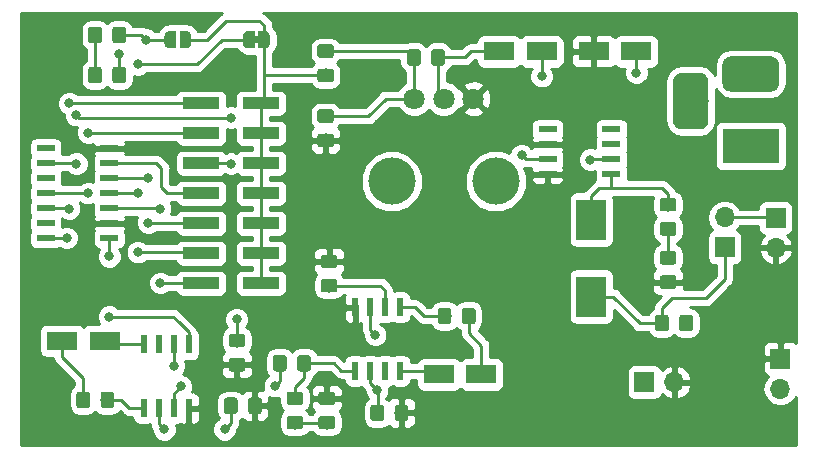
<source format=gtl>
G04 #@! TF.GenerationSoftware,KiCad,Pcbnew,5.0.0*
G04 #@! TF.CreationDate,2018-10-27T20:33:49+02:00*
G04 #@! TF.ProjectId,SimpleBatDetector,53696D706C654261744465746563746F,rev?*
G04 #@! TF.SameCoordinates,Original*
G04 #@! TF.FileFunction,Copper,L1,Top,Signal*
G04 #@! TF.FilePolarity,Positive*
%FSLAX46Y46*%
G04 Gerber Fmt 4.6, Leading zero omitted, Abs format (unit mm)*
G04 Created by KiCad (PCBNEW 5.0.0) date Sat Oct 27 20:33:49 2018*
%MOMM*%
%LPD*%
G01*
G04 APERTURE LIST*
G04 #@! TA.AperFunction,SMDPad,CuDef*
%ADD10R,3.150000X1.000000*%
G04 #@! TD*
G04 #@! TA.AperFunction,Conductor*
%ADD11C,0.100000*%
G04 #@! TD*
G04 #@! TA.AperFunction,SMDPad,CuDef*
%ADD12C,1.150000*%
G04 #@! TD*
G04 #@! TA.AperFunction,SMDPad,CuDef*
%ADD13R,2.600000X1.600000*%
G04 #@! TD*
G04 #@! TA.AperFunction,SMDPad,CuDef*
%ADD14R,2.500000X3.500000*%
G04 #@! TD*
G04 #@! TA.AperFunction,ComponentPad*
%ADD15C,3.000000*%
G04 #@! TD*
G04 #@! TA.AperFunction,ComponentPad*
%ADD16R,4.800000X3.000000*%
G04 #@! TD*
G04 #@! TA.AperFunction,ComponentPad*
%ADD17O,1.700000X1.700000*%
G04 #@! TD*
G04 #@! TA.AperFunction,ComponentPad*
%ADD18R,1.700000X1.700000*%
G04 #@! TD*
G04 #@! TA.AperFunction,SMDPad,CuDef*
%ADD19C,0.500000*%
G04 #@! TD*
G04 #@! TA.AperFunction,SMDPad,CuDef*
%ADD20R,1.500000X0.600000*%
G04 #@! TD*
G04 #@! TA.AperFunction,SMDPad,CuDef*
%ADD21R,0.600000X1.550000*%
G04 #@! TD*
G04 #@! TA.AperFunction,SMDPad,CuDef*
%ADD22R,1.550000X0.600000*%
G04 #@! TD*
G04 #@! TA.AperFunction,ComponentPad*
%ADD23C,1.800000*%
G04 #@! TD*
G04 #@! TA.AperFunction,WasherPad*
%ADD24C,4.000000*%
G04 #@! TD*
G04 #@! TA.AperFunction,ViaPad*
%ADD25C,0.800000*%
G04 #@! TD*
G04 #@! TA.AperFunction,Conductor*
%ADD26C,0.250000*%
G04 #@! TD*
G04 #@! TA.AperFunction,Conductor*
%ADD27C,0.254000*%
G04 #@! TD*
G04 APERTURE END LIST*
D10*
G04 #@! TO.P,J1,1*
G04 #@! TO.N,Net-(J1-Pad1)*
X85975000Y-60380000D03*
G04 #@! TO.P,J1,2*
G04 #@! TO.N,Net-(J1-Pad10)*
X91025000Y-60380000D03*
G04 #@! TO.P,J1,3*
G04 #@! TO.N,Net-(J1-Pad3)*
X85975000Y-62920000D03*
G04 #@! TO.P,J1,4*
G04 #@! TO.N,Net-(J1-Pad10)*
X91025000Y-62920000D03*
G04 #@! TO.P,J1,5*
G04 #@! TO.N,Net-(J1-Pad5)*
X85975000Y-65460000D03*
G04 #@! TO.P,J1,6*
G04 #@! TO.N,Net-(J1-Pad10)*
X91025000Y-65460000D03*
G04 #@! TO.P,J1,7*
G04 #@! TO.N,Net-(J1-Pad7)*
X85975000Y-68000000D03*
G04 #@! TO.P,J1,8*
G04 #@! TO.N,Net-(J1-Pad10)*
X91025000Y-68000000D03*
G04 #@! TO.P,J1,9*
G04 #@! TO.N,Net-(J1-Pad9)*
X85975000Y-70540000D03*
G04 #@! TO.P,J1,10*
G04 #@! TO.N,Net-(J1-Pad10)*
X91025000Y-70540000D03*
G04 #@! TO.P,J1,11*
G04 #@! TO.N,Net-(J1-Pad11)*
X85975000Y-73080000D03*
G04 #@! TO.P,J1,12*
G04 #@! TO.N,Net-(J1-Pad10)*
X91025000Y-73080000D03*
G04 #@! TO.P,J1,13*
G04 #@! TO.N,Net-(D1-Pad1)*
X85975000Y-75620000D03*
G04 #@! TO.P,J1,14*
G04 #@! TO.N,Net-(J1-Pad10)*
X91025000Y-75620000D03*
G04 #@! TD*
D11*
G04 #@! TO.N,Net-(C4-Pad1)*
G04 #@! TO.C,R8*
G36*
X106374505Y-55801204D02*
X106398773Y-55804804D01*
X106422572Y-55810765D01*
X106445671Y-55819030D01*
X106467850Y-55829520D01*
X106488893Y-55842132D01*
X106508599Y-55856747D01*
X106526777Y-55873223D01*
X106543253Y-55891401D01*
X106557868Y-55911107D01*
X106570480Y-55932150D01*
X106580970Y-55954329D01*
X106589235Y-55977428D01*
X106595196Y-56001227D01*
X106598796Y-56025495D01*
X106600000Y-56049999D01*
X106600000Y-56950001D01*
X106598796Y-56974505D01*
X106595196Y-56998773D01*
X106589235Y-57022572D01*
X106580970Y-57045671D01*
X106570480Y-57067850D01*
X106557868Y-57088893D01*
X106543253Y-57108599D01*
X106526777Y-57126777D01*
X106508599Y-57143253D01*
X106488893Y-57157868D01*
X106467850Y-57170480D01*
X106445671Y-57180970D01*
X106422572Y-57189235D01*
X106398773Y-57195196D01*
X106374505Y-57198796D01*
X106350001Y-57200000D01*
X105699999Y-57200000D01*
X105675495Y-57198796D01*
X105651227Y-57195196D01*
X105627428Y-57189235D01*
X105604329Y-57180970D01*
X105582150Y-57170480D01*
X105561107Y-57157868D01*
X105541401Y-57143253D01*
X105523223Y-57126777D01*
X105506747Y-57108599D01*
X105492132Y-57088893D01*
X105479520Y-57067850D01*
X105469030Y-57045671D01*
X105460765Y-57022572D01*
X105454804Y-56998773D01*
X105451204Y-56974505D01*
X105450000Y-56950001D01*
X105450000Y-56049999D01*
X105451204Y-56025495D01*
X105454804Y-56001227D01*
X105460765Y-55977428D01*
X105469030Y-55954329D01*
X105479520Y-55932150D01*
X105492132Y-55911107D01*
X105506747Y-55891401D01*
X105523223Y-55873223D01*
X105541401Y-55856747D01*
X105561107Y-55842132D01*
X105582150Y-55829520D01*
X105604329Y-55819030D01*
X105627428Y-55810765D01*
X105651227Y-55804804D01*
X105675495Y-55801204D01*
X105699999Y-55800000D01*
X106350001Y-55800000D01*
X106374505Y-55801204D01*
X106374505Y-55801204D01*
G37*
D12*
G04 #@! TD*
G04 #@! TO.P,R8,1*
G04 #@! TO.N,Net-(C4-Pad1)*
X106025000Y-56500000D03*
D11*
G04 #@! TO.N,Net-(C3-Pad2)*
G04 #@! TO.C,R8*
G36*
X104324505Y-55801204D02*
X104348773Y-55804804D01*
X104372572Y-55810765D01*
X104395671Y-55819030D01*
X104417850Y-55829520D01*
X104438893Y-55842132D01*
X104458599Y-55856747D01*
X104476777Y-55873223D01*
X104493253Y-55891401D01*
X104507868Y-55911107D01*
X104520480Y-55932150D01*
X104530970Y-55954329D01*
X104539235Y-55977428D01*
X104545196Y-56001227D01*
X104548796Y-56025495D01*
X104550000Y-56049999D01*
X104550000Y-56950001D01*
X104548796Y-56974505D01*
X104545196Y-56998773D01*
X104539235Y-57022572D01*
X104530970Y-57045671D01*
X104520480Y-57067850D01*
X104507868Y-57088893D01*
X104493253Y-57108599D01*
X104476777Y-57126777D01*
X104458599Y-57143253D01*
X104438893Y-57157868D01*
X104417850Y-57170480D01*
X104395671Y-57180970D01*
X104372572Y-57189235D01*
X104348773Y-57195196D01*
X104324505Y-57198796D01*
X104300001Y-57200000D01*
X103649999Y-57200000D01*
X103625495Y-57198796D01*
X103601227Y-57195196D01*
X103577428Y-57189235D01*
X103554329Y-57180970D01*
X103532150Y-57170480D01*
X103511107Y-57157868D01*
X103491401Y-57143253D01*
X103473223Y-57126777D01*
X103456747Y-57108599D01*
X103442132Y-57088893D01*
X103429520Y-57067850D01*
X103419030Y-57045671D01*
X103410765Y-57022572D01*
X103404804Y-56998773D01*
X103401204Y-56974505D01*
X103400000Y-56950001D01*
X103400000Y-56049999D01*
X103401204Y-56025495D01*
X103404804Y-56001227D01*
X103410765Y-55977428D01*
X103419030Y-55954329D01*
X103429520Y-55932150D01*
X103442132Y-55911107D01*
X103456747Y-55891401D01*
X103473223Y-55873223D01*
X103491401Y-55856747D01*
X103511107Y-55842132D01*
X103532150Y-55829520D01*
X103554329Y-55819030D01*
X103577428Y-55810765D01*
X103601227Y-55804804D01*
X103625495Y-55801204D01*
X103649999Y-55800000D01*
X104300001Y-55800000D01*
X104324505Y-55801204D01*
X104324505Y-55801204D01*
G37*
D12*
G04 #@! TD*
G04 #@! TO.P,R8,2*
G04 #@! TO.N,Net-(C3-Pad2)*
X103975000Y-56500000D03*
D13*
G04 #@! TO.P,C1,2*
G04 #@! TO.N,Net-(C1-Pad2)*
X106100000Y-83350000D03*
G04 #@! TO.P,C1,1*
G04 #@! TO.N,Net-(C1-Pad1)*
X109700000Y-83350000D03*
G04 #@! TD*
G04 #@! TO.P,C4,1*
G04 #@! TO.N,Net-(C4-Pad1)*
X111200000Y-56000000D03*
G04 #@! TO.P,C4,2*
G04 #@! TO.N,Net-(C4-Pad2)*
X114800000Y-56000000D03*
G04 #@! TD*
G04 #@! TO.P,C5,2*
G04 #@! TO.N,GND*
X119200000Y-56000000D03*
G04 #@! TO.P,C5,1*
G04 #@! TO.N,+9V*
X122800000Y-56000000D03*
G04 #@! TD*
G04 #@! TO.P,C13,1*
G04 #@! TO.N,Net-(C13-Pad1)*
X74200000Y-80500000D03*
G04 #@! TO.P,C13,2*
G04 #@! TO.N,Net-(C13-Pad2)*
X77800000Y-80500000D03*
G04 #@! TD*
D14*
G04 #@! TO.P,C7,1*
G04 #@! TO.N,Net-(C6-Pad2)*
X119000000Y-70250000D03*
G04 #@! TO.P,C7,2*
G04 #@! TO.N,Net-(C7-Pad2)*
X119000000Y-76750000D03*
G04 #@! TD*
D11*
G04 #@! TO.N,+9V*
G04 #@! TO.C,C12*
G36*
X101224505Y-85901204D02*
X101248773Y-85904804D01*
X101272572Y-85910765D01*
X101295671Y-85919030D01*
X101317850Y-85929520D01*
X101338893Y-85942132D01*
X101358599Y-85956747D01*
X101376777Y-85973223D01*
X101393253Y-85991401D01*
X101407868Y-86011107D01*
X101420480Y-86032150D01*
X101430970Y-86054329D01*
X101439235Y-86077428D01*
X101445196Y-86101227D01*
X101448796Y-86125495D01*
X101450000Y-86149999D01*
X101450000Y-87050001D01*
X101448796Y-87074505D01*
X101445196Y-87098773D01*
X101439235Y-87122572D01*
X101430970Y-87145671D01*
X101420480Y-87167850D01*
X101407868Y-87188893D01*
X101393253Y-87208599D01*
X101376777Y-87226777D01*
X101358599Y-87243253D01*
X101338893Y-87257868D01*
X101317850Y-87270480D01*
X101295671Y-87280970D01*
X101272572Y-87289235D01*
X101248773Y-87295196D01*
X101224505Y-87298796D01*
X101200001Y-87300000D01*
X100549999Y-87300000D01*
X100525495Y-87298796D01*
X100501227Y-87295196D01*
X100477428Y-87289235D01*
X100454329Y-87280970D01*
X100432150Y-87270480D01*
X100411107Y-87257868D01*
X100391401Y-87243253D01*
X100373223Y-87226777D01*
X100356747Y-87208599D01*
X100342132Y-87188893D01*
X100329520Y-87167850D01*
X100319030Y-87145671D01*
X100310765Y-87122572D01*
X100304804Y-87098773D01*
X100301204Y-87074505D01*
X100300000Y-87050001D01*
X100300000Y-86149999D01*
X100301204Y-86125495D01*
X100304804Y-86101227D01*
X100310765Y-86077428D01*
X100319030Y-86054329D01*
X100329520Y-86032150D01*
X100342132Y-86011107D01*
X100356747Y-85991401D01*
X100373223Y-85973223D01*
X100391401Y-85956747D01*
X100411107Y-85942132D01*
X100432150Y-85929520D01*
X100454329Y-85919030D01*
X100477428Y-85910765D01*
X100501227Y-85904804D01*
X100525495Y-85901204D01*
X100549999Y-85900000D01*
X101200001Y-85900000D01*
X101224505Y-85901204D01*
X101224505Y-85901204D01*
G37*
D12*
G04 #@! TD*
G04 #@! TO.P,C12,2*
G04 #@! TO.N,+9V*
X100875000Y-86600000D03*
D11*
G04 #@! TO.N,GND*
G04 #@! TO.C,C12*
G36*
X103274505Y-85901204D02*
X103298773Y-85904804D01*
X103322572Y-85910765D01*
X103345671Y-85919030D01*
X103367850Y-85929520D01*
X103388893Y-85942132D01*
X103408599Y-85956747D01*
X103426777Y-85973223D01*
X103443253Y-85991401D01*
X103457868Y-86011107D01*
X103470480Y-86032150D01*
X103480970Y-86054329D01*
X103489235Y-86077428D01*
X103495196Y-86101227D01*
X103498796Y-86125495D01*
X103500000Y-86149999D01*
X103500000Y-87050001D01*
X103498796Y-87074505D01*
X103495196Y-87098773D01*
X103489235Y-87122572D01*
X103480970Y-87145671D01*
X103470480Y-87167850D01*
X103457868Y-87188893D01*
X103443253Y-87208599D01*
X103426777Y-87226777D01*
X103408599Y-87243253D01*
X103388893Y-87257868D01*
X103367850Y-87270480D01*
X103345671Y-87280970D01*
X103322572Y-87289235D01*
X103298773Y-87295196D01*
X103274505Y-87298796D01*
X103250001Y-87300000D01*
X102599999Y-87300000D01*
X102575495Y-87298796D01*
X102551227Y-87295196D01*
X102527428Y-87289235D01*
X102504329Y-87280970D01*
X102482150Y-87270480D01*
X102461107Y-87257868D01*
X102441401Y-87243253D01*
X102423223Y-87226777D01*
X102406747Y-87208599D01*
X102392132Y-87188893D01*
X102379520Y-87167850D01*
X102369030Y-87145671D01*
X102360765Y-87122572D01*
X102354804Y-87098773D01*
X102351204Y-87074505D01*
X102350000Y-87050001D01*
X102350000Y-86149999D01*
X102351204Y-86125495D01*
X102354804Y-86101227D01*
X102360765Y-86077428D01*
X102369030Y-86054329D01*
X102379520Y-86032150D01*
X102392132Y-86011107D01*
X102406747Y-85991401D01*
X102423223Y-85973223D01*
X102441401Y-85956747D01*
X102461107Y-85942132D01*
X102482150Y-85929520D01*
X102504329Y-85919030D01*
X102527428Y-85910765D01*
X102551227Y-85904804D01*
X102575495Y-85901204D01*
X102599999Y-85900000D01*
X103250001Y-85900000D01*
X103274505Y-85901204D01*
X103274505Y-85901204D01*
G37*
D12*
G04 #@! TD*
G04 #@! TO.P,C12,1*
G04 #@! TO.N,GND*
X102925000Y-86600000D03*
D11*
G04 #@! TO.N,GND*
G04 #@! TO.C,C11*
G36*
X90874505Y-85301204D02*
X90898773Y-85304804D01*
X90922572Y-85310765D01*
X90945671Y-85319030D01*
X90967850Y-85329520D01*
X90988893Y-85342132D01*
X91008599Y-85356747D01*
X91026777Y-85373223D01*
X91043253Y-85391401D01*
X91057868Y-85411107D01*
X91070480Y-85432150D01*
X91080970Y-85454329D01*
X91089235Y-85477428D01*
X91095196Y-85501227D01*
X91098796Y-85525495D01*
X91100000Y-85549999D01*
X91100000Y-86450001D01*
X91098796Y-86474505D01*
X91095196Y-86498773D01*
X91089235Y-86522572D01*
X91080970Y-86545671D01*
X91070480Y-86567850D01*
X91057868Y-86588893D01*
X91043253Y-86608599D01*
X91026777Y-86626777D01*
X91008599Y-86643253D01*
X90988893Y-86657868D01*
X90967850Y-86670480D01*
X90945671Y-86680970D01*
X90922572Y-86689235D01*
X90898773Y-86695196D01*
X90874505Y-86698796D01*
X90850001Y-86700000D01*
X90199999Y-86700000D01*
X90175495Y-86698796D01*
X90151227Y-86695196D01*
X90127428Y-86689235D01*
X90104329Y-86680970D01*
X90082150Y-86670480D01*
X90061107Y-86657868D01*
X90041401Y-86643253D01*
X90023223Y-86626777D01*
X90006747Y-86608599D01*
X89992132Y-86588893D01*
X89979520Y-86567850D01*
X89969030Y-86545671D01*
X89960765Y-86522572D01*
X89954804Y-86498773D01*
X89951204Y-86474505D01*
X89950000Y-86450001D01*
X89950000Y-85549999D01*
X89951204Y-85525495D01*
X89954804Y-85501227D01*
X89960765Y-85477428D01*
X89969030Y-85454329D01*
X89979520Y-85432150D01*
X89992132Y-85411107D01*
X90006747Y-85391401D01*
X90023223Y-85373223D01*
X90041401Y-85356747D01*
X90061107Y-85342132D01*
X90082150Y-85329520D01*
X90104329Y-85319030D01*
X90127428Y-85310765D01*
X90151227Y-85304804D01*
X90175495Y-85301204D01*
X90199999Y-85300000D01*
X90850001Y-85300000D01*
X90874505Y-85301204D01*
X90874505Y-85301204D01*
G37*
D12*
G04 #@! TD*
G04 #@! TO.P,C11,1*
G04 #@! TO.N,GND*
X90525000Y-86000000D03*
D11*
G04 #@! TO.N,Net-(C11-Pad2)*
G04 #@! TO.C,C11*
G36*
X88824505Y-85301204D02*
X88848773Y-85304804D01*
X88872572Y-85310765D01*
X88895671Y-85319030D01*
X88917850Y-85329520D01*
X88938893Y-85342132D01*
X88958599Y-85356747D01*
X88976777Y-85373223D01*
X88993253Y-85391401D01*
X89007868Y-85411107D01*
X89020480Y-85432150D01*
X89030970Y-85454329D01*
X89039235Y-85477428D01*
X89045196Y-85501227D01*
X89048796Y-85525495D01*
X89050000Y-85549999D01*
X89050000Y-86450001D01*
X89048796Y-86474505D01*
X89045196Y-86498773D01*
X89039235Y-86522572D01*
X89030970Y-86545671D01*
X89020480Y-86567850D01*
X89007868Y-86588893D01*
X88993253Y-86608599D01*
X88976777Y-86626777D01*
X88958599Y-86643253D01*
X88938893Y-86657868D01*
X88917850Y-86670480D01*
X88895671Y-86680970D01*
X88872572Y-86689235D01*
X88848773Y-86695196D01*
X88824505Y-86698796D01*
X88800001Y-86700000D01*
X88149999Y-86700000D01*
X88125495Y-86698796D01*
X88101227Y-86695196D01*
X88077428Y-86689235D01*
X88054329Y-86680970D01*
X88032150Y-86670480D01*
X88011107Y-86657868D01*
X87991401Y-86643253D01*
X87973223Y-86626777D01*
X87956747Y-86608599D01*
X87942132Y-86588893D01*
X87929520Y-86567850D01*
X87919030Y-86545671D01*
X87910765Y-86522572D01*
X87904804Y-86498773D01*
X87901204Y-86474505D01*
X87900000Y-86450001D01*
X87900000Y-85549999D01*
X87901204Y-85525495D01*
X87904804Y-85501227D01*
X87910765Y-85477428D01*
X87919030Y-85454329D01*
X87929520Y-85432150D01*
X87942132Y-85411107D01*
X87956747Y-85391401D01*
X87973223Y-85373223D01*
X87991401Y-85356747D01*
X88011107Y-85342132D01*
X88032150Y-85329520D01*
X88054329Y-85319030D01*
X88077428Y-85310765D01*
X88101227Y-85304804D01*
X88125495Y-85301204D01*
X88149999Y-85300000D01*
X88800001Y-85300000D01*
X88824505Y-85301204D01*
X88824505Y-85301204D01*
G37*
D12*
G04 #@! TD*
G04 #@! TO.P,C11,2*
G04 #@! TO.N,Net-(C11-Pad2)*
X88475000Y-86000000D03*
D11*
G04 #@! TO.N,Net-(C10-Pad2)*
G04 #@! TO.C,C10*
G36*
X94374505Y-84801204D02*
X94398773Y-84804804D01*
X94422572Y-84810765D01*
X94445671Y-84819030D01*
X94467850Y-84829520D01*
X94488893Y-84842132D01*
X94508599Y-84856747D01*
X94526777Y-84873223D01*
X94543253Y-84891401D01*
X94557868Y-84911107D01*
X94570480Y-84932150D01*
X94580970Y-84954329D01*
X94589235Y-84977428D01*
X94595196Y-85001227D01*
X94598796Y-85025495D01*
X94600000Y-85049999D01*
X94600000Y-85700001D01*
X94598796Y-85724505D01*
X94595196Y-85748773D01*
X94589235Y-85772572D01*
X94580970Y-85795671D01*
X94570480Y-85817850D01*
X94557868Y-85838893D01*
X94543253Y-85858599D01*
X94526777Y-85876777D01*
X94508599Y-85893253D01*
X94488893Y-85907868D01*
X94467850Y-85920480D01*
X94445671Y-85930970D01*
X94422572Y-85939235D01*
X94398773Y-85945196D01*
X94374505Y-85948796D01*
X94350001Y-85950000D01*
X93449999Y-85950000D01*
X93425495Y-85948796D01*
X93401227Y-85945196D01*
X93377428Y-85939235D01*
X93354329Y-85930970D01*
X93332150Y-85920480D01*
X93311107Y-85907868D01*
X93291401Y-85893253D01*
X93273223Y-85876777D01*
X93256747Y-85858599D01*
X93242132Y-85838893D01*
X93229520Y-85817850D01*
X93219030Y-85795671D01*
X93210765Y-85772572D01*
X93204804Y-85748773D01*
X93201204Y-85724505D01*
X93200000Y-85700001D01*
X93200000Y-85049999D01*
X93201204Y-85025495D01*
X93204804Y-85001227D01*
X93210765Y-84977428D01*
X93219030Y-84954329D01*
X93229520Y-84932150D01*
X93242132Y-84911107D01*
X93256747Y-84891401D01*
X93273223Y-84873223D01*
X93291401Y-84856747D01*
X93311107Y-84842132D01*
X93332150Y-84829520D01*
X93354329Y-84819030D01*
X93377428Y-84810765D01*
X93401227Y-84804804D01*
X93425495Y-84801204D01*
X93449999Y-84800000D01*
X94350001Y-84800000D01*
X94374505Y-84801204D01*
X94374505Y-84801204D01*
G37*
D12*
G04 #@! TD*
G04 #@! TO.P,C10,2*
G04 #@! TO.N,Net-(C10-Pad2)*
X93900000Y-85375000D03*
D11*
G04 #@! TO.N,Net-(C10-Pad1)*
G04 #@! TO.C,C10*
G36*
X94374505Y-86851204D02*
X94398773Y-86854804D01*
X94422572Y-86860765D01*
X94445671Y-86869030D01*
X94467850Y-86879520D01*
X94488893Y-86892132D01*
X94508599Y-86906747D01*
X94526777Y-86923223D01*
X94543253Y-86941401D01*
X94557868Y-86961107D01*
X94570480Y-86982150D01*
X94580970Y-87004329D01*
X94589235Y-87027428D01*
X94595196Y-87051227D01*
X94598796Y-87075495D01*
X94600000Y-87099999D01*
X94600000Y-87750001D01*
X94598796Y-87774505D01*
X94595196Y-87798773D01*
X94589235Y-87822572D01*
X94580970Y-87845671D01*
X94570480Y-87867850D01*
X94557868Y-87888893D01*
X94543253Y-87908599D01*
X94526777Y-87926777D01*
X94508599Y-87943253D01*
X94488893Y-87957868D01*
X94467850Y-87970480D01*
X94445671Y-87980970D01*
X94422572Y-87989235D01*
X94398773Y-87995196D01*
X94374505Y-87998796D01*
X94350001Y-88000000D01*
X93449999Y-88000000D01*
X93425495Y-87998796D01*
X93401227Y-87995196D01*
X93377428Y-87989235D01*
X93354329Y-87980970D01*
X93332150Y-87970480D01*
X93311107Y-87957868D01*
X93291401Y-87943253D01*
X93273223Y-87926777D01*
X93256747Y-87908599D01*
X93242132Y-87888893D01*
X93229520Y-87867850D01*
X93219030Y-87845671D01*
X93210765Y-87822572D01*
X93204804Y-87798773D01*
X93201204Y-87774505D01*
X93200000Y-87750001D01*
X93200000Y-87099999D01*
X93201204Y-87075495D01*
X93204804Y-87051227D01*
X93210765Y-87027428D01*
X93219030Y-87004329D01*
X93229520Y-86982150D01*
X93242132Y-86961107D01*
X93256747Y-86941401D01*
X93273223Y-86923223D01*
X93291401Y-86906747D01*
X93311107Y-86892132D01*
X93332150Y-86879520D01*
X93354329Y-86869030D01*
X93377428Y-86860765D01*
X93401227Y-86854804D01*
X93425495Y-86851204D01*
X93449999Y-86850000D01*
X94350001Y-86850000D01*
X94374505Y-86851204D01*
X94374505Y-86851204D01*
G37*
D12*
G04 #@! TD*
G04 #@! TO.P,C10,1*
G04 #@! TO.N,Net-(C10-Pad1)*
X93900000Y-87425000D03*
D11*
G04 #@! TO.N,GND*
G04 #@! TO.C,C9*
G36*
X89474505Y-81951204D02*
X89498773Y-81954804D01*
X89522572Y-81960765D01*
X89545671Y-81969030D01*
X89567850Y-81979520D01*
X89588893Y-81992132D01*
X89608599Y-82006747D01*
X89626777Y-82023223D01*
X89643253Y-82041401D01*
X89657868Y-82061107D01*
X89670480Y-82082150D01*
X89680970Y-82104329D01*
X89689235Y-82127428D01*
X89695196Y-82151227D01*
X89698796Y-82175495D01*
X89700000Y-82199999D01*
X89700000Y-82850001D01*
X89698796Y-82874505D01*
X89695196Y-82898773D01*
X89689235Y-82922572D01*
X89680970Y-82945671D01*
X89670480Y-82967850D01*
X89657868Y-82988893D01*
X89643253Y-83008599D01*
X89626777Y-83026777D01*
X89608599Y-83043253D01*
X89588893Y-83057868D01*
X89567850Y-83070480D01*
X89545671Y-83080970D01*
X89522572Y-83089235D01*
X89498773Y-83095196D01*
X89474505Y-83098796D01*
X89450001Y-83100000D01*
X88549999Y-83100000D01*
X88525495Y-83098796D01*
X88501227Y-83095196D01*
X88477428Y-83089235D01*
X88454329Y-83080970D01*
X88432150Y-83070480D01*
X88411107Y-83057868D01*
X88391401Y-83043253D01*
X88373223Y-83026777D01*
X88356747Y-83008599D01*
X88342132Y-82988893D01*
X88329520Y-82967850D01*
X88319030Y-82945671D01*
X88310765Y-82922572D01*
X88304804Y-82898773D01*
X88301204Y-82874505D01*
X88300000Y-82850001D01*
X88300000Y-82199999D01*
X88301204Y-82175495D01*
X88304804Y-82151227D01*
X88310765Y-82127428D01*
X88319030Y-82104329D01*
X88329520Y-82082150D01*
X88342132Y-82061107D01*
X88356747Y-82041401D01*
X88373223Y-82023223D01*
X88391401Y-82006747D01*
X88411107Y-81992132D01*
X88432150Y-81979520D01*
X88454329Y-81969030D01*
X88477428Y-81960765D01*
X88501227Y-81954804D01*
X88525495Y-81951204D01*
X88549999Y-81950000D01*
X89450001Y-81950000D01*
X89474505Y-81951204D01*
X89474505Y-81951204D01*
G37*
D12*
G04 #@! TD*
G04 #@! TO.P,C9,1*
G04 #@! TO.N,GND*
X89000000Y-82525000D03*
D11*
G04 #@! TO.N,+9V*
G04 #@! TO.C,C9*
G36*
X89474505Y-79901204D02*
X89498773Y-79904804D01*
X89522572Y-79910765D01*
X89545671Y-79919030D01*
X89567850Y-79929520D01*
X89588893Y-79942132D01*
X89608599Y-79956747D01*
X89626777Y-79973223D01*
X89643253Y-79991401D01*
X89657868Y-80011107D01*
X89670480Y-80032150D01*
X89680970Y-80054329D01*
X89689235Y-80077428D01*
X89695196Y-80101227D01*
X89698796Y-80125495D01*
X89700000Y-80149999D01*
X89700000Y-80800001D01*
X89698796Y-80824505D01*
X89695196Y-80848773D01*
X89689235Y-80872572D01*
X89680970Y-80895671D01*
X89670480Y-80917850D01*
X89657868Y-80938893D01*
X89643253Y-80958599D01*
X89626777Y-80976777D01*
X89608599Y-80993253D01*
X89588893Y-81007868D01*
X89567850Y-81020480D01*
X89545671Y-81030970D01*
X89522572Y-81039235D01*
X89498773Y-81045196D01*
X89474505Y-81048796D01*
X89450001Y-81050000D01*
X88549999Y-81050000D01*
X88525495Y-81048796D01*
X88501227Y-81045196D01*
X88477428Y-81039235D01*
X88454329Y-81030970D01*
X88432150Y-81020480D01*
X88411107Y-81007868D01*
X88391401Y-80993253D01*
X88373223Y-80976777D01*
X88356747Y-80958599D01*
X88342132Y-80938893D01*
X88329520Y-80917850D01*
X88319030Y-80895671D01*
X88310765Y-80872572D01*
X88304804Y-80848773D01*
X88301204Y-80824505D01*
X88300000Y-80800001D01*
X88300000Y-80149999D01*
X88301204Y-80125495D01*
X88304804Y-80101227D01*
X88310765Y-80077428D01*
X88319030Y-80054329D01*
X88329520Y-80032150D01*
X88342132Y-80011107D01*
X88356747Y-79991401D01*
X88373223Y-79973223D01*
X88391401Y-79956747D01*
X88411107Y-79942132D01*
X88432150Y-79929520D01*
X88454329Y-79919030D01*
X88477428Y-79910765D01*
X88501227Y-79904804D01*
X88525495Y-79901204D01*
X88549999Y-79900000D01*
X89450001Y-79900000D01*
X89474505Y-79901204D01*
X89474505Y-79901204D01*
G37*
D12*
G04 #@! TD*
G04 #@! TO.P,C9,2*
G04 #@! TO.N,+9V*
X89000000Y-80475000D03*
D11*
G04 #@! TO.N,Net-(C6-Pad2)*
G04 #@! TO.C,C6*
G36*
X125974505Y-68401204D02*
X125998773Y-68404804D01*
X126022572Y-68410765D01*
X126045671Y-68419030D01*
X126067850Y-68429520D01*
X126088893Y-68442132D01*
X126108599Y-68456747D01*
X126126777Y-68473223D01*
X126143253Y-68491401D01*
X126157868Y-68511107D01*
X126170480Y-68532150D01*
X126180970Y-68554329D01*
X126189235Y-68577428D01*
X126195196Y-68601227D01*
X126198796Y-68625495D01*
X126200000Y-68649999D01*
X126200000Y-69300001D01*
X126198796Y-69324505D01*
X126195196Y-69348773D01*
X126189235Y-69372572D01*
X126180970Y-69395671D01*
X126170480Y-69417850D01*
X126157868Y-69438893D01*
X126143253Y-69458599D01*
X126126777Y-69476777D01*
X126108599Y-69493253D01*
X126088893Y-69507868D01*
X126067850Y-69520480D01*
X126045671Y-69530970D01*
X126022572Y-69539235D01*
X125998773Y-69545196D01*
X125974505Y-69548796D01*
X125950001Y-69550000D01*
X125049999Y-69550000D01*
X125025495Y-69548796D01*
X125001227Y-69545196D01*
X124977428Y-69539235D01*
X124954329Y-69530970D01*
X124932150Y-69520480D01*
X124911107Y-69507868D01*
X124891401Y-69493253D01*
X124873223Y-69476777D01*
X124856747Y-69458599D01*
X124842132Y-69438893D01*
X124829520Y-69417850D01*
X124819030Y-69395671D01*
X124810765Y-69372572D01*
X124804804Y-69348773D01*
X124801204Y-69324505D01*
X124800000Y-69300001D01*
X124800000Y-68649999D01*
X124801204Y-68625495D01*
X124804804Y-68601227D01*
X124810765Y-68577428D01*
X124819030Y-68554329D01*
X124829520Y-68532150D01*
X124842132Y-68511107D01*
X124856747Y-68491401D01*
X124873223Y-68473223D01*
X124891401Y-68456747D01*
X124911107Y-68442132D01*
X124932150Y-68429520D01*
X124954329Y-68419030D01*
X124977428Y-68410765D01*
X125001227Y-68404804D01*
X125025495Y-68401204D01*
X125049999Y-68400000D01*
X125950001Y-68400000D01*
X125974505Y-68401204D01*
X125974505Y-68401204D01*
G37*
D12*
G04 #@! TD*
G04 #@! TO.P,C6,2*
G04 #@! TO.N,Net-(C6-Pad2)*
X125500000Y-68975000D03*
D11*
G04 #@! TO.N,Net-(C6-Pad1)*
G04 #@! TO.C,C6*
G36*
X125974505Y-70451204D02*
X125998773Y-70454804D01*
X126022572Y-70460765D01*
X126045671Y-70469030D01*
X126067850Y-70479520D01*
X126088893Y-70492132D01*
X126108599Y-70506747D01*
X126126777Y-70523223D01*
X126143253Y-70541401D01*
X126157868Y-70561107D01*
X126170480Y-70582150D01*
X126180970Y-70604329D01*
X126189235Y-70627428D01*
X126195196Y-70651227D01*
X126198796Y-70675495D01*
X126200000Y-70699999D01*
X126200000Y-71350001D01*
X126198796Y-71374505D01*
X126195196Y-71398773D01*
X126189235Y-71422572D01*
X126180970Y-71445671D01*
X126170480Y-71467850D01*
X126157868Y-71488893D01*
X126143253Y-71508599D01*
X126126777Y-71526777D01*
X126108599Y-71543253D01*
X126088893Y-71557868D01*
X126067850Y-71570480D01*
X126045671Y-71580970D01*
X126022572Y-71589235D01*
X125998773Y-71595196D01*
X125974505Y-71598796D01*
X125950001Y-71600000D01*
X125049999Y-71600000D01*
X125025495Y-71598796D01*
X125001227Y-71595196D01*
X124977428Y-71589235D01*
X124954329Y-71580970D01*
X124932150Y-71570480D01*
X124911107Y-71557868D01*
X124891401Y-71543253D01*
X124873223Y-71526777D01*
X124856747Y-71508599D01*
X124842132Y-71488893D01*
X124829520Y-71467850D01*
X124819030Y-71445671D01*
X124810765Y-71422572D01*
X124804804Y-71398773D01*
X124801204Y-71374505D01*
X124800000Y-71350001D01*
X124800000Y-70699999D01*
X124801204Y-70675495D01*
X124804804Y-70651227D01*
X124810765Y-70627428D01*
X124819030Y-70604329D01*
X124829520Y-70582150D01*
X124842132Y-70561107D01*
X124856747Y-70541401D01*
X124873223Y-70523223D01*
X124891401Y-70506747D01*
X124911107Y-70492132D01*
X124932150Y-70479520D01*
X124954329Y-70469030D01*
X124977428Y-70460765D01*
X125001227Y-70454804D01*
X125025495Y-70451204D01*
X125049999Y-70450000D01*
X125950001Y-70450000D01*
X125974505Y-70451204D01*
X125974505Y-70451204D01*
G37*
D12*
G04 #@! TD*
G04 #@! TO.P,C6,1*
G04 #@! TO.N,Net-(C6-Pad1)*
X125500000Y-71025000D03*
D11*
G04 #@! TO.N,GND*
G04 #@! TO.C,C3*
G36*
X96974505Y-62951204D02*
X96998773Y-62954804D01*
X97022572Y-62960765D01*
X97045671Y-62969030D01*
X97067850Y-62979520D01*
X97088893Y-62992132D01*
X97108599Y-63006747D01*
X97126777Y-63023223D01*
X97143253Y-63041401D01*
X97157868Y-63061107D01*
X97170480Y-63082150D01*
X97180970Y-63104329D01*
X97189235Y-63127428D01*
X97195196Y-63151227D01*
X97198796Y-63175495D01*
X97200000Y-63199999D01*
X97200000Y-63850001D01*
X97198796Y-63874505D01*
X97195196Y-63898773D01*
X97189235Y-63922572D01*
X97180970Y-63945671D01*
X97170480Y-63967850D01*
X97157868Y-63988893D01*
X97143253Y-64008599D01*
X97126777Y-64026777D01*
X97108599Y-64043253D01*
X97088893Y-64057868D01*
X97067850Y-64070480D01*
X97045671Y-64080970D01*
X97022572Y-64089235D01*
X96998773Y-64095196D01*
X96974505Y-64098796D01*
X96950001Y-64100000D01*
X96049999Y-64100000D01*
X96025495Y-64098796D01*
X96001227Y-64095196D01*
X95977428Y-64089235D01*
X95954329Y-64080970D01*
X95932150Y-64070480D01*
X95911107Y-64057868D01*
X95891401Y-64043253D01*
X95873223Y-64026777D01*
X95856747Y-64008599D01*
X95842132Y-63988893D01*
X95829520Y-63967850D01*
X95819030Y-63945671D01*
X95810765Y-63922572D01*
X95804804Y-63898773D01*
X95801204Y-63874505D01*
X95800000Y-63850001D01*
X95800000Y-63199999D01*
X95801204Y-63175495D01*
X95804804Y-63151227D01*
X95810765Y-63127428D01*
X95819030Y-63104329D01*
X95829520Y-63082150D01*
X95842132Y-63061107D01*
X95856747Y-63041401D01*
X95873223Y-63023223D01*
X95891401Y-63006747D01*
X95911107Y-62992132D01*
X95932150Y-62979520D01*
X95954329Y-62969030D01*
X95977428Y-62960765D01*
X96001227Y-62954804D01*
X96025495Y-62951204D01*
X96049999Y-62950000D01*
X96950001Y-62950000D01*
X96974505Y-62951204D01*
X96974505Y-62951204D01*
G37*
D12*
G04 #@! TD*
G04 #@! TO.P,C3,1*
G04 #@! TO.N,GND*
X96500000Y-63525000D03*
D11*
G04 #@! TO.N,Net-(C3-Pad2)*
G04 #@! TO.C,C3*
G36*
X96974505Y-60901204D02*
X96998773Y-60904804D01*
X97022572Y-60910765D01*
X97045671Y-60919030D01*
X97067850Y-60929520D01*
X97088893Y-60942132D01*
X97108599Y-60956747D01*
X97126777Y-60973223D01*
X97143253Y-60991401D01*
X97157868Y-61011107D01*
X97170480Y-61032150D01*
X97180970Y-61054329D01*
X97189235Y-61077428D01*
X97195196Y-61101227D01*
X97198796Y-61125495D01*
X97200000Y-61149999D01*
X97200000Y-61800001D01*
X97198796Y-61824505D01*
X97195196Y-61848773D01*
X97189235Y-61872572D01*
X97180970Y-61895671D01*
X97170480Y-61917850D01*
X97157868Y-61938893D01*
X97143253Y-61958599D01*
X97126777Y-61976777D01*
X97108599Y-61993253D01*
X97088893Y-62007868D01*
X97067850Y-62020480D01*
X97045671Y-62030970D01*
X97022572Y-62039235D01*
X96998773Y-62045196D01*
X96974505Y-62048796D01*
X96950001Y-62050000D01*
X96049999Y-62050000D01*
X96025495Y-62048796D01*
X96001227Y-62045196D01*
X95977428Y-62039235D01*
X95954329Y-62030970D01*
X95932150Y-62020480D01*
X95911107Y-62007868D01*
X95891401Y-61993253D01*
X95873223Y-61976777D01*
X95856747Y-61958599D01*
X95842132Y-61938893D01*
X95829520Y-61917850D01*
X95819030Y-61895671D01*
X95810765Y-61872572D01*
X95804804Y-61848773D01*
X95801204Y-61824505D01*
X95800000Y-61800001D01*
X95800000Y-61149999D01*
X95801204Y-61125495D01*
X95804804Y-61101227D01*
X95810765Y-61077428D01*
X95819030Y-61054329D01*
X95829520Y-61032150D01*
X95842132Y-61011107D01*
X95856747Y-60991401D01*
X95873223Y-60973223D01*
X95891401Y-60956747D01*
X95911107Y-60942132D01*
X95932150Y-60929520D01*
X95954329Y-60919030D01*
X95977428Y-60910765D01*
X96001227Y-60904804D01*
X96025495Y-60901204D01*
X96049999Y-60900000D01*
X96950001Y-60900000D01*
X96974505Y-60901204D01*
X96974505Y-60901204D01*
G37*
D12*
G04 #@! TD*
G04 #@! TO.P,C3,2*
G04 #@! TO.N,Net-(C3-Pad2)*
X96500000Y-61475000D03*
D11*
G04 #@! TO.N,Net-(C10-Pad2)*
G04 #@! TO.C,C2*
G36*
X95024505Y-81701204D02*
X95048773Y-81704804D01*
X95072572Y-81710765D01*
X95095671Y-81719030D01*
X95117850Y-81729520D01*
X95138893Y-81742132D01*
X95158599Y-81756747D01*
X95176777Y-81773223D01*
X95193253Y-81791401D01*
X95207868Y-81811107D01*
X95220480Y-81832150D01*
X95230970Y-81854329D01*
X95239235Y-81877428D01*
X95245196Y-81901227D01*
X95248796Y-81925495D01*
X95250000Y-81949999D01*
X95250000Y-82850001D01*
X95248796Y-82874505D01*
X95245196Y-82898773D01*
X95239235Y-82922572D01*
X95230970Y-82945671D01*
X95220480Y-82967850D01*
X95207868Y-82988893D01*
X95193253Y-83008599D01*
X95176777Y-83026777D01*
X95158599Y-83043253D01*
X95138893Y-83057868D01*
X95117850Y-83070480D01*
X95095671Y-83080970D01*
X95072572Y-83089235D01*
X95048773Y-83095196D01*
X95024505Y-83098796D01*
X95000001Y-83100000D01*
X94349999Y-83100000D01*
X94325495Y-83098796D01*
X94301227Y-83095196D01*
X94277428Y-83089235D01*
X94254329Y-83080970D01*
X94232150Y-83070480D01*
X94211107Y-83057868D01*
X94191401Y-83043253D01*
X94173223Y-83026777D01*
X94156747Y-83008599D01*
X94142132Y-82988893D01*
X94129520Y-82967850D01*
X94119030Y-82945671D01*
X94110765Y-82922572D01*
X94104804Y-82898773D01*
X94101204Y-82874505D01*
X94100000Y-82850001D01*
X94100000Y-81949999D01*
X94101204Y-81925495D01*
X94104804Y-81901227D01*
X94110765Y-81877428D01*
X94119030Y-81854329D01*
X94129520Y-81832150D01*
X94142132Y-81811107D01*
X94156747Y-81791401D01*
X94173223Y-81773223D01*
X94191401Y-81756747D01*
X94211107Y-81742132D01*
X94232150Y-81729520D01*
X94254329Y-81719030D01*
X94277428Y-81710765D01*
X94301227Y-81704804D01*
X94325495Y-81701204D01*
X94349999Y-81700000D01*
X95000001Y-81700000D01*
X95024505Y-81701204D01*
X95024505Y-81701204D01*
G37*
D12*
G04 #@! TD*
G04 #@! TO.P,C2,2*
G04 #@! TO.N,Net-(C10-Pad2)*
X94675000Y-82400000D03*
D11*
G04 #@! TO.N,Net-(C2-Pad1)*
G04 #@! TO.C,C2*
G36*
X92974505Y-81701204D02*
X92998773Y-81704804D01*
X93022572Y-81710765D01*
X93045671Y-81719030D01*
X93067850Y-81729520D01*
X93088893Y-81742132D01*
X93108599Y-81756747D01*
X93126777Y-81773223D01*
X93143253Y-81791401D01*
X93157868Y-81811107D01*
X93170480Y-81832150D01*
X93180970Y-81854329D01*
X93189235Y-81877428D01*
X93195196Y-81901227D01*
X93198796Y-81925495D01*
X93200000Y-81949999D01*
X93200000Y-82850001D01*
X93198796Y-82874505D01*
X93195196Y-82898773D01*
X93189235Y-82922572D01*
X93180970Y-82945671D01*
X93170480Y-82967850D01*
X93157868Y-82988893D01*
X93143253Y-83008599D01*
X93126777Y-83026777D01*
X93108599Y-83043253D01*
X93088893Y-83057868D01*
X93067850Y-83070480D01*
X93045671Y-83080970D01*
X93022572Y-83089235D01*
X92998773Y-83095196D01*
X92974505Y-83098796D01*
X92950001Y-83100000D01*
X92299999Y-83100000D01*
X92275495Y-83098796D01*
X92251227Y-83095196D01*
X92227428Y-83089235D01*
X92204329Y-83080970D01*
X92182150Y-83070480D01*
X92161107Y-83057868D01*
X92141401Y-83043253D01*
X92123223Y-83026777D01*
X92106747Y-83008599D01*
X92092132Y-82988893D01*
X92079520Y-82967850D01*
X92069030Y-82945671D01*
X92060765Y-82922572D01*
X92054804Y-82898773D01*
X92051204Y-82874505D01*
X92050000Y-82850001D01*
X92050000Y-81949999D01*
X92051204Y-81925495D01*
X92054804Y-81901227D01*
X92060765Y-81877428D01*
X92069030Y-81854329D01*
X92079520Y-81832150D01*
X92092132Y-81811107D01*
X92106747Y-81791401D01*
X92123223Y-81773223D01*
X92141401Y-81756747D01*
X92161107Y-81742132D01*
X92182150Y-81729520D01*
X92204329Y-81719030D01*
X92227428Y-81710765D01*
X92251227Y-81704804D01*
X92275495Y-81701204D01*
X92299999Y-81700000D01*
X92950001Y-81700000D01*
X92974505Y-81701204D01*
X92974505Y-81701204D01*
G37*
D12*
G04 #@! TD*
G04 #@! TO.P,C2,1*
G04 #@! TO.N,Net-(C2-Pad1)*
X92625000Y-82400000D03*
D11*
G04 #@! TO.N,GND*
G04 #@! TO.C,C8*
G36*
X97274505Y-73201204D02*
X97298773Y-73204804D01*
X97322572Y-73210765D01*
X97345671Y-73219030D01*
X97367850Y-73229520D01*
X97388893Y-73242132D01*
X97408599Y-73256747D01*
X97426777Y-73273223D01*
X97443253Y-73291401D01*
X97457868Y-73311107D01*
X97470480Y-73332150D01*
X97480970Y-73354329D01*
X97489235Y-73377428D01*
X97495196Y-73401227D01*
X97498796Y-73425495D01*
X97500000Y-73449999D01*
X97500000Y-74100001D01*
X97498796Y-74124505D01*
X97495196Y-74148773D01*
X97489235Y-74172572D01*
X97480970Y-74195671D01*
X97470480Y-74217850D01*
X97457868Y-74238893D01*
X97443253Y-74258599D01*
X97426777Y-74276777D01*
X97408599Y-74293253D01*
X97388893Y-74307868D01*
X97367850Y-74320480D01*
X97345671Y-74330970D01*
X97322572Y-74339235D01*
X97298773Y-74345196D01*
X97274505Y-74348796D01*
X97250001Y-74350000D01*
X96349999Y-74350000D01*
X96325495Y-74348796D01*
X96301227Y-74345196D01*
X96277428Y-74339235D01*
X96254329Y-74330970D01*
X96232150Y-74320480D01*
X96211107Y-74307868D01*
X96191401Y-74293253D01*
X96173223Y-74276777D01*
X96156747Y-74258599D01*
X96142132Y-74238893D01*
X96129520Y-74217850D01*
X96119030Y-74195671D01*
X96110765Y-74172572D01*
X96104804Y-74148773D01*
X96101204Y-74124505D01*
X96100000Y-74100001D01*
X96100000Y-73449999D01*
X96101204Y-73425495D01*
X96104804Y-73401227D01*
X96110765Y-73377428D01*
X96119030Y-73354329D01*
X96129520Y-73332150D01*
X96142132Y-73311107D01*
X96156747Y-73291401D01*
X96173223Y-73273223D01*
X96191401Y-73256747D01*
X96211107Y-73242132D01*
X96232150Y-73229520D01*
X96254329Y-73219030D01*
X96277428Y-73210765D01*
X96301227Y-73204804D01*
X96325495Y-73201204D01*
X96349999Y-73200000D01*
X97250001Y-73200000D01*
X97274505Y-73201204D01*
X97274505Y-73201204D01*
G37*
D12*
G04 #@! TD*
G04 #@! TO.P,C8,1*
G04 #@! TO.N,GND*
X96800000Y-73775000D03*
D11*
G04 #@! TO.N,Net-(C8-Pad2)*
G04 #@! TO.C,C8*
G36*
X97274505Y-75251204D02*
X97298773Y-75254804D01*
X97322572Y-75260765D01*
X97345671Y-75269030D01*
X97367850Y-75279520D01*
X97388893Y-75292132D01*
X97408599Y-75306747D01*
X97426777Y-75323223D01*
X97443253Y-75341401D01*
X97457868Y-75361107D01*
X97470480Y-75382150D01*
X97480970Y-75404329D01*
X97489235Y-75427428D01*
X97495196Y-75451227D01*
X97498796Y-75475495D01*
X97500000Y-75499999D01*
X97500000Y-76150001D01*
X97498796Y-76174505D01*
X97495196Y-76198773D01*
X97489235Y-76222572D01*
X97480970Y-76245671D01*
X97470480Y-76267850D01*
X97457868Y-76288893D01*
X97443253Y-76308599D01*
X97426777Y-76326777D01*
X97408599Y-76343253D01*
X97388893Y-76357868D01*
X97367850Y-76370480D01*
X97345671Y-76380970D01*
X97322572Y-76389235D01*
X97298773Y-76395196D01*
X97274505Y-76398796D01*
X97250001Y-76400000D01*
X96349999Y-76400000D01*
X96325495Y-76398796D01*
X96301227Y-76395196D01*
X96277428Y-76389235D01*
X96254329Y-76380970D01*
X96232150Y-76370480D01*
X96211107Y-76357868D01*
X96191401Y-76343253D01*
X96173223Y-76326777D01*
X96156747Y-76308599D01*
X96142132Y-76288893D01*
X96129520Y-76267850D01*
X96119030Y-76245671D01*
X96110765Y-76222572D01*
X96104804Y-76198773D01*
X96101204Y-76174505D01*
X96100000Y-76150001D01*
X96100000Y-75499999D01*
X96101204Y-75475495D01*
X96104804Y-75451227D01*
X96110765Y-75427428D01*
X96119030Y-75404329D01*
X96129520Y-75382150D01*
X96142132Y-75361107D01*
X96156747Y-75341401D01*
X96173223Y-75323223D01*
X96191401Y-75306747D01*
X96211107Y-75292132D01*
X96232150Y-75279520D01*
X96254329Y-75269030D01*
X96277428Y-75260765D01*
X96301227Y-75254804D01*
X96325495Y-75251204D01*
X96349999Y-75250000D01*
X97250001Y-75250000D01*
X97274505Y-75251204D01*
X97274505Y-75251204D01*
G37*
D12*
G04 #@! TD*
G04 #@! TO.P,C8,2*
G04 #@! TO.N,Net-(C8-Pad2)*
X96800000Y-75825000D03*
D11*
G04 #@! TO.N,N/C*
G04 #@! TO.C,J2*
G36*
X134223513Y-56403611D02*
X134296318Y-56414411D01*
X134367714Y-56432295D01*
X134437013Y-56457090D01*
X134503548Y-56488559D01*
X134566678Y-56526398D01*
X134625795Y-56570242D01*
X134680330Y-56619670D01*
X134729758Y-56674205D01*
X134773602Y-56733322D01*
X134811441Y-56796452D01*
X134842910Y-56862987D01*
X134867705Y-56932286D01*
X134885589Y-57003682D01*
X134896389Y-57076487D01*
X134900000Y-57150000D01*
X134900000Y-58650000D01*
X134896389Y-58723513D01*
X134885589Y-58796318D01*
X134867705Y-58867714D01*
X134842910Y-58937013D01*
X134811441Y-59003548D01*
X134773602Y-59066678D01*
X134729758Y-59125795D01*
X134680330Y-59180330D01*
X134625795Y-59229758D01*
X134566678Y-59273602D01*
X134503548Y-59311441D01*
X134437013Y-59342910D01*
X134367714Y-59367705D01*
X134296318Y-59385589D01*
X134223513Y-59396389D01*
X134150000Y-59400000D01*
X130850000Y-59400000D01*
X130776487Y-59396389D01*
X130703682Y-59385589D01*
X130632286Y-59367705D01*
X130562987Y-59342910D01*
X130496452Y-59311441D01*
X130433322Y-59273602D01*
X130374205Y-59229758D01*
X130319670Y-59180330D01*
X130270242Y-59125795D01*
X130226398Y-59066678D01*
X130188559Y-59003548D01*
X130157090Y-58937013D01*
X130132295Y-58867714D01*
X130114411Y-58796318D01*
X130103611Y-58723513D01*
X130100000Y-58650000D01*
X130100000Y-57150000D01*
X130103611Y-57076487D01*
X130114411Y-57003682D01*
X130132295Y-56932286D01*
X130157090Y-56862987D01*
X130188559Y-56796452D01*
X130226398Y-56733322D01*
X130270242Y-56674205D01*
X130319670Y-56619670D01*
X130374205Y-56570242D01*
X130433322Y-56526398D01*
X130496452Y-56488559D01*
X130562987Y-56457090D01*
X130632286Y-56432295D01*
X130703682Y-56414411D01*
X130776487Y-56403611D01*
X130850000Y-56400000D01*
X134150000Y-56400000D01*
X134223513Y-56403611D01*
X134223513Y-56403611D01*
G37*
D15*
G04 #@! TD*
G04 #@! TO.P,J2,2*
G04 #@! TO.N,N/C*
X132500000Y-57900000D03*
D16*
G04 #@! TO.P,J2,1*
G04 #@! TO.N,N/C*
X132500000Y-64000000D03*
D11*
G04 #@! TD*
G04 #@! TO.N,N/C*
G04 #@! TO.C,J2*
G36*
X128243513Y-57793611D02*
X128316318Y-57804411D01*
X128387714Y-57822295D01*
X128457013Y-57847090D01*
X128523548Y-57878559D01*
X128586678Y-57916398D01*
X128645795Y-57960242D01*
X128700330Y-58009670D01*
X128749758Y-58064205D01*
X128793602Y-58123322D01*
X128831441Y-58186452D01*
X128862910Y-58252987D01*
X128887705Y-58322286D01*
X128905589Y-58393682D01*
X128916389Y-58466487D01*
X128920000Y-58540000D01*
X128920000Y-61840000D01*
X128916389Y-61913513D01*
X128905589Y-61986318D01*
X128887705Y-62057714D01*
X128862910Y-62127013D01*
X128831441Y-62193548D01*
X128793602Y-62256678D01*
X128749758Y-62315795D01*
X128700330Y-62370330D01*
X128645795Y-62419758D01*
X128586678Y-62463602D01*
X128523548Y-62501441D01*
X128457013Y-62532910D01*
X128387714Y-62557705D01*
X128316318Y-62575589D01*
X128243513Y-62586389D01*
X128170000Y-62590000D01*
X126670000Y-62590000D01*
X126596487Y-62586389D01*
X126523682Y-62575589D01*
X126452286Y-62557705D01*
X126382987Y-62532910D01*
X126316452Y-62501441D01*
X126253322Y-62463602D01*
X126194205Y-62419758D01*
X126139670Y-62370330D01*
X126090242Y-62315795D01*
X126046398Y-62256678D01*
X126008559Y-62193548D01*
X125977090Y-62127013D01*
X125952295Y-62057714D01*
X125934411Y-61986318D01*
X125923611Y-61913513D01*
X125920000Y-61840000D01*
X125920000Y-58540000D01*
X125923611Y-58466487D01*
X125934411Y-58393682D01*
X125952295Y-58322286D01*
X125977090Y-58252987D01*
X126008559Y-58186452D01*
X126046398Y-58123322D01*
X126090242Y-58064205D01*
X126139670Y-58009670D01*
X126194205Y-57960242D01*
X126253322Y-57916398D01*
X126316452Y-57878559D01*
X126382987Y-57847090D01*
X126452286Y-57822295D01*
X126523682Y-57804411D01*
X126596487Y-57793611D01*
X126670000Y-57790000D01*
X128170000Y-57790000D01*
X128243513Y-57793611D01*
X128243513Y-57793611D01*
G37*
D15*
G04 #@! TO.P,J2,3*
G04 #@! TO.N,N/C*
X127420000Y-60190000D03*
G04 #@! TD*
D17*
G04 #@! TO.P,BT1,2*
G04 #@! TO.N,GND*
X126040000Y-84000000D03*
D18*
G04 #@! TO.P,BT1,1*
G04 #@! TO.N,+9V*
X123500000Y-84000000D03*
G04 #@! TD*
G04 #@! TO.P,SW1,1*
G04 #@! TO.N,Net-(C7-Pad2)*
X130300000Y-72600000D03*
D17*
G04 #@! TO.P,SW1,2*
G04 #@! TO.N,Net-(LS1-Pad1)*
X130300000Y-70060000D03*
G04 #@! TD*
G04 #@! TO.P,MK1,2*
G04 #@! TO.N,Net-(MK1-Pad2)*
X135000000Y-84540000D03*
D18*
G04 #@! TO.P,MK1,1*
G04 #@! TO.N,GND*
X135000000Y-82000000D03*
G04 #@! TD*
G04 #@! TO.P,LS1,1*
G04 #@! TO.N,Net-(LS1-Pad1)*
X134600000Y-70100000D03*
D17*
G04 #@! TO.P,LS1,2*
G04 #@! TO.N,GND*
X134600000Y-72640000D03*
G04 #@! TD*
D19*
G04 #@! TO.P,JP1,1*
G04 #@! TO.N,Net-(J1-Pad11)*
X90000000Y-55000000D03*
D11*
G04 #@! TD*
G04 #@! TO.N,Net-(J1-Pad11)*
G04 #@! TO.C,JP1*
G36*
X90500000Y-54700000D02*
X90900000Y-54700000D01*
X90900000Y-55300000D01*
X90500000Y-55300000D01*
X90500000Y-55750000D01*
X90000000Y-55750000D01*
X90000000Y-55749398D01*
X89975466Y-55749398D01*
X89926635Y-55744588D01*
X89878510Y-55735016D01*
X89831555Y-55720772D01*
X89786222Y-55701995D01*
X89742949Y-55678864D01*
X89702150Y-55651604D01*
X89664221Y-55620476D01*
X89629524Y-55585779D01*
X89598396Y-55547850D01*
X89571136Y-55507051D01*
X89548005Y-55463778D01*
X89529228Y-55418445D01*
X89514984Y-55371490D01*
X89505412Y-55323365D01*
X89500602Y-55274534D01*
X89500602Y-55250000D01*
X89500000Y-55250000D01*
X89500000Y-54750000D01*
X89500602Y-54750000D01*
X89500602Y-54725466D01*
X89505412Y-54676635D01*
X89514984Y-54628510D01*
X89529228Y-54581555D01*
X89548005Y-54536222D01*
X89571136Y-54492949D01*
X89598396Y-54452150D01*
X89629524Y-54414221D01*
X89664221Y-54379524D01*
X89702150Y-54348396D01*
X89742949Y-54321136D01*
X89786222Y-54298005D01*
X89831555Y-54279228D01*
X89878510Y-54264984D01*
X89926635Y-54255412D01*
X89975466Y-54250602D01*
X90000000Y-54250602D01*
X90000000Y-54250000D01*
X90500000Y-54250000D01*
X90500000Y-54700000D01*
X90500000Y-54700000D01*
G37*
D19*
G04 #@! TO.P,JP1,2*
G04 #@! TO.N,Net-(J1-Pad10)*
X91300000Y-55000000D03*
D11*
G04 #@! TD*
G04 #@! TO.N,Net-(J1-Pad10)*
G04 #@! TO.C,JP1*
G36*
X91300000Y-54250602D02*
X91324534Y-54250602D01*
X91373365Y-54255412D01*
X91421490Y-54264984D01*
X91468445Y-54279228D01*
X91513778Y-54298005D01*
X91557051Y-54321136D01*
X91597850Y-54348396D01*
X91635779Y-54379524D01*
X91670476Y-54414221D01*
X91701604Y-54452150D01*
X91728864Y-54492949D01*
X91751995Y-54536222D01*
X91770772Y-54581555D01*
X91785016Y-54628510D01*
X91794588Y-54676635D01*
X91799398Y-54725466D01*
X91799398Y-54750000D01*
X91800000Y-54750000D01*
X91800000Y-55250000D01*
X91799398Y-55250000D01*
X91799398Y-55274534D01*
X91794588Y-55323365D01*
X91785016Y-55371490D01*
X91770772Y-55418445D01*
X91751995Y-55463778D01*
X91728864Y-55507051D01*
X91701604Y-55547850D01*
X91670476Y-55585779D01*
X91635779Y-55620476D01*
X91597850Y-55651604D01*
X91557051Y-55678864D01*
X91513778Y-55701995D01*
X91468445Y-55720772D01*
X91421490Y-55735016D01*
X91373365Y-55744588D01*
X91324534Y-55749398D01*
X91300000Y-55749398D01*
X91300000Y-55750000D01*
X90800000Y-55750000D01*
X90800000Y-54250000D01*
X91300000Y-54250000D01*
X91300000Y-54250602D01*
X91300000Y-54250602D01*
G37*
D19*
G04 #@! TO.P,JP2,1*
G04 #@! TO.N,Net-(D1-Pad1)*
X83350000Y-55000000D03*
D11*
G04 #@! TD*
G04 #@! TO.N,Net-(D1-Pad1)*
G04 #@! TO.C,JP2*
G36*
X83850000Y-55750000D02*
X83350000Y-55750000D01*
X83350000Y-55749398D01*
X83325466Y-55749398D01*
X83276635Y-55744588D01*
X83228510Y-55735016D01*
X83181555Y-55720772D01*
X83136222Y-55701995D01*
X83092949Y-55678864D01*
X83052150Y-55651604D01*
X83014221Y-55620476D01*
X82979524Y-55585779D01*
X82948396Y-55547850D01*
X82921136Y-55507051D01*
X82898005Y-55463778D01*
X82879228Y-55418445D01*
X82864984Y-55371490D01*
X82855412Y-55323365D01*
X82850602Y-55274534D01*
X82850602Y-55250000D01*
X82850000Y-55250000D01*
X82850000Y-54750000D01*
X82850602Y-54750000D01*
X82850602Y-54725466D01*
X82855412Y-54676635D01*
X82864984Y-54628510D01*
X82879228Y-54581555D01*
X82898005Y-54536222D01*
X82921136Y-54492949D01*
X82948396Y-54452150D01*
X82979524Y-54414221D01*
X83014221Y-54379524D01*
X83052150Y-54348396D01*
X83092949Y-54321136D01*
X83136222Y-54298005D01*
X83181555Y-54279228D01*
X83228510Y-54264984D01*
X83276635Y-54255412D01*
X83325466Y-54250602D01*
X83350000Y-54250602D01*
X83350000Y-54250000D01*
X83850000Y-54250000D01*
X83850000Y-55750000D01*
X83850000Y-55750000D01*
G37*
D19*
G04 #@! TO.P,JP2,2*
G04 #@! TO.N,Net-(J1-Pad10)*
X84650000Y-55000000D03*
D11*
G04 #@! TD*
G04 #@! TO.N,Net-(J1-Pad10)*
G04 #@! TO.C,JP2*
G36*
X84650000Y-54250602D02*
X84674534Y-54250602D01*
X84723365Y-54255412D01*
X84771490Y-54264984D01*
X84818445Y-54279228D01*
X84863778Y-54298005D01*
X84907051Y-54321136D01*
X84947850Y-54348396D01*
X84985779Y-54379524D01*
X85020476Y-54414221D01*
X85051604Y-54452150D01*
X85078864Y-54492949D01*
X85101995Y-54536222D01*
X85120772Y-54581555D01*
X85135016Y-54628510D01*
X85144588Y-54676635D01*
X85149398Y-54725466D01*
X85149398Y-54750000D01*
X85150000Y-54750000D01*
X85150000Y-55250000D01*
X85149398Y-55250000D01*
X85149398Y-55274534D01*
X85144588Y-55323365D01*
X85135016Y-55371490D01*
X85120772Y-55418445D01*
X85101995Y-55463778D01*
X85078864Y-55507051D01*
X85051604Y-55547850D01*
X85020476Y-55585779D01*
X84985779Y-55620476D01*
X84947850Y-55651604D01*
X84907051Y-55678864D01*
X84863778Y-55701995D01*
X84818445Y-55720772D01*
X84771490Y-55735016D01*
X84723365Y-55744588D01*
X84674534Y-55749398D01*
X84650000Y-55749398D01*
X84650000Y-55750000D01*
X84150000Y-55750000D01*
X84150000Y-54250000D01*
X84650000Y-54250000D01*
X84650000Y-54250602D01*
X84650000Y-54250602D01*
G37*
G04 #@! TO.N,Net-(D1-Pad1)*
G04 #@! TO.C,D1*
G36*
X79374505Y-53901204D02*
X79398773Y-53904804D01*
X79422572Y-53910765D01*
X79445671Y-53919030D01*
X79467850Y-53929520D01*
X79488893Y-53942132D01*
X79508599Y-53956747D01*
X79526777Y-53973223D01*
X79543253Y-53991401D01*
X79557868Y-54011107D01*
X79570480Y-54032150D01*
X79580970Y-54054329D01*
X79589235Y-54077428D01*
X79595196Y-54101227D01*
X79598796Y-54125495D01*
X79600000Y-54149999D01*
X79600000Y-55050001D01*
X79598796Y-55074505D01*
X79595196Y-55098773D01*
X79589235Y-55122572D01*
X79580970Y-55145671D01*
X79570480Y-55167850D01*
X79557868Y-55188893D01*
X79543253Y-55208599D01*
X79526777Y-55226777D01*
X79508599Y-55243253D01*
X79488893Y-55257868D01*
X79467850Y-55270480D01*
X79445671Y-55280970D01*
X79422572Y-55289235D01*
X79398773Y-55295196D01*
X79374505Y-55298796D01*
X79350001Y-55300000D01*
X78699999Y-55300000D01*
X78675495Y-55298796D01*
X78651227Y-55295196D01*
X78627428Y-55289235D01*
X78604329Y-55280970D01*
X78582150Y-55270480D01*
X78561107Y-55257868D01*
X78541401Y-55243253D01*
X78523223Y-55226777D01*
X78506747Y-55208599D01*
X78492132Y-55188893D01*
X78479520Y-55167850D01*
X78469030Y-55145671D01*
X78460765Y-55122572D01*
X78454804Y-55098773D01*
X78451204Y-55074505D01*
X78450000Y-55050001D01*
X78450000Y-54149999D01*
X78451204Y-54125495D01*
X78454804Y-54101227D01*
X78460765Y-54077428D01*
X78469030Y-54054329D01*
X78479520Y-54032150D01*
X78492132Y-54011107D01*
X78506747Y-53991401D01*
X78523223Y-53973223D01*
X78541401Y-53956747D01*
X78561107Y-53942132D01*
X78582150Y-53929520D01*
X78604329Y-53919030D01*
X78627428Y-53910765D01*
X78651227Y-53904804D01*
X78675495Y-53901204D01*
X78699999Y-53900000D01*
X79350001Y-53900000D01*
X79374505Y-53901204D01*
X79374505Y-53901204D01*
G37*
D12*
G04 #@! TD*
G04 #@! TO.P,D1,1*
G04 #@! TO.N,Net-(D1-Pad1)*
X79025000Y-54600000D03*
D11*
G04 #@! TO.N,Net-(D1-Pad2)*
G04 #@! TO.C,D1*
G36*
X77324505Y-53901204D02*
X77348773Y-53904804D01*
X77372572Y-53910765D01*
X77395671Y-53919030D01*
X77417850Y-53929520D01*
X77438893Y-53942132D01*
X77458599Y-53956747D01*
X77476777Y-53973223D01*
X77493253Y-53991401D01*
X77507868Y-54011107D01*
X77520480Y-54032150D01*
X77530970Y-54054329D01*
X77539235Y-54077428D01*
X77545196Y-54101227D01*
X77548796Y-54125495D01*
X77550000Y-54149999D01*
X77550000Y-55050001D01*
X77548796Y-55074505D01*
X77545196Y-55098773D01*
X77539235Y-55122572D01*
X77530970Y-55145671D01*
X77520480Y-55167850D01*
X77507868Y-55188893D01*
X77493253Y-55208599D01*
X77476777Y-55226777D01*
X77458599Y-55243253D01*
X77438893Y-55257868D01*
X77417850Y-55270480D01*
X77395671Y-55280970D01*
X77372572Y-55289235D01*
X77348773Y-55295196D01*
X77324505Y-55298796D01*
X77300001Y-55300000D01*
X76649999Y-55300000D01*
X76625495Y-55298796D01*
X76601227Y-55295196D01*
X76577428Y-55289235D01*
X76554329Y-55280970D01*
X76532150Y-55270480D01*
X76511107Y-55257868D01*
X76491401Y-55243253D01*
X76473223Y-55226777D01*
X76456747Y-55208599D01*
X76442132Y-55188893D01*
X76429520Y-55167850D01*
X76419030Y-55145671D01*
X76410765Y-55122572D01*
X76404804Y-55098773D01*
X76401204Y-55074505D01*
X76400000Y-55050001D01*
X76400000Y-54149999D01*
X76401204Y-54125495D01*
X76404804Y-54101227D01*
X76410765Y-54077428D01*
X76419030Y-54054329D01*
X76429520Y-54032150D01*
X76442132Y-54011107D01*
X76456747Y-53991401D01*
X76473223Y-53973223D01*
X76491401Y-53956747D01*
X76511107Y-53942132D01*
X76532150Y-53929520D01*
X76554329Y-53919030D01*
X76577428Y-53910765D01*
X76601227Y-53904804D01*
X76625495Y-53901204D01*
X76649999Y-53900000D01*
X77300001Y-53900000D01*
X77324505Y-53901204D01*
X77324505Y-53901204D01*
G37*
D12*
G04 #@! TD*
G04 #@! TO.P,D1,2*
G04 #@! TO.N,Net-(D1-Pad2)*
X76975000Y-54600000D03*
D20*
G04 #@! TO.P,U3,1*
G04 #@! TO.N,Net-(U2-Pad5)*
X78200000Y-71810000D03*
G04 #@! TO.P,U3,2*
G04 #@! TO.N,GND*
X78200000Y-70540000D03*
G04 #@! TO.P,U3,3*
G04 #@! TO.N,Net-(D1-Pad1)*
X78200000Y-69270000D03*
G04 #@! TO.P,U3,4*
G04 #@! TO.N,Net-(J1-Pad11)*
X78200000Y-68000000D03*
G04 #@! TO.P,U3,5*
G04 #@! TO.N,Net-(J1-Pad9)*
X78200000Y-66730000D03*
G04 #@! TO.P,U3,6*
G04 #@! TO.N,Net-(J1-Pad7)*
X78200000Y-65460000D03*
G04 #@! TO.P,U3,7*
G04 #@! TO.N,GND*
X78200000Y-64190000D03*
G04 #@! TO.P,U3,8*
G04 #@! TO.N,N/C*
X72800000Y-64190000D03*
G04 #@! TO.P,U3,9*
G04 #@! TO.N,Net-(J1-Pad5)*
X72800000Y-65460000D03*
G04 #@! TO.P,U3,10*
G04 #@! TO.N,N/C*
X72800000Y-66730000D03*
G04 #@! TO.P,U3,11*
G04 #@! TO.N,Net-(J1-Pad3)*
X72800000Y-68000000D03*
G04 #@! TO.P,U3,12*
G04 #@! TO.N,Net-(J1-Pad1)*
X72800000Y-69270000D03*
G04 #@! TO.P,U3,13*
G04 #@! TO.N,N/C*
X72800000Y-70540000D03*
G04 #@! TO.P,U3,14*
G04 #@! TO.N,+9V*
X72800000Y-71810000D03*
G04 #@! TD*
D21*
G04 #@! TO.P,U2,1*
G04 #@! TO.N,Net-(R7-Pad2)*
X81095000Y-86200000D03*
G04 #@! TO.P,U2,2*
G04 #@! TO.N,Net-(C11-Pad2)*
X82365000Y-86200000D03*
G04 #@! TO.P,U2,3*
G04 #@! TO.N,Net-(C2-Pad1)*
X83635000Y-86200000D03*
G04 #@! TO.P,U2,4*
G04 #@! TO.N,GND*
X84905000Y-86200000D03*
G04 #@! TO.P,U2,5*
G04 #@! TO.N,Net-(U2-Pad5)*
X84905000Y-80800000D03*
G04 #@! TO.P,U2,6*
G04 #@! TO.N,+9V*
X83635000Y-80800000D03*
G04 #@! TO.P,U2,7*
G04 #@! TO.N,Net-(U2-Pad7)*
X82365000Y-80800000D03*
G04 #@! TO.P,U2,8*
G04 #@! TO.N,Net-(C13-Pad2)*
X81095000Y-80800000D03*
G04 #@! TD*
G04 #@! TO.P,U1,8*
G04 #@! TO.N,Net-(C1-Pad2)*
X102805000Y-83050000D03*
G04 #@! TO.P,U1,7*
G04 #@! TO.N,Net-(U1-Pad7)*
X101535000Y-83050000D03*
G04 #@! TO.P,U1,6*
G04 #@! TO.N,+9V*
X100265000Y-83050000D03*
G04 #@! TO.P,U1,5*
G04 #@! TO.N,Net-(C10-Pad2)*
X98995000Y-83050000D03*
G04 #@! TO.P,U1,4*
G04 #@! TO.N,GND*
X98995000Y-77650000D03*
G04 #@! TO.P,U1,3*
G04 #@! TO.N,Net-(MK1-Pad2)*
X100265000Y-77650000D03*
G04 #@! TO.P,U1,2*
G04 #@! TO.N,Net-(C8-Pad2)*
X101535000Y-77650000D03*
G04 #@! TO.P,U1,1*
G04 #@! TO.N,Net-(R5-Pad2)*
X102805000Y-77650000D03*
G04 #@! TD*
D22*
G04 #@! TO.P,U4,1*
G04 #@! TO.N,Net-(U4-Pad1)*
X115300000Y-62595000D03*
G04 #@! TO.P,U4,2*
G04 #@! TO.N,GND*
X115300000Y-63865000D03*
G04 #@! TO.P,U4,3*
G04 #@! TO.N,Net-(C4-Pad2)*
X115300000Y-65135000D03*
G04 #@! TO.P,U4,4*
G04 #@! TO.N,GND*
X115300000Y-66405000D03*
G04 #@! TO.P,U4,5*
G04 #@! TO.N,Net-(C6-Pad2)*
X120700000Y-66405000D03*
G04 #@! TO.P,U4,6*
G04 #@! TO.N,+9V*
X120700000Y-65135000D03*
G04 #@! TO.P,U4,7*
G04 #@! TO.N,Net-(U4-Pad7)*
X120700000Y-63865000D03*
G04 #@! TO.P,U4,8*
G04 #@! TO.N,Net-(U4-Pad8)*
X120700000Y-62595000D03*
G04 #@! TD*
D23*
G04 #@! TO.P,RV1,3*
G04 #@! TO.N,GND*
X109000000Y-60000000D03*
G04 #@! TO.P,RV1,2*
G04 #@! TO.N,Net-(C4-Pad1)*
X106500000Y-60000000D03*
G04 #@! TO.P,RV1,1*
G04 #@! TO.N,Net-(C3-Pad2)*
X104000000Y-60000000D03*
D24*
G04 #@! TO.P,RV1,*
G04 #@! TO.N,*
X110900000Y-67000000D03*
X102100000Y-67000000D03*
G04 #@! TD*
D11*
G04 #@! TO.N,Net-(C6-Pad1)*
G04 #@! TO.C,R3*
G36*
X125974505Y-72901204D02*
X125998773Y-72904804D01*
X126022572Y-72910765D01*
X126045671Y-72919030D01*
X126067850Y-72929520D01*
X126088893Y-72942132D01*
X126108599Y-72956747D01*
X126126777Y-72973223D01*
X126143253Y-72991401D01*
X126157868Y-73011107D01*
X126170480Y-73032150D01*
X126180970Y-73054329D01*
X126189235Y-73077428D01*
X126195196Y-73101227D01*
X126198796Y-73125495D01*
X126200000Y-73149999D01*
X126200000Y-73800001D01*
X126198796Y-73824505D01*
X126195196Y-73848773D01*
X126189235Y-73872572D01*
X126180970Y-73895671D01*
X126170480Y-73917850D01*
X126157868Y-73938893D01*
X126143253Y-73958599D01*
X126126777Y-73976777D01*
X126108599Y-73993253D01*
X126088893Y-74007868D01*
X126067850Y-74020480D01*
X126045671Y-74030970D01*
X126022572Y-74039235D01*
X125998773Y-74045196D01*
X125974505Y-74048796D01*
X125950001Y-74050000D01*
X125049999Y-74050000D01*
X125025495Y-74048796D01*
X125001227Y-74045196D01*
X124977428Y-74039235D01*
X124954329Y-74030970D01*
X124932150Y-74020480D01*
X124911107Y-74007868D01*
X124891401Y-73993253D01*
X124873223Y-73976777D01*
X124856747Y-73958599D01*
X124842132Y-73938893D01*
X124829520Y-73917850D01*
X124819030Y-73895671D01*
X124810765Y-73872572D01*
X124804804Y-73848773D01*
X124801204Y-73824505D01*
X124800000Y-73800001D01*
X124800000Y-73149999D01*
X124801204Y-73125495D01*
X124804804Y-73101227D01*
X124810765Y-73077428D01*
X124819030Y-73054329D01*
X124829520Y-73032150D01*
X124842132Y-73011107D01*
X124856747Y-72991401D01*
X124873223Y-72973223D01*
X124891401Y-72956747D01*
X124911107Y-72942132D01*
X124932150Y-72929520D01*
X124954329Y-72919030D01*
X124977428Y-72910765D01*
X125001227Y-72904804D01*
X125025495Y-72901204D01*
X125049999Y-72900000D01*
X125950001Y-72900000D01*
X125974505Y-72901204D01*
X125974505Y-72901204D01*
G37*
D12*
G04 #@! TD*
G04 #@! TO.P,R3,1*
G04 #@! TO.N,Net-(C6-Pad1)*
X125500000Y-73475000D03*
D11*
G04 #@! TO.N,GND*
G04 #@! TO.C,R3*
G36*
X125974505Y-74951204D02*
X125998773Y-74954804D01*
X126022572Y-74960765D01*
X126045671Y-74969030D01*
X126067850Y-74979520D01*
X126088893Y-74992132D01*
X126108599Y-75006747D01*
X126126777Y-75023223D01*
X126143253Y-75041401D01*
X126157868Y-75061107D01*
X126170480Y-75082150D01*
X126180970Y-75104329D01*
X126189235Y-75127428D01*
X126195196Y-75151227D01*
X126198796Y-75175495D01*
X126200000Y-75199999D01*
X126200000Y-75850001D01*
X126198796Y-75874505D01*
X126195196Y-75898773D01*
X126189235Y-75922572D01*
X126180970Y-75945671D01*
X126170480Y-75967850D01*
X126157868Y-75988893D01*
X126143253Y-76008599D01*
X126126777Y-76026777D01*
X126108599Y-76043253D01*
X126088893Y-76057868D01*
X126067850Y-76070480D01*
X126045671Y-76080970D01*
X126022572Y-76089235D01*
X125998773Y-76095196D01*
X125974505Y-76098796D01*
X125950001Y-76100000D01*
X125049999Y-76100000D01*
X125025495Y-76098796D01*
X125001227Y-76095196D01*
X124977428Y-76089235D01*
X124954329Y-76080970D01*
X124932150Y-76070480D01*
X124911107Y-76057868D01*
X124891401Y-76043253D01*
X124873223Y-76026777D01*
X124856747Y-76008599D01*
X124842132Y-75988893D01*
X124829520Y-75967850D01*
X124819030Y-75945671D01*
X124810765Y-75922572D01*
X124804804Y-75898773D01*
X124801204Y-75874505D01*
X124800000Y-75850001D01*
X124800000Y-75199999D01*
X124801204Y-75175495D01*
X124804804Y-75151227D01*
X124810765Y-75127428D01*
X124819030Y-75104329D01*
X124829520Y-75082150D01*
X124842132Y-75061107D01*
X124856747Y-75041401D01*
X124873223Y-75023223D01*
X124891401Y-75006747D01*
X124911107Y-74992132D01*
X124932150Y-74979520D01*
X124954329Y-74969030D01*
X124977428Y-74960765D01*
X125001227Y-74954804D01*
X125025495Y-74951204D01*
X125049999Y-74950000D01*
X125950001Y-74950000D01*
X125974505Y-74951204D01*
X125974505Y-74951204D01*
G37*
D12*
G04 #@! TD*
G04 #@! TO.P,R3,2*
G04 #@! TO.N,GND*
X125500000Y-75525000D03*
D11*
G04 #@! TO.N,Net-(C7-Pad2)*
G04 #@! TO.C,R4*
G36*
X125324505Y-78301204D02*
X125348773Y-78304804D01*
X125372572Y-78310765D01*
X125395671Y-78319030D01*
X125417850Y-78329520D01*
X125438893Y-78342132D01*
X125458599Y-78356747D01*
X125476777Y-78373223D01*
X125493253Y-78391401D01*
X125507868Y-78411107D01*
X125520480Y-78432150D01*
X125530970Y-78454329D01*
X125539235Y-78477428D01*
X125545196Y-78501227D01*
X125548796Y-78525495D01*
X125550000Y-78549999D01*
X125550000Y-79450001D01*
X125548796Y-79474505D01*
X125545196Y-79498773D01*
X125539235Y-79522572D01*
X125530970Y-79545671D01*
X125520480Y-79567850D01*
X125507868Y-79588893D01*
X125493253Y-79608599D01*
X125476777Y-79626777D01*
X125458599Y-79643253D01*
X125438893Y-79657868D01*
X125417850Y-79670480D01*
X125395671Y-79680970D01*
X125372572Y-79689235D01*
X125348773Y-79695196D01*
X125324505Y-79698796D01*
X125300001Y-79700000D01*
X124649999Y-79700000D01*
X124625495Y-79698796D01*
X124601227Y-79695196D01*
X124577428Y-79689235D01*
X124554329Y-79680970D01*
X124532150Y-79670480D01*
X124511107Y-79657868D01*
X124491401Y-79643253D01*
X124473223Y-79626777D01*
X124456747Y-79608599D01*
X124442132Y-79588893D01*
X124429520Y-79567850D01*
X124419030Y-79545671D01*
X124410765Y-79522572D01*
X124404804Y-79498773D01*
X124401204Y-79474505D01*
X124400000Y-79450001D01*
X124400000Y-78549999D01*
X124401204Y-78525495D01*
X124404804Y-78501227D01*
X124410765Y-78477428D01*
X124419030Y-78454329D01*
X124429520Y-78432150D01*
X124442132Y-78411107D01*
X124456747Y-78391401D01*
X124473223Y-78373223D01*
X124491401Y-78356747D01*
X124511107Y-78342132D01*
X124532150Y-78329520D01*
X124554329Y-78319030D01*
X124577428Y-78310765D01*
X124601227Y-78304804D01*
X124625495Y-78301204D01*
X124649999Y-78300000D01*
X125300001Y-78300000D01*
X125324505Y-78301204D01*
X125324505Y-78301204D01*
G37*
D12*
G04 #@! TD*
G04 #@! TO.P,R4,2*
G04 #@! TO.N,Net-(C7-Pad2)*
X124975000Y-79000000D03*
D11*
G04 #@! TO.N,Net-(J2-PadR)*
G04 #@! TO.C,R4*
G36*
X127374505Y-78301204D02*
X127398773Y-78304804D01*
X127422572Y-78310765D01*
X127445671Y-78319030D01*
X127467850Y-78329520D01*
X127488893Y-78342132D01*
X127508599Y-78356747D01*
X127526777Y-78373223D01*
X127543253Y-78391401D01*
X127557868Y-78411107D01*
X127570480Y-78432150D01*
X127580970Y-78454329D01*
X127589235Y-78477428D01*
X127595196Y-78501227D01*
X127598796Y-78525495D01*
X127600000Y-78549999D01*
X127600000Y-79450001D01*
X127598796Y-79474505D01*
X127595196Y-79498773D01*
X127589235Y-79522572D01*
X127580970Y-79545671D01*
X127570480Y-79567850D01*
X127557868Y-79588893D01*
X127543253Y-79608599D01*
X127526777Y-79626777D01*
X127508599Y-79643253D01*
X127488893Y-79657868D01*
X127467850Y-79670480D01*
X127445671Y-79680970D01*
X127422572Y-79689235D01*
X127398773Y-79695196D01*
X127374505Y-79698796D01*
X127350001Y-79700000D01*
X126699999Y-79700000D01*
X126675495Y-79698796D01*
X126651227Y-79695196D01*
X126627428Y-79689235D01*
X126604329Y-79680970D01*
X126582150Y-79670480D01*
X126561107Y-79657868D01*
X126541401Y-79643253D01*
X126523223Y-79626777D01*
X126506747Y-79608599D01*
X126492132Y-79588893D01*
X126479520Y-79567850D01*
X126469030Y-79545671D01*
X126460765Y-79522572D01*
X126454804Y-79498773D01*
X126451204Y-79474505D01*
X126450000Y-79450001D01*
X126450000Y-78549999D01*
X126451204Y-78525495D01*
X126454804Y-78501227D01*
X126460765Y-78477428D01*
X126469030Y-78454329D01*
X126479520Y-78432150D01*
X126492132Y-78411107D01*
X126506747Y-78391401D01*
X126523223Y-78373223D01*
X126541401Y-78356747D01*
X126561107Y-78342132D01*
X126582150Y-78329520D01*
X126604329Y-78319030D01*
X126627428Y-78310765D01*
X126651227Y-78304804D01*
X126675495Y-78301204D01*
X126699999Y-78300000D01*
X127350001Y-78300000D01*
X127374505Y-78301204D01*
X127374505Y-78301204D01*
G37*
D12*
G04 #@! TD*
G04 #@! TO.P,R4,1*
G04 #@! TO.N,Net-(J2-PadR)*
X127025000Y-79000000D03*
D11*
G04 #@! TO.N,Net-(C1-Pad1)*
G04 #@! TO.C,R5*
G36*
X108974505Y-77701204D02*
X108998773Y-77704804D01*
X109022572Y-77710765D01*
X109045671Y-77719030D01*
X109067850Y-77729520D01*
X109088893Y-77742132D01*
X109108599Y-77756747D01*
X109126777Y-77773223D01*
X109143253Y-77791401D01*
X109157868Y-77811107D01*
X109170480Y-77832150D01*
X109180970Y-77854329D01*
X109189235Y-77877428D01*
X109195196Y-77901227D01*
X109198796Y-77925495D01*
X109200000Y-77949999D01*
X109200000Y-78850001D01*
X109198796Y-78874505D01*
X109195196Y-78898773D01*
X109189235Y-78922572D01*
X109180970Y-78945671D01*
X109170480Y-78967850D01*
X109157868Y-78988893D01*
X109143253Y-79008599D01*
X109126777Y-79026777D01*
X109108599Y-79043253D01*
X109088893Y-79057868D01*
X109067850Y-79070480D01*
X109045671Y-79080970D01*
X109022572Y-79089235D01*
X108998773Y-79095196D01*
X108974505Y-79098796D01*
X108950001Y-79100000D01*
X108299999Y-79100000D01*
X108275495Y-79098796D01*
X108251227Y-79095196D01*
X108227428Y-79089235D01*
X108204329Y-79080970D01*
X108182150Y-79070480D01*
X108161107Y-79057868D01*
X108141401Y-79043253D01*
X108123223Y-79026777D01*
X108106747Y-79008599D01*
X108092132Y-78988893D01*
X108079520Y-78967850D01*
X108069030Y-78945671D01*
X108060765Y-78922572D01*
X108054804Y-78898773D01*
X108051204Y-78874505D01*
X108050000Y-78850001D01*
X108050000Y-77949999D01*
X108051204Y-77925495D01*
X108054804Y-77901227D01*
X108060765Y-77877428D01*
X108069030Y-77854329D01*
X108079520Y-77832150D01*
X108092132Y-77811107D01*
X108106747Y-77791401D01*
X108123223Y-77773223D01*
X108141401Y-77756747D01*
X108161107Y-77742132D01*
X108182150Y-77729520D01*
X108204329Y-77719030D01*
X108227428Y-77710765D01*
X108251227Y-77704804D01*
X108275495Y-77701204D01*
X108299999Y-77700000D01*
X108950001Y-77700000D01*
X108974505Y-77701204D01*
X108974505Y-77701204D01*
G37*
D12*
G04 #@! TD*
G04 #@! TO.P,R5,1*
G04 #@! TO.N,Net-(C1-Pad1)*
X108625000Y-78400000D03*
D11*
G04 #@! TO.N,Net-(R5-Pad2)*
G04 #@! TO.C,R5*
G36*
X106924505Y-77701204D02*
X106948773Y-77704804D01*
X106972572Y-77710765D01*
X106995671Y-77719030D01*
X107017850Y-77729520D01*
X107038893Y-77742132D01*
X107058599Y-77756747D01*
X107076777Y-77773223D01*
X107093253Y-77791401D01*
X107107868Y-77811107D01*
X107120480Y-77832150D01*
X107130970Y-77854329D01*
X107139235Y-77877428D01*
X107145196Y-77901227D01*
X107148796Y-77925495D01*
X107150000Y-77949999D01*
X107150000Y-78850001D01*
X107148796Y-78874505D01*
X107145196Y-78898773D01*
X107139235Y-78922572D01*
X107130970Y-78945671D01*
X107120480Y-78967850D01*
X107107868Y-78988893D01*
X107093253Y-79008599D01*
X107076777Y-79026777D01*
X107058599Y-79043253D01*
X107038893Y-79057868D01*
X107017850Y-79070480D01*
X106995671Y-79080970D01*
X106972572Y-79089235D01*
X106948773Y-79095196D01*
X106924505Y-79098796D01*
X106900001Y-79100000D01*
X106249999Y-79100000D01*
X106225495Y-79098796D01*
X106201227Y-79095196D01*
X106177428Y-79089235D01*
X106154329Y-79080970D01*
X106132150Y-79070480D01*
X106111107Y-79057868D01*
X106091401Y-79043253D01*
X106073223Y-79026777D01*
X106056747Y-79008599D01*
X106042132Y-78988893D01*
X106029520Y-78967850D01*
X106019030Y-78945671D01*
X106010765Y-78922572D01*
X106004804Y-78898773D01*
X106001204Y-78874505D01*
X106000000Y-78850001D01*
X106000000Y-77949999D01*
X106001204Y-77925495D01*
X106004804Y-77901227D01*
X106010765Y-77877428D01*
X106019030Y-77854329D01*
X106029520Y-77832150D01*
X106042132Y-77811107D01*
X106056747Y-77791401D01*
X106073223Y-77773223D01*
X106091401Y-77756747D01*
X106111107Y-77742132D01*
X106132150Y-77729520D01*
X106154329Y-77719030D01*
X106177428Y-77710765D01*
X106201227Y-77704804D01*
X106225495Y-77701204D01*
X106249999Y-77700000D01*
X106900001Y-77700000D01*
X106924505Y-77701204D01*
X106924505Y-77701204D01*
G37*
D12*
G04 #@! TD*
G04 #@! TO.P,R5,2*
G04 #@! TO.N,Net-(R5-Pad2)*
X106575000Y-78400000D03*
D11*
G04 #@! TO.N,Net-(R7-Pad2)*
G04 #@! TO.C,R7*
G36*
X78374505Y-84801204D02*
X78398773Y-84804804D01*
X78422572Y-84810765D01*
X78445671Y-84819030D01*
X78467850Y-84829520D01*
X78488893Y-84842132D01*
X78508599Y-84856747D01*
X78526777Y-84873223D01*
X78543253Y-84891401D01*
X78557868Y-84911107D01*
X78570480Y-84932150D01*
X78580970Y-84954329D01*
X78589235Y-84977428D01*
X78595196Y-85001227D01*
X78598796Y-85025495D01*
X78600000Y-85049999D01*
X78600000Y-85950001D01*
X78598796Y-85974505D01*
X78595196Y-85998773D01*
X78589235Y-86022572D01*
X78580970Y-86045671D01*
X78570480Y-86067850D01*
X78557868Y-86088893D01*
X78543253Y-86108599D01*
X78526777Y-86126777D01*
X78508599Y-86143253D01*
X78488893Y-86157868D01*
X78467850Y-86170480D01*
X78445671Y-86180970D01*
X78422572Y-86189235D01*
X78398773Y-86195196D01*
X78374505Y-86198796D01*
X78350001Y-86200000D01*
X77699999Y-86200000D01*
X77675495Y-86198796D01*
X77651227Y-86195196D01*
X77627428Y-86189235D01*
X77604329Y-86180970D01*
X77582150Y-86170480D01*
X77561107Y-86157868D01*
X77541401Y-86143253D01*
X77523223Y-86126777D01*
X77506747Y-86108599D01*
X77492132Y-86088893D01*
X77479520Y-86067850D01*
X77469030Y-86045671D01*
X77460765Y-86022572D01*
X77454804Y-85998773D01*
X77451204Y-85974505D01*
X77450000Y-85950001D01*
X77450000Y-85049999D01*
X77451204Y-85025495D01*
X77454804Y-85001227D01*
X77460765Y-84977428D01*
X77469030Y-84954329D01*
X77479520Y-84932150D01*
X77492132Y-84911107D01*
X77506747Y-84891401D01*
X77523223Y-84873223D01*
X77541401Y-84856747D01*
X77561107Y-84842132D01*
X77582150Y-84829520D01*
X77604329Y-84819030D01*
X77627428Y-84810765D01*
X77651227Y-84804804D01*
X77675495Y-84801204D01*
X77699999Y-84800000D01*
X78350001Y-84800000D01*
X78374505Y-84801204D01*
X78374505Y-84801204D01*
G37*
D12*
G04 #@! TD*
G04 #@! TO.P,R7,2*
G04 #@! TO.N,Net-(R7-Pad2)*
X78025000Y-85500000D03*
D11*
G04 #@! TO.N,Net-(C13-Pad1)*
G04 #@! TO.C,R7*
G36*
X76324505Y-84801204D02*
X76348773Y-84804804D01*
X76372572Y-84810765D01*
X76395671Y-84819030D01*
X76417850Y-84829520D01*
X76438893Y-84842132D01*
X76458599Y-84856747D01*
X76476777Y-84873223D01*
X76493253Y-84891401D01*
X76507868Y-84911107D01*
X76520480Y-84932150D01*
X76530970Y-84954329D01*
X76539235Y-84977428D01*
X76545196Y-85001227D01*
X76548796Y-85025495D01*
X76550000Y-85049999D01*
X76550000Y-85950001D01*
X76548796Y-85974505D01*
X76545196Y-85998773D01*
X76539235Y-86022572D01*
X76530970Y-86045671D01*
X76520480Y-86067850D01*
X76507868Y-86088893D01*
X76493253Y-86108599D01*
X76476777Y-86126777D01*
X76458599Y-86143253D01*
X76438893Y-86157868D01*
X76417850Y-86170480D01*
X76395671Y-86180970D01*
X76372572Y-86189235D01*
X76348773Y-86195196D01*
X76324505Y-86198796D01*
X76300001Y-86200000D01*
X75649999Y-86200000D01*
X75625495Y-86198796D01*
X75601227Y-86195196D01*
X75577428Y-86189235D01*
X75554329Y-86180970D01*
X75532150Y-86170480D01*
X75511107Y-86157868D01*
X75491401Y-86143253D01*
X75473223Y-86126777D01*
X75456747Y-86108599D01*
X75442132Y-86088893D01*
X75429520Y-86067850D01*
X75419030Y-86045671D01*
X75410765Y-86022572D01*
X75404804Y-85998773D01*
X75401204Y-85974505D01*
X75400000Y-85950001D01*
X75400000Y-85049999D01*
X75401204Y-85025495D01*
X75404804Y-85001227D01*
X75410765Y-84977428D01*
X75419030Y-84954329D01*
X75429520Y-84932150D01*
X75442132Y-84911107D01*
X75456747Y-84891401D01*
X75473223Y-84873223D01*
X75491401Y-84856747D01*
X75511107Y-84842132D01*
X75532150Y-84829520D01*
X75554329Y-84819030D01*
X75577428Y-84810765D01*
X75601227Y-84804804D01*
X75625495Y-84801204D01*
X75649999Y-84800000D01*
X76300001Y-84800000D01*
X76324505Y-84801204D01*
X76324505Y-84801204D01*
G37*
D12*
G04 #@! TD*
G04 #@! TO.P,R7,1*
G04 #@! TO.N,Net-(C13-Pad1)*
X75975000Y-85500000D03*
D11*
G04 #@! TO.N,Net-(C10-Pad1)*
G04 #@! TO.C,R6*
G36*
X97074505Y-86851204D02*
X97098773Y-86854804D01*
X97122572Y-86860765D01*
X97145671Y-86869030D01*
X97167850Y-86879520D01*
X97188893Y-86892132D01*
X97208599Y-86906747D01*
X97226777Y-86923223D01*
X97243253Y-86941401D01*
X97257868Y-86961107D01*
X97270480Y-86982150D01*
X97280970Y-87004329D01*
X97289235Y-87027428D01*
X97295196Y-87051227D01*
X97298796Y-87075495D01*
X97300000Y-87099999D01*
X97300000Y-87750001D01*
X97298796Y-87774505D01*
X97295196Y-87798773D01*
X97289235Y-87822572D01*
X97280970Y-87845671D01*
X97270480Y-87867850D01*
X97257868Y-87888893D01*
X97243253Y-87908599D01*
X97226777Y-87926777D01*
X97208599Y-87943253D01*
X97188893Y-87957868D01*
X97167850Y-87970480D01*
X97145671Y-87980970D01*
X97122572Y-87989235D01*
X97098773Y-87995196D01*
X97074505Y-87998796D01*
X97050001Y-88000000D01*
X96149999Y-88000000D01*
X96125495Y-87998796D01*
X96101227Y-87995196D01*
X96077428Y-87989235D01*
X96054329Y-87980970D01*
X96032150Y-87970480D01*
X96011107Y-87957868D01*
X95991401Y-87943253D01*
X95973223Y-87926777D01*
X95956747Y-87908599D01*
X95942132Y-87888893D01*
X95929520Y-87867850D01*
X95919030Y-87845671D01*
X95910765Y-87822572D01*
X95904804Y-87798773D01*
X95901204Y-87774505D01*
X95900000Y-87750001D01*
X95900000Y-87099999D01*
X95901204Y-87075495D01*
X95904804Y-87051227D01*
X95910765Y-87027428D01*
X95919030Y-87004329D01*
X95929520Y-86982150D01*
X95942132Y-86961107D01*
X95956747Y-86941401D01*
X95973223Y-86923223D01*
X95991401Y-86906747D01*
X96011107Y-86892132D01*
X96032150Y-86879520D01*
X96054329Y-86869030D01*
X96077428Y-86860765D01*
X96101227Y-86854804D01*
X96125495Y-86851204D01*
X96149999Y-86850000D01*
X97050001Y-86850000D01*
X97074505Y-86851204D01*
X97074505Y-86851204D01*
G37*
D12*
G04 #@! TD*
G04 #@! TO.P,R6,1*
G04 #@! TO.N,Net-(C10-Pad1)*
X96600000Y-87425000D03*
D11*
G04 #@! TO.N,GND*
G04 #@! TO.C,R6*
G36*
X97074505Y-84801204D02*
X97098773Y-84804804D01*
X97122572Y-84810765D01*
X97145671Y-84819030D01*
X97167850Y-84829520D01*
X97188893Y-84842132D01*
X97208599Y-84856747D01*
X97226777Y-84873223D01*
X97243253Y-84891401D01*
X97257868Y-84911107D01*
X97270480Y-84932150D01*
X97280970Y-84954329D01*
X97289235Y-84977428D01*
X97295196Y-85001227D01*
X97298796Y-85025495D01*
X97300000Y-85049999D01*
X97300000Y-85700001D01*
X97298796Y-85724505D01*
X97295196Y-85748773D01*
X97289235Y-85772572D01*
X97280970Y-85795671D01*
X97270480Y-85817850D01*
X97257868Y-85838893D01*
X97243253Y-85858599D01*
X97226777Y-85876777D01*
X97208599Y-85893253D01*
X97188893Y-85907868D01*
X97167850Y-85920480D01*
X97145671Y-85930970D01*
X97122572Y-85939235D01*
X97098773Y-85945196D01*
X97074505Y-85948796D01*
X97050001Y-85950000D01*
X96149999Y-85950000D01*
X96125495Y-85948796D01*
X96101227Y-85945196D01*
X96077428Y-85939235D01*
X96054329Y-85930970D01*
X96032150Y-85920480D01*
X96011107Y-85907868D01*
X95991401Y-85893253D01*
X95973223Y-85876777D01*
X95956747Y-85858599D01*
X95942132Y-85838893D01*
X95929520Y-85817850D01*
X95919030Y-85795671D01*
X95910765Y-85772572D01*
X95904804Y-85748773D01*
X95901204Y-85724505D01*
X95900000Y-85700001D01*
X95900000Y-85049999D01*
X95901204Y-85025495D01*
X95904804Y-85001227D01*
X95910765Y-84977428D01*
X95919030Y-84954329D01*
X95929520Y-84932150D01*
X95942132Y-84911107D01*
X95956747Y-84891401D01*
X95973223Y-84873223D01*
X95991401Y-84856747D01*
X96011107Y-84842132D01*
X96032150Y-84829520D01*
X96054329Y-84819030D01*
X96077428Y-84810765D01*
X96101227Y-84804804D01*
X96125495Y-84801204D01*
X96149999Y-84800000D01*
X97050001Y-84800000D01*
X97074505Y-84801204D01*
X97074505Y-84801204D01*
G37*
D12*
G04 #@! TD*
G04 #@! TO.P,R6,2*
G04 #@! TO.N,GND*
X96600000Y-85375000D03*
D11*
G04 #@! TO.N,Net-(D1-Pad2)*
G04 #@! TO.C,R1*
G36*
X77324505Y-57301204D02*
X77348773Y-57304804D01*
X77372572Y-57310765D01*
X77395671Y-57319030D01*
X77417850Y-57329520D01*
X77438893Y-57342132D01*
X77458599Y-57356747D01*
X77476777Y-57373223D01*
X77493253Y-57391401D01*
X77507868Y-57411107D01*
X77520480Y-57432150D01*
X77530970Y-57454329D01*
X77539235Y-57477428D01*
X77545196Y-57501227D01*
X77548796Y-57525495D01*
X77550000Y-57549999D01*
X77550000Y-58450001D01*
X77548796Y-58474505D01*
X77545196Y-58498773D01*
X77539235Y-58522572D01*
X77530970Y-58545671D01*
X77520480Y-58567850D01*
X77507868Y-58588893D01*
X77493253Y-58608599D01*
X77476777Y-58626777D01*
X77458599Y-58643253D01*
X77438893Y-58657868D01*
X77417850Y-58670480D01*
X77395671Y-58680970D01*
X77372572Y-58689235D01*
X77348773Y-58695196D01*
X77324505Y-58698796D01*
X77300001Y-58700000D01*
X76649999Y-58700000D01*
X76625495Y-58698796D01*
X76601227Y-58695196D01*
X76577428Y-58689235D01*
X76554329Y-58680970D01*
X76532150Y-58670480D01*
X76511107Y-58657868D01*
X76491401Y-58643253D01*
X76473223Y-58626777D01*
X76456747Y-58608599D01*
X76442132Y-58588893D01*
X76429520Y-58567850D01*
X76419030Y-58545671D01*
X76410765Y-58522572D01*
X76404804Y-58498773D01*
X76401204Y-58474505D01*
X76400000Y-58450001D01*
X76400000Y-57549999D01*
X76401204Y-57525495D01*
X76404804Y-57501227D01*
X76410765Y-57477428D01*
X76419030Y-57454329D01*
X76429520Y-57432150D01*
X76442132Y-57411107D01*
X76456747Y-57391401D01*
X76473223Y-57373223D01*
X76491401Y-57356747D01*
X76511107Y-57342132D01*
X76532150Y-57329520D01*
X76554329Y-57319030D01*
X76577428Y-57310765D01*
X76601227Y-57304804D01*
X76625495Y-57301204D01*
X76649999Y-57300000D01*
X77300001Y-57300000D01*
X77324505Y-57301204D01*
X77324505Y-57301204D01*
G37*
D12*
G04 #@! TD*
G04 #@! TO.P,R1,2*
G04 #@! TO.N,Net-(D1-Pad2)*
X76975000Y-58000000D03*
D11*
G04 #@! TO.N,+9V*
G04 #@! TO.C,R1*
G36*
X79374505Y-57301204D02*
X79398773Y-57304804D01*
X79422572Y-57310765D01*
X79445671Y-57319030D01*
X79467850Y-57329520D01*
X79488893Y-57342132D01*
X79508599Y-57356747D01*
X79526777Y-57373223D01*
X79543253Y-57391401D01*
X79557868Y-57411107D01*
X79570480Y-57432150D01*
X79580970Y-57454329D01*
X79589235Y-57477428D01*
X79595196Y-57501227D01*
X79598796Y-57525495D01*
X79600000Y-57549999D01*
X79600000Y-58450001D01*
X79598796Y-58474505D01*
X79595196Y-58498773D01*
X79589235Y-58522572D01*
X79580970Y-58545671D01*
X79570480Y-58567850D01*
X79557868Y-58588893D01*
X79543253Y-58608599D01*
X79526777Y-58626777D01*
X79508599Y-58643253D01*
X79488893Y-58657868D01*
X79467850Y-58670480D01*
X79445671Y-58680970D01*
X79422572Y-58689235D01*
X79398773Y-58695196D01*
X79374505Y-58698796D01*
X79350001Y-58700000D01*
X78699999Y-58700000D01*
X78675495Y-58698796D01*
X78651227Y-58695196D01*
X78627428Y-58689235D01*
X78604329Y-58680970D01*
X78582150Y-58670480D01*
X78561107Y-58657868D01*
X78541401Y-58643253D01*
X78523223Y-58626777D01*
X78506747Y-58608599D01*
X78492132Y-58588893D01*
X78479520Y-58567850D01*
X78469030Y-58545671D01*
X78460765Y-58522572D01*
X78454804Y-58498773D01*
X78451204Y-58474505D01*
X78450000Y-58450001D01*
X78450000Y-57549999D01*
X78451204Y-57525495D01*
X78454804Y-57501227D01*
X78460765Y-57477428D01*
X78469030Y-57454329D01*
X78479520Y-57432150D01*
X78492132Y-57411107D01*
X78506747Y-57391401D01*
X78523223Y-57373223D01*
X78541401Y-57356747D01*
X78561107Y-57342132D01*
X78582150Y-57329520D01*
X78604329Y-57319030D01*
X78627428Y-57310765D01*
X78651227Y-57304804D01*
X78675495Y-57301204D01*
X78699999Y-57300000D01*
X79350001Y-57300000D01*
X79374505Y-57301204D01*
X79374505Y-57301204D01*
G37*
D12*
G04 #@! TD*
G04 #@! TO.P,R1,1*
G04 #@! TO.N,+9V*
X79025000Y-58000000D03*
D11*
G04 #@! TO.N,Net-(C3-Pad2)*
G04 #@! TO.C,R2*
G36*
X96974505Y-55401204D02*
X96998773Y-55404804D01*
X97022572Y-55410765D01*
X97045671Y-55419030D01*
X97067850Y-55429520D01*
X97088893Y-55442132D01*
X97108599Y-55456747D01*
X97126777Y-55473223D01*
X97143253Y-55491401D01*
X97157868Y-55511107D01*
X97170480Y-55532150D01*
X97180970Y-55554329D01*
X97189235Y-55577428D01*
X97195196Y-55601227D01*
X97198796Y-55625495D01*
X97200000Y-55649999D01*
X97200000Y-56300001D01*
X97198796Y-56324505D01*
X97195196Y-56348773D01*
X97189235Y-56372572D01*
X97180970Y-56395671D01*
X97170480Y-56417850D01*
X97157868Y-56438893D01*
X97143253Y-56458599D01*
X97126777Y-56476777D01*
X97108599Y-56493253D01*
X97088893Y-56507868D01*
X97067850Y-56520480D01*
X97045671Y-56530970D01*
X97022572Y-56539235D01*
X96998773Y-56545196D01*
X96974505Y-56548796D01*
X96950001Y-56550000D01*
X96049999Y-56550000D01*
X96025495Y-56548796D01*
X96001227Y-56545196D01*
X95977428Y-56539235D01*
X95954329Y-56530970D01*
X95932150Y-56520480D01*
X95911107Y-56507868D01*
X95891401Y-56493253D01*
X95873223Y-56476777D01*
X95856747Y-56458599D01*
X95842132Y-56438893D01*
X95829520Y-56417850D01*
X95819030Y-56395671D01*
X95810765Y-56372572D01*
X95804804Y-56348773D01*
X95801204Y-56324505D01*
X95800000Y-56300001D01*
X95800000Y-55649999D01*
X95801204Y-55625495D01*
X95804804Y-55601227D01*
X95810765Y-55577428D01*
X95819030Y-55554329D01*
X95829520Y-55532150D01*
X95842132Y-55511107D01*
X95856747Y-55491401D01*
X95873223Y-55473223D01*
X95891401Y-55456747D01*
X95911107Y-55442132D01*
X95932150Y-55429520D01*
X95954329Y-55419030D01*
X95977428Y-55410765D01*
X96001227Y-55404804D01*
X96025495Y-55401204D01*
X96049999Y-55400000D01*
X96950001Y-55400000D01*
X96974505Y-55401204D01*
X96974505Y-55401204D01*
G37*
D12*
G04 #@! TD*
G04 #@! TO.P,R2,1*
G04 #@! TO.N,Net-(C3-Pad2)*
X96500000Y-55975000D03*
D11*
G04 #@! TO.N,Net-(J1-Pad10)*
G04 #@! TO.C,R2*
G36*
X96974505Y-57451204D02*
X96998773Y-57454804D01*
X97022572Y-57460765D01*
X97045671Y-57469030D01*
X97067850Y-57479520D01*
X97088893Y-57492132D01*
X97108599Y-57506747D01*
X97126777Y-57523223D01*
X97143253Y-57541401D01*
X97157868Y-57561107D01*
X97170480Y-57582150D01*
X97180970Y-57604329D01*
X97189235Y-57627428D01*
X97195196Y-57651227D01*
X97198796Y-57675495D01*
X97200000Y-57699999D01*
X97200000Y-58350001D01*
X97198796Y-58374505D01*
X97195196Y-58398773D01*
X97189235Y-58422572D01*
X97180970Y-58445671D01*
X97170480Y-58467850D01*
X97157868Y-58488893D01*
X97143253Y-58508599D01*
X97126777Y-58526777D01*
X97108599Y-58543253D01*
X97088893Y-58557868D01*
X97067850Y-58570480D01*
X97045671Y-58580970D01*
X97022572Y-58589235D01*
X96998773Y-58595196D01*
X96974505Y-58598796D01*
X96950001Y-58600000D01*
X96049999Y-58600000D01*
X96025495Y-58598796D01*
X96001227Y-58595196D01*
X95977428Y-58589235D01*
X95954329Y-58580970D01*
X95932150Y-58570480D01*
X95911107Y-58557868D01*
X95891401Y-58543253D01*
X95873223Y-58526777D01*
X95856747Y-58508599D01*
X95842132Y-58488893D01*
X95829520Y-58467850D01*
X95819030Y-58445671D01*
X95810765Y-58422572D01*
X95804804Y-58398773D01*
X95801204Y-58374505D01*
X95800000Y-58350001D01*
X95800000Y-57699999D01*
X95801204Y-57675495D01*
X95804804Y-57651227D01*
X95810765Y-57627428D01*
X95819030Y-57604329D01*
X95829520Y-57582150D01*
X95842132Y-57561107D01*
X95856747Y-57541401D01*
X95873223Y-57523223D01*
X95891401Y-57506747D01*
X95911107Y-57492132D01*
X95932150Y-57479520D01*
X95954329Y-57469030D01*
X95977428Y-57460765D01*
X96001227Y-57454804D01*
X96025495Y-57451204D01*
X96049999Y-57450000D01*
X96950001Y-57450000D01*
X96974505Y-57451204D01*
X96974505Y-57451204D01*
G37*
D12*
G04 #@! TD*
G04 #@! TO.P,R2,2*
G04 #@! TO.N,Net-(J1-Pad10)*
X96500000Y-58025000D03*
D25*
G04 #@! TO.N,+9V*
X100875000Y-84700000D03*
X122825000Y-57800000D03*
X118900000Y-65160000D03*
X88975000Y-78675000D03*
X83660000Y-82600000D03*
X74600000Y-71785000D03*
X79000000Y-56200000D03*
G04 #@! TO.N,GND*
X83700000Y-71800000D03*
X76300000Y-69500000D03*
G04 #@! TO.N,Net-(C4-Pad2)*
X113100000Y-64800000D03*
X114800000Y-58100000D03*
G04 #@! TO.N,Net-(MK1-Pad2)*
X100700000Y-80000000D03*
G04 #@! TO.N,Net-(C11-Pad2)*
X82850000Y-88000000D03*
X87950000Y-88000000D03*
G04 #@! TO.N,Net-(C2-Pad1)*
X84250000Y-84350000D03*
X92200000Y-84350000D03*
G04 #@! TO.N,Net-(U2-Pad5)*
X78200000Y-73350000D03*
X78200000Y-78450000D03*
G04 #@! TO.N,Net-(D1-Pad1)*
X82500000Y-75600000D03*
X82500000Y-69300000D03*
X81300000Y-55000000D03*
G04 #@! TO.N,Net-(J1-Pad11)*
X80600000Y-73000000D03*
X80600000Y-68000000D03*
X80600000Y-57100000D03*
G04 #@! TO.N,Net-(J1-Pad9)*
X81500000Y-70500000D03*
X81500000Y-66700000D03*
G04 #@! TO.N,Net-(J1-Pad5)*
X75400000Y-65500000D03*
X75400000Y-61400000D03*
X88500000Y-65500000D03*
X88500000Y-61600000D03*
G04 #@! TO.N,Net-(J1-Pad3)*
X76400000Y-62900000D03*
X76400000Y-68000000D03*
G04 #@! TO.N,Net-(J1-Pad1)*
X74800000Y-69300000D03*
X74800000Y-60400000D03*
G04 #@! TD*
D26*
G04 #@! TO.N,Net-(C3-Pad2)*
X103975000Y-59975000D02*
X104000000Y-60000000D01*
X103975000Y-56500000D02*
X103975000Y-59975000D01*
X103450000Y-55975000D02*
X103975000Y-56500000D01*
X96500000Y-55975000D02*
X103450000Y-55975000D01*
X101600000Y-60000000D02*
X104000000Y-60000000D01*
X96500000Y-61475000D02*
X100125000Y-61475000D01*
X100125000Y-61475000D02*
X101600000Y-60000000D01*
G04 #@! TO.N,Net-(J1-Pad10)*
X91025000Y-74870000D02*
X91025000Y-73080000D01*
X91025000Y-75620000D02*
X91025000Y-74870000D01*
X91025000Y-72330000D02*
X91025000Y-70540000D01*
X91025000Y-73080000D02*
X91025000Y-72330000D01*
X91025000Y-69790000D02*
X91025000Y-68000000D01*
X91025000Y-70540000D02*
X91025000Y-69790000D01*
X91025000Y-62920000D02*
X91025000Y-65460000D01*
X91025000Y-66210000D02*
X91025000Y-68000000D01*
X91025000Y-65460000D02*
X91025000Y-66210000D01*
X91025000Y-62170000D02*
X91025000Y-60380000D01*
X91025000Y-62920000D02*
X91025000Y-62170000D01*
X91300000Y-60105000D02*
X91025000Y-60380000D01*
X91300000Y-58000000D02*
X91325000Y-58025000D01*
X91300000Y-55000000D02*
X91300000Y-58000000D01*
X91325000Y-58025000D02*
X96500000Y-58025000D01*
X91300000Y-58000000D02*
X91300000Y-60105000D01*
X91300000Y-53800000D02*
X91300000Y-55000000D01*
X90900000Y-53400000D02*
X91300000Y-53800000D01*
X88100000Y-53400000D02*
X90900000Y-53400000D01*
X84650000Y-55000000D02*
X86500000Y-55000000D01*
X86500000Y-55000000D02*
X88100000Y-53400000D01*
G04 #@! TO.N,Net-(D1-Pad2)*
X76975000Y-54800000D02*
X76975000Y-58000000D01*
X76975000Y-54000000D02*
X76975000Y-54800000D01*
G04 #@! TO.N,+9V*
X100900000Y-86500000D02*
X100900000Y-84725000D01*
X122800000Y-56000000D02*
X122800000Y-57775000D01*
X120700000Y-65135000D02*
X118925000Y-65135000D01*
X89000000Y-80475000D02*
X89000000Y-78700000D01*
X83635000Y-80800000D02*
X83635000Y-82575000D01*
X72800000Y-71810000D02*
X74575000Y-71810000D01*
X79025000Y-58000000D02*
X79025000Y-56225000D01*
X79025000Y-56225000D02*
X79000000Y-56200000D01*
X100265000Y-84090000D02*
X100875000Y-84700000D01*
X100265000Y-83050000D02*
X100265000Y-84090000D01*
G04 #@! TO.N,Net-(C10-Pad1)*
X94700000Y-87425000D02*
X96600000Y-87425000D01*
X93900000Y-87425000D02*
X94700000Y-87425000D01*
G04 #@! TO.N,Net-(R7-Pad2)*
X78025000Y-85500000D02*
X79200000Y-85500000D01*
X79900000Y-86200000D02*
X81095000Y-86200000D01*
X79200000Y-85500000D02*
X79900000Y-86200000D01*
G04 #@! TO.N,Net-(C13-Pad1)*
X75975000Y-83675000D02*
X75975000Y-85500000D01*
X74200000Y-80500000D02*
X74200000Y-81900000D01*
X74200000Y-81900000D02*
X75975000Y-83675000D01*
G04 #@! TO.N,Net-(C1-Pad1)*
X108625000Y-78400000D02*
X108625000Y-79825000D01*
X109700000Y-80900000D02*
X109700000Y-83350000D01*
X108625000Y-79825000D02*
X109700000Y-80900000D01*
G04 #@! TO.N,Net-(R5-Pad2)*
X102805000Y-77650000D02*
X104050000Y-77650000D01*
X104800000Y-78400000D02*
X106575000Y-78400000D01*
X104050000Y-77650000D02*
X104800000Y-78400000D01*
G04 #@! TO.N,Net-(C7-Pad2)*
X119000000Y-76750000D02*
X120850000Y-76750000D01*
X123100000Y-79000000D02*
X124975000Y-79000000D01*
X120850000Y-76750000D02*
X123100000Y-79000000D01*
X124975000Y-78200000D02*
X125000000Y-78175000D01*
X124975000Y-79000000D02*
X124975000Y-78200000D01*
X125000000Y-78175000D02*
X125000000Y-77700000D01*
X125000000Y-77700000D02*
X125800000Y-76900000D01*
X125800000Y-76900000D02*
X128700000Y-76900000D01*
X130300000Y-75300000D02*
X130300000Y-72600000D01*
X128700000Y-76900000D02*
X130300000Y-75300000D01*
G04 #@! TO.N,Net-(C6-Pad1)*
X125500000Y-71025000D02*
X125500000Y-73475000D01*
G04 #@! TO.N,Net-(C4-Pad1)*
X106025000Y-56500000D02*
X108300000Y-56500000D01*
X108800000Y-56000000D02*
X111200000Y-56000000D01*
X108300000Y-56500000D02*
X108800000Y-56000000D01*
X106025000Y-59525000D02*
X106500000Y-60000000D01*
X106025000Y-56500000D02*
X106025000Y-59525000D01*
G04 #@! TO.N,Net-(C4-Pad2)*
X115300000Y-65135000D02*
X113435000Y-65135000D01*
X113435000Y-65135000D02*
X113100000Y-64800000D01*
X114800000Y-58100000D02*
X114800000Y-56000000D01*
G04 #@! TO.N,Net-(C6-Pad2)*
X119000000Y-68250000D02*
X119650000Y-67600000D01*
X119000000Y-70250000D02*
X119000000Y-68250000D01*
X125500000Y-68100000D02*
X125500000Y-68975000D01*
X125000000Y-67600000D02*
X125500000Y-68100000D01*
X120700000Y-67600000D02*
X120700000Y-66405000D01*
X119650000Y-67600000D02*
X120700000Y-67600000D01*
X120700000Y-67600000D02*
X125000000Y-67600000D01*
G04 #@! TO.N,Net-(C1-Pad2)*
X105800000Y-83050000D02*
X106100000Y-83350000D01*
X102805000Y-83050000D02*
X105800000Y-83050000D01*
G04 #@! TO.N,Net-(C10-Pad2)*
X94675000Y-82400000D02*
X97200000Y-82400000D01*
X97850000Y-83050000D02*
X98995000Y-83050000D01*
X97200000Y-82400000D02*
X97850000Y-83050000D01*
X93900000Y-85375000D02*
X93900000Y-84400000D01*
X94675000Y-83625000D02*
X94675000Y-82400000D01*
X93900000Y-84400000D02*
X94675000Y-83625000D01*
G04 #@! TO.N,Net-(MK1-Pad2)*
X100265000Y-77650000D02*
X100265000Y-79565000D01*
X100265000Y-79565000D02*
X100700000Y-80000000D01*
G04 #@! TO.N,Net-(C8-Pad2)*
X96800000Y-75825000D02*
X101125000Y-75825000D01*
X101535000Y-76235000D02*
X101535000Y-77650000D01*
X101125000Y-75825000D02*
X101535000Y-76235000D01*
G04 #@! TO.N,Net-(C11-Pad2)*
X88475000Y-87475000D02*
X88475000Y-86000000D01*
X87950000Y-88000000D02*
X88475000Y-87475000D01*
X82365000Y-86200000D02*
X82365000Y-87515000D01*
X82365000Y-87515000D02*
X82850000Y-88000000D01*
G04 #@! TO.N,Net-(C2-Pad1)*
X92625000Y-83925000D02*
X92625000Y-82400000D01*
X92200000Y-84350000D02*
X92625000Y-83925000D01*
X83635000Y-86200000D02*
X83635000Y-84965000D01*
X83635000Y-84965000D02*
X84250000Y-84350000D01*
G04 #@! TO.N,Net-(U2-Pad5)*
X84905000Y-80800000D02*
X84905000Y-79775000D01*
X78200000Y-71810000D02*
X78200000Y-73350000D01*
X83580000Y-78450000D02*
X84050000Y-78920000D01*
X78200000Y-78450000D02*
X83580000Y-78450000D01*
X84905000Y-79775000D02*
X84050000Y-78920000D01*
G04 #@! TO.N,Net-(C13-Pad2)*
X78100000Y-80800000D02*
X77800000Y-80500000D01*
X81095000Y-80800000D02*
X78100000Y-80800000D01*
G04 #@! TO.N,Net-(D1-Pad1)*
X85955000Y-75600000D02*
X85975000Y-75620000D01*
X82500000Y-75600000D02*
X85955000Y-75600000D01*
X82270000Y-69270000D02*
X78200000Y-69270000D01*
X82500000Y-69300000D02*
X82270000Y-69270000D01*
X81300000Y-55000000D02*
X83350000Y-55000000D01*
X80900000Y-54600000D02*
X81300000Y-55000000D01*
X79025000Y-54600000D02*
X80900000Y-54600000D01*
G04 #@! TO.N,Net-(J1-Pad11)*
X85895000Y-73000000D02*
X85975000Y-73080000D01*
X80600000Y-73000000D02*
X85895000Y-73000000D01*
X78200000Y-68000000D02*
X80600000Y-68000000D01*
X85600000Y-57100000D02*
X80600000Y-57100000D01*
X90100000Y-55000000D02*
X87700000Y-55000000D01*
X87700000Y-55000000D02*
X85600000Y-57100000D01*
G04 #@! TO.N,Net-(J1-Pad9)*
X85935000Y-70500000D02*
X85975000Y-70540000D01*
X81500000Y-70500000D02*
X85935000Y-70500000D01*
X81230000Y-66730000D02*
X78200000Y-66730000D01*
X81500000Y-66700000D02*
X81230000Y-66730000D01*
G04 #@! TO.N,Net-(J1-Pad7)*
X78200000Y-65460000D02*
X82160000Y-65460000D01*
X82160000Y-65460000D02*
X82600000Y-65900000D01*
X82600000Y-65900000D02*
X82600000Y-67500000D01*
X83100000Y-68000000D02*
X85975000Y-68000000D01*
X82600000Y-67500000D02*
X83100000Y-68000000D01*
G04 #@! TO.N,Net-(J1-Pad5)*
X84900000Y-65460000D02*
X85975000Y-65460000D01*
X75360000Y-65460000D02*
X75400000Y-65500000D01*
X72800000Y-65460000D02*
X75360000Y-65460000D01*
X85975000Y-65460000D02*
X88460000Y-65460000D01*
X88460000Y-65460000D02*
X88500000Y-65500000D01*
X75600000Y-61600000D02*
X88500000Y-61600000D01*
X75400000Y-61400000D02*
X75600000Y-61600000D01*
G04 #@! TO.N,Net-(J1-Pad3)*
X76400000Y-68000000D02*
X72800000Y-68000000D01*
X76420000Y-62920000D02*
X76400000Y-62900000D01*
X85975000Y-62920000D02*
X76420000Y-62920000D01*
G04 #@! TO.N,Net-(J1-Pad1)*
X72800000Y-69270000D02*
X74770000Y-69270000D01*
X74770000Y-69270000D02*
X74800000Y-69300000D01*
X85955000Y-60400000D02*
X85975000Y-60380000D01*
X74800000Y-60400000D02*
X85955000Y-60400000D01*
G04 #@! TO.N,Net-(LS1-Pad1)*
X134560000Y-70060000D02*
X134600000Y-70100000D01*
X130300000Y-70060000D02*
X134560000Y-70060000D01*
G04 #@! TD*
D27*
G04 #@! TO.N,GND*
G36*
X87616418Y-52809076D02*
X87552071Y-52852071D01*
X87509671Y-52915527D01*
X86185199Y-54240000D01*
X85674933Y-54240000D01*
X85629287Y-54154603D01*
X85574831Y-54073104D01*
X85494314Y-53974994D01*
X85425006Y-53905686D01*
X85326896Y-53825169D01*
X85245397Y-53770713D01*
X85133460Y-53710881D01*
X85042904Y-53673372D01*
X84921451Y-53636530D01*
X84825318Y-53617408D01*
X84699009Y-53604968D01*
X84662106Y-53604968D01*
X84650000Y-53602560D01*
X84150000Y-53602560D01*
X84000000Y-53632397D01*
X83850000Y-53602560D01*
X83350000Y-53602560D01*
X83337894Y-53604968D01*
X83300991Y-53604968D01*
X83174682Y-53617408D01*
X83078549Y-53636530D01*
X82957096Y-53673372D01*
X82866540Y-53710881D01*
X82754603Y-53770713D01*
X82673104Y-53825169D01*
X82574994Y-53905686D01*
X82505686Y-53974994D01*
X82425169Y-54073104D01*
X82370713Y-54154603D01*
X82325067Y-54240000D01*
X82003711Y-54240000D01*
X81886280Y-54122569D01*
X81505874Y-53965000D01*
X81317618Y-53965000D01*
X81196537Y-53884096D01*
X80974852Y-53840000D01*
X80974847Y-53840000D01*
X80900000Y-53825112D01*
X80825153Y-53840000D01*
X80185778Y-53840000D01*
X80179127Y-53806564D01*
X79984586Y-53515414D01*
X79693436Y-53320873D01*
X79350001Y-53252560D01*
X78699999Y-53252560D01*
X78356564Y-53320873D01*
X78065414Y-53515414D01*
X78000000Y-53613313D01*
X77934586Y-53515414D01*
X77643436Y-53320873D01*
X77300001Y-53252560D01*
X77112995Y-53252560D01*
X76975000Y-53225111D01*
X76837005Y-53252560D01*
X76649999Y-53252560D01*
X76306564Y-53320873D01*
X76015414Y-53515414D01*
X75820873Y-53806564D01*
X75752560Y-54149999D01*
X75752560Y-55050001D01*
X75820873Y-55393436D01*
X76015414Y-55684586D01*
X76215000Y-55817946D01*
X76215001Y-56782054D01*
X76015414Y-56915414D01*
X75820873Y-57206564D01*
X75752560Y-57549999D01*
X75752560Y-58450001D01*
X75820873Y-58793436D01*
X76015414Y-59084586D01*
X76306564Y-59279127D01*
X76649999Y-59347440D01*
X77300001Y-59347440D01*
X77643436Y-59279127D01*
X77934586Y-59084586D01*
X78000000Y-58986687D01*
X78065414Y-59084586D01*
X78356564Y-59279127D01*
X78699999Y-59347440D01*
X79350001Y-59347440D01*
X79693436Y-59279127D01*
X79984586Y-59084586D01*
X80179127Y-58793436D01*
X80247440Y-58450001D01*
X80247440Y-58074241D01*
X80394126Y-58135000D01*
X80805874Y-58135000D01*
X81186280Y-57977431D01*
X81303711Y-57860000D01*
X85525153Y-57860000D01*
X85600000Y-57874888D01*
X85674847Y-57860000D01*
X85674852Y-57860000D01*
X85896537Y-57815904D01*
X86147929Y-57647929D01*
X86190331Y-57584470D01*
X88014803Y-55760000D01*
X88975067Y-55760000D01*
X89020713Y-55845397D01*
X89075169Y-55926896D01*
X89155686Y-56025006D01*
X89224994Y-56094314D01*
X89323104Y-56174831D01*
X89404603Y-56229287D01*
X89516540Y-56289119D01*
X89607096Y-56326628D01*
X89728549Y-56363470D01*
X89824682Y-56382592D01*
X89950991Y-56395032D01*
X89987894Y-56395032D01*
X90000000Y-56397440D01*
X90500000Y-56397440D01*
X90540000Y-56389483D01*
X90540001Y-57925144D01*
X90540000Y-57925149D01*
X90540000Y-57925153D01*
X90525112Y-58000000D01*
X90540000Y-58074847D01*
X90540001Y-59232560D01*
X89450000Y-59232560D01*
X89202235Y-59281843D01*
X88992191Y-59422191D01*
X88851843Y-59632235D01*
X88802560Y-59880000D01*
X88802560Y-60605049D01*
X88705874Y-60565000D01*
X88294126Y-60565000D01*
X88197440Y-60605049D01*
X88197440Y-59880000D01*
X88148157Y-59632235D01*
X88007809Y-59422191D01*
X87797765Y-59281843D01*
X87550000Y-59232560D01*
X84400000Y-59232560D01*
X84152235Y-59281843D01*
X83942191Y-59422191D01*
X83801843Y-59632235D01*
X83800298Y-59640000D01*
X75503711Y-59640000D01*
X75386280Y-59522569D01*
X75005874Y-59365000D01*
X74594126Y-59365000D01*
X74213720Y-59522569D01*
X73922569Y-59813720D01*
X73765000Y-60194126D01*
X73765000Y-60605874D01*
X73922569Y-60986280D01*
X74213720Y-61277431D01*
X74365000Y-61340093D01*
X74365000Y-61605874D01*
X74522569Y-61986280D01*
X74813720Y-62277431D01*
X75194126Y-62435000D01*
X75472333Y-62435000D01*
X75365000Y-62694126D01*
X75365000Y-63105874D01*
X75522569Y-63486280D01*
X75813720Y-63777431D01*
X76194126Y-63935000D01*
X76605874Y-63935000D01*
X76815000Y-63848377D01*
X76815000Y-63904250D01*
X76973750Y-64063000D01*
X78073000Y-64063000D01*
X78073000Y-64043000D01*
X78327000Y-64043000D01*
X78327000Y-64063000D01*
X79426250Y-64063000D01*
X79585000Y-63904250D01*
X79585000Y-63763690D01*
X79550334Y-63680000D01*
X83810018Y-63680000D01*
X83942191Y-63877809D01*
X84152235Y-64018157D01*
X84400000Y-64067440D01*
X87550000Y-64067440D01*
X87797765Y-64018157D01*
X88007809Y-63877809D01*
X88148157Y-63667765D01*
X88197440Y-63420000D01*
X88197440Y-62594951D01*
X88294126Y-62635000D01*
X88705874Y-62635000D01*
X88802560Y-62594951D01*
X88802560Y-63420000D01*
X88851843Y-63667765D01*
X88992191Y-63877809D01*
X89202235Y-64018157D01*
X89450000Y-64067440D01*
X90265000Y-64067440D01*
X90265001Y-64312560D01*
X89450000Y-64312560D01*
X89202235Y-64361843D01*
X88992191Y-64502191D01*
X88949589Y-64565950D01*
X88705874Y-64465000D01*
X88294126Y-64465000D01*
X88050411Y-64565950D01*
X88007809Y-64502191D01*
X87797765Y-64361843D01*
X87550000Y-64312560D01*
X84400000Y-64312560D01*
X84152235Y-64361843D01*
X83942191Y-64502191D01*
X83801843Y-64712235D01*
X83752560Y-64960000D01*
X83752560Y-65960000D01*
X83801843Y-66207765D01*
X83942191Y-66417809D01*
X84152235Y-66558157D01*
X84400000Y-66607440D01*
X87550000Y-66607440D01*
X87797765Y-66558157D01*
X88007809Y-66417809D01*
X88008544Y-66416708D01*
X88294126Y-66535000D01*
X88705874Y-66535000D01*
X88991456Y-66416708D01*
X88992191Y-66417809D01*
X89202235Y-66558157D01*
X89450000Y-66607440D01*
X90265000Y-66607440D01*
X90265000Y-66852560D01*
X89450000Y-66852560D01*
X89202235Y-66901843D01*
X88992191Y-67042191D01*
X88851843Y-67252235D01*
X88802560Y-67500000D01*
X88802560Y-68500000D01*
X88851843Y-68747765D01*
X88992191Y-68957809D01*
X89202235Y-69098157D01*
X89450000Y-69147440D01*
X90265000Y-69147440D01*
X90265000Y-69392560D01*
X89450000Y-69392560D01*
X89202235Y-69441843D01*
X88992191Y-69582191D01*
X88851843Y-69792235D01*
X88802560Y-70040000D01*
X88802560Y-71040000D01*
X88851843Y-71287765D01*
X88992191Y-71497809D01*
X89202235Y-71638157D01*
X89450000Y-71687440D01*
X90265000Y-71687440D01*
X90265000Y-71932560D01*
X89450000Y-71932560D01*
X89202235Y-71981843D01*
X88992191Y-72122191D01*
X88851843Y-72332235D01*
X88802560Y-72580000D01*
X88802560Y-73580000D01*
X88851843Y-73827765D01*
X88992191Y-74037809D01*
X89202235Y-74178157D01*
X89450000Y-74227440D01*
X90265000Y-74227440D01*
X90265000Y-74472560D01*
X89450000Y-74472560D01*
X89202235Y-74521843D01*
X88992191Y-74662191D01*
X88851843Y-74872235D01*
X88802560Y-75120000D01*
X88802560Y-76120000D01*
X88851843Y-76367765D01*
X88992191Y-76577809D01*
X89202235Y-76718157D01*
X89450000Y-76767440D01*
X92600000Y-76767440D01*
X92847765Y-76718157D01*
X93057809Y-76577809D01*
X93198157Y-76367765D01*
X93247440Y-76120000D01*
X93247440Y-75120000D01*
X93198157Y-74872235D01*
X93057809Y-74662191D01*
X92847765Y-74521843D01*
X92600000Y-74472560D01*
X91785000Y-74472560D01*
X91785000Y-74227440D01*
X92600000Y-74227440D01*
X92847765Y-74178157D01*
X93057809Y-74037809D01*
X93198157Y-73827765D01*
X93247440Y-73580000D01*
X93247440Y-73073691D01*
X95465000Y-73073691D01*
X95465000Y-73489250D01*
X95623750Y-73648000D01*
X96673000Y-73648000D01*
X96673000Y-72723750D01*
X96927000Y-72723750D01*
X96927000Y-73648000D01*
X97976250Y-73648000D01*
X98135000Y-73489250D01*
X98135000Y-73073691D01*
X98038327Y-72840302D01*
X97859699Y-72661673D01*
X97626310Y-72565000D01*
X97085750Y-72565000D01*
X96927000Y-72723750D01*
X96673000Y-72723750D01*
X96514250Y-72565000D01*
X95973690Y-72565000D01*
X95740301Y-72661673D01*
X95561673Y-72840302D01*
X95465000Y-73073691D01*
X93247440Y-73073691D01*
X93247440Y-72580000D01*
X93198157Y-72332235D01*
X93057809Y-72122191D01*
X92847765Y-71981843D01*
X92600000Y-71932560D01*
X91785000Y-71932560D01*
X91785000Y-71687440D01*
X92600000Y-71687440D01*
X92847765Y-71638157D01*
X93057809Y-71497809D01*
X93198157Y-71287765D01*
X93247440Y-71040000D01*
X93247440Y-70040000D01*
X93198157Y-69792235D01*
X93057809Y-69582191D01*
X92847765Y-69441843D01*
X92600000Y-69392560D01*
X91785000Y-69392560D01*
X91785000Y-69147440D01*
X92600000Y-69147440D01*
X92847765Y-69098157D01*
X93057809Y-68957809D01*
X93198157Y-68747765D01*
X93247440Y-68500000D01*
X93247440Y-67500000D01*
X93198157Y-67252235D01*
X93057809Y-67042191D01*
X92847765Y-66901843D01*
X92600000Y-66852560D01*
X91785000Y-66852560D01*
X91785000Y-66607440D01*
X92600000Y-66607440D01*
X92847765Y-66558157D01*
X92970921Y-66475866D01*
X99465000Y-66475866D01*
X99465000Y-67524134D01*
X99866155Y-68492608D01*
X100607392Y-69233845D01*
X101575866Y-69635000D01*
X102624134Y-69635000D01*
X103592608Y-69233845D01*
X104333845Y-68492608D01*
X104735000Y-67524134D01*
X104735000Y-66475866D01*
X108265000Y-66475866D01*
X108265000Y-67524134D01*
X108666155Y-68492608D01*
X109407392Y-69233845D01*
X110375866Y-69635000D01*
X111424134Y-69635000D01*
X112392608Y-69233845D01*
X113126453Y-68500000D01*
X117102560Y-68500000D01*
X117102560Y-72000000D01*
X117151843Y-72247765D01*
X117292191Y-72457809D01*
X117502235Y-72598157D01*
X117750000Y-72647440D01*
X120250000Y-72647440D01*
X120497765Y-72598157D01*
X120707809Y-72457809D01*
X120848157Y-72247765D01*
X120897440Y-72000000D01*
X120897440Y-68500000D01*
X120869593Y-68360000D01*
X124210244Y-68360000D01*
X124152560Y-68649999D01*
X124152560Y-69300001D01*
X124220873Y-69643436D01*
X124415414Y-69934586D01*
X124513313Y-70000000D01*
X124415414Y-70065414D01*
X124220873Y-70356564D01*
X124152560Y-70699999D01*
X124152560Y-71350001D01*
X124220873Y-71693436D01*
X124415414Y-71984586D01*
X124706564Y-72179127D01*
X124740000Y-72185778D01*
X124740001Y-72314222D01*
X124706564Y-72320873D01*
X124415414Y-72515414D01*
X124220873Y-72806564D01*
X124152560Y-73149999D01*
X124152560Y-73800001D01*
X124220873Y-74143436D01*
X124415414Y-74434586D01*
X124416597Y-74435377D01*
X124261673Y-74590302D01*
X124165000Y-74823691D01*
X124165000Y-75239250D01*
X124323750Y-75398000D01*
X125373000Y-75398000D01*
X125373000Y-75378000D01*
X125627000Y-75378000D01*
X125627000Y-75398000D01*
X126676250Y-75398000D01*
X126835000Y-75239250D01*
X126835000Y-74823691D01*
X126738327Y-74590302D01*
X126583403Y-74435377D01*
X126584586Y-74434586D01*
X126779127Y-74143436D01*
X126847440Y-73800001D01*
X126847440Y-73149999D01*
X126779127Y-72806564D01*
X126584586Y-72515414D01*
X126293436Y-72320873D01*
X126260000Y-72314222D01*
X126260000Y-72185778D01*
X126293436Y-72179127D01*
X126584586Y-71984586D01*
X126779127Y-71693436D01*
X126847440Y-71350001D01*
X126847440Y-70699999D01*
X126779127Y-70356564D01*
X126584586Y-70065414D01*
X126486687Y-70000000D01*
X126584586Y-69934586D01*
X126779127Y-69643436D01*
X126847440Y-69300001D01*
X126847440Y-68649999D01*
X126779127Y-68306564D01*
X126584586Y-68015414D01*
X126293436Y-67820873D01*
X126216316Y-67805533D01*
X126215904Y-67803463D01*
X126215904Y-67803462D01*
X126090329Y-67615527D01*
X126047929Y-67552071D01*
X125984473Y-67509671D01*
X125590331Y-67115529D01*
X125547929Y-67052071D01*
X125296537Y-66884096D01*
X125074852Y-66840000D01*
X125074847Y-66840000D01*
X125000000Y-66825112D01*
X124925153Y-66840000D01*
X122095587Y-66840000D01*
X122122440Y-66705000D01*
X122122440Y-66105000D01*
X122073157Y-65857235D01*
X122014868Y-65770000D01*
X122073157Y-65682765D01*
X122122440Y-65435000D01*
X122122440Y-64835000D01*
X122073157Y-64587235D01*
X122014868Y-64500000D01*
X122073157Y-64412765D01*
X122122440Y-64165000D01*
X122122440Y-63565000D01*
X122073157Y-63317235D01*
X122014868Y-63230000D01*
X122073157Y-63142765D01*
X122122440Y-62895000D01*
X122122440Y-62295000D01*
X122073157Y-62047235D01*
X121932809Y-61837191D01*
X121722765Y-61696843D01*
X121475000Y-61647560D01*
X119925000Y-61647560D01*
X119677235Y-61696843D01*
X119467191Y-61837191D01*
X119326843Y-62047235D01*
X119277560Y-62295000D01*
X119277560Y-62895000D01*
X119326843Y-63142765D01*
X119385132Y-63230000D01*
X119326843Y-63317235D01*
X119277560Y-63565000D01*
X119277560Y-64165000D01*
X119284305Y-64198908D01*
X119105874Y-64125000D01*
X118694126Y-64125000D01*
X118313720Y-64282569D01*
X118022569Y-64573720D01*
X117865000Y-64954126D01*
X117865000Y-65365874D01*
X118022569Y-65746280D01*
X118313720Y-66037431D01*
X118694126Y-66195000D01*
X119105874Y-66195000D01*
X119277560Y-66123885D01*
X119277560Y-66705000D01*
X119317909Y-66907852D01*
X119202616Y-66984889D01*
X119102071Y-67052071D01*
X119059671Y-67115527D01*
X118515528Y-67659671D01*
X118452072Y-67702071D01*
X118409672Y-67765527D01*
X118409671Y-67765528D01*
X118351518Y-67852560D01*
X117750000Y-67852560D01*
X117502235Y-67901843D01*
X117292191Y-68042191D01*
X117151843Y-68252235D01*
X117102560Y-68500000D01*
X113126453Y-68500000D01*
X113133845Y-68492608D01*
X113535000Y-67524134D01*
X113535000Y-66690750D01*
X113890000Y-66690750D01*
X113890000Y-66831310D01*
X113986673Y-67064699D01*
X114165302Y-67243327D01*
X114398691Y-67340000D01*
X115014250Y-67340000D01*
X115173000Y-67181250D01*
X115173000Y-66532000D01*
X115427000Y-66532000D01*
X115427000Y-67181250D01*
X115585750Y-67340000D01*
X116201309Y-67340000D01*
X116434698Y-67243327D01*
X116613327Y-67064699D01*
X116710000Y-66831310D01*
X116710000Y-66690750D01*
X116551250Y-66532000D01*
X115427000Y-66532000D01*
X115173000Y-66532000D01*
X114048750Y-66532000D01*
X113890000Y-66690750D01*
X113535000Y-66690750D01*
X113535000Y-66475866D01*
X113288494Y-65880747D01*
X113360148Y-65895000D01*
X113360152Y-65895000D01*
X113435000Y-65909888D01*
X113509848Y-65895000D01*
X113924666Y-65895000D01*
X113890000Y-65978690D01*
X113890000Y-66119250D01*
X114048750Y-66278000D01*
X115173000Y-66278000D01*
X115173000Y-66258000D01*
X115427000Y-66258000D01*
X115427000Y-66278000D01*
X116551250Y-66278000D01*
X116710000Y-66119250D01*
X116710000Y-65978690D01*
X116620232Y-65761972D01*
X116673157Y-65682765D01*
X116722440Y-65435000D01*
X116722440Y-64835000D01*
X116673157Y-64587235D01*
X116620232Y-64508028D01*
X116710000Y-64291310D01*
X116710000Y-64150750D01*
X116551250Y-63992000D01*
X115427000Y-63992000D01*
X115427000Y-64012000D01*
X115173000Y-64012000D01*
X115173000Y-63992000D01*
X114048750Y-63992000D01*
X113902231Y-64138520D01*
X113686280Y-63922569D01*
X113305874Y-63765000D01*
X112894126Y-63765000D01*
X112513720Y-63922569D01*
X112222569Y-64213720D01*
X112065000Y-64594126D01*
X112065000Y-64630455D01*
X111424134Y-64365000D01*
X110375866Y-64365000D01*
X109407392Y-64766155D01*
X108666155Y-65507392D01*
X108265000Y-66475866D01*
X104735000Y-66475866D01*
X104333845Y-65507392D01*
X103592608Y-64766155D01*
X102624134Y-64365000D01*
X101575866Y-64365000D01*
X100607392Y-64766155D01*
X99866155Y-65507392D01*
X99465000Y-66475866D01*
X92970921Y-66475866D01*
X93057809Y-66417809D01*
X93198157Y-66207765D01*
X93247440Y-65960000D01*
X93247440Y-64960000D01*
X93198157Y-64712235D01*
X93057809Y-64502191D01*
X92847765Y-64361843D01*
X92600000Y-64312560D01*
X91785000Y-64312560D01*
X91785000Y-64067440D01*
X92600000Y-64067440D01*
X92847765Y-64018157D01*
X93057809Y-63877809D01*
X93102616Y-63810750D01*
X95165000Y-63810750D01*
X95165000Y-64226309D01*
X95261673Y-64459698D01*
X95440301Y-64638327D01*
X95673690Y-64735000D01*
X96214250Y-64735000D01*
X96373000Y-64576250D01*
X96373000Y-63652000D01*
X96627000Y-63652000D01*
X96627000Y-64576250D01*
X96785750Y-64735000D01*
X97326310Y-64735000D01*
X97559699Y-64638327D01*
X97738327Y-64459698D01*
X97835000Y-64226309D01*
X97835000Y-63810750D01*
X97676250Y-63652000D01*
X96627000Y-63652000D01*
X96373000Y-63652000D01*
X95323750Y-63652000D01*
X95165000Y-63810750D01*
X93102616Y-63810750D01*
X93198157Y-63667765D01*
X93247440Y-63420000D01*
X93247440Y-62420000D01*
X93198157Y-62172235D01*
X93057809Y-61962191D01*
X92847765Y-61821843D01*
X92600000Y-61772560D01*
X91785000Y-61772560D01*
X91785000Y-61527440D01*
X92600000Y-61527440D01*
X92847765Y-61478157D01*
X93057809Y-61337809D01*
X93198157Y-61127765D01*
X93247440Y-60880000D01*
X93247440Y-59880000D01*
X93198157Y-59632235D01*
X93057809Y-59422191D01*
X92847765Y-59281843D01*
X92600000Y-59232560D01*
X92060000Y-59232560D01*
X92060000Y-58785000D01*
X95282054Y-58785000D01*
X95415414Y-58984586D01*
X95706564Y-59179127D01*
X96049999Y-59247440D01*
X96950001Y-59247440D01*
X97293436Y-59179127D01*
X97584586Y-58984586D01*
X97779127Y-58693436D01*
X97847440Y-58350001D01*
X97847440Y-57699999D01*
X97779127Y-57356564D01*
X97584586Y-57065414D01*
X97486687Y-57000000D01*
X97584586Y-56934586D01*
X97717946Y-56735000D01*
X102752560Y-56735000D01*
X102752560Y-56950001D01*
X102820873Y-57293436D01*
X103015414Y-57584586D01*
X103215000Y-57717946D01*
X103215001Y-58663686D01*
X103130493Y-58698690D01*
X102698690Y-59130493D01*
X102653331Y-59240000D01*
X101674846Y-59240000D01*
X101599999Y-59225112D01*
X101525152Y-59240000D01*
X101525148Y-59240000D01*
X101303463Y-59284096D01*
X101052071Y-59452071D01*
X101009671Y-59515527D01*
X99810199Y-60715000D01*
X97717946Y-60715000D01*
X97584586Y-60515414D01*
X97293436Y-60320873D01*
X96950001Y-60252560D01*
X96049999Y-60252560D01*
X95706564Y-60320873D01*
X95415414Y-60515414D01*
X95220873Y-60806564D01*
X95152560Y-61149999D01*
X95152560Y-61800001D01*
X95220873Y-62143436D01*
X95415414Y-62434586D01*
X95416597Y-62435377D01*
X95261673Y-62590302D01*
X95165000Y-62823691D01*
X95165000Y-63239250D01*
X95323750Y-63398000D01*
X96373000Y-63398000D01*
X96373000Y-63378000D01*
X96627000Y-63378000D01*
X96627000Y-63398000D01*
X97676250Y-63398000D01*
X97835000Y-63239250D01*
X97835000Y-62823691D01*
X97738327Y-62590302D01*
X97583403Y-62435377D01*
X97584586Y-62434586D01*
X97677855Y-62295000D01*
X113877560Y-62295000D01*
X113877560Y-62895000D01*
X113926843Y-63142765D01*
X113979768Y-63221972D01*
X113890000Y-63438690D01*
X113890000Y-63579250D01*
X114048750Y-63738000D01*
X115173000Y-63738000D01*
X115173000Y-63718000D01*
X115427000Y-63718000D01*
X115427000Y-63738000D01*
X116551250Y-63738000D01*
X116710000Y-63579250D01*
X116710000Y-63438690D01*
X116620232Y-63221972D01*
X116673157Y-63142765D01*
X116722440Y-62895000D01*
X116722440Y-62295000D01*
X116673157Y-62047235D01*
X116532809Y-61837191D01*
X116322765Y-61696843D01*
X116075000Y-61647560D01*
X114525000Y-61647560D01*
X114277235Y-61696843D01*
X114067191Y-61837191D01*
X113926843Y-62047235D01*
X113877560Y-62295000D01*
X97677855Y-62295000D01*
X97717946Y-62235000D01*
X100050153Y-62235000D01*
X100125000Y-62249888D01*
X100199847Y-62235000D01*
X100199852Y-62235000D01*
X100421537Y-62190904D01*
X100672929Y-62022929D01*
X100715331Y-61959470D01*
X101914802Y-60760000D01*
X102653331Y-60760000D01*
X102698690Y-60869507D01*
X103130493Y-61301310D01*
X103694670Y-61535000D01*
X104305330Y-61535000D01*
X104869507Y-61301310D01*
X105250000Y-60920817D01*
X105630493Y-61301310D01*
X106194670Y-61535000D01*
X106805330Y-61535000D01*
X107369507Y-61301310D01*
X107590658Y-61080159D01*
X108099446Y-61080159D01*
X108185852Y-61336643D01*
X108759336Y-61546458D01*
X109369460Y-61520839D01*
X109814148Y-61336643D01*
X109900554Y-61080159D01*
X109000000Y-60179605D01*
X108099446Y-61080159D01*
X107590658Y-61080159D01*
X107801310Y-60869507D01*
X107804539Y-60861710D01*
X107919841Y-60900554D01*
X108820395Y-60000000D01*
X109179605Y-60000000D01*
X110080159Y-60900554D01*
X110336643Y-60814148D01*
X110546458Y-60240664D01*
X110520839Y-59630540D01*
X110336643Y-59185852D01*
X110080159Y-59099446D01*
X109179605Y-60000000D01*
X108820395Y-60000000D01*
X107919841Y-59099446D01*
X107804539Y-59138290D01*
X107801310Y-59130493D01*
X107590658Y-58919841D01*
X108099446Y-58919841D01*
X109000000Y-59820395D01*
X109900554Y-58919841D01*
X109814148Y-58663357D01*
X109240664Y-58453542D01*
X108630540Y-58479161D01*
X108185852Y-58663357D01*
X108099446Y-58919841D01*
X107590658Y-58919841D01*
X107369507Y-58698690D01*
X106805330Y-58465000D01*
X106785000Y-58465000D01*
X106785000Y-57717946D01*
X106984586Y-57584586D01*
X107179127Y-57293436D01*
X107185778Y-57260000D01*
X108225153Y-57260000D01*
X108300000Y-57274888D01*
X108374847Y-57260000D01*
X108374852Y-57260000D01*
X108596537Y-57215904D01*
X108847929Y-57047929D01*
X108890331Y-56984471D01*
X109114802Y-56760000D01*
X109252560Y-56760000D01*
X109252560Y-56800000D01*
X109301843Y-57047765D01*
X109442191Y-57257809D01*
X109652235Y-57398157D01*
X109900000Y-57447440D01*
X112500000Y-57447440D01*
X112747765Y-57398157D01*
X112957809Y-57257809D01*
X113000000Y-57194666D01*
X113042191Y-57257809D01*
X113252235Y-57398157D01*
X113500000Y-57447440D01*
X113988849Y-57447440D01*
X113922569Y-57513720D01*
X113765000Y-57894126D01*
X113765000Y-58305874D01*
X113922569Y-58686280D01*
X114213720Y-58977431D01*
X114594126Y-59135000D01*
X115005874Y-59135000D01*
X115386280Y-58977431D01*
X115677431Y-58686280D01*
X115835000Y-58305874D01*
X115835000Y-57894126D01*
X115677431Y-57513720D01*
X115611151Y-57447440D01*
X116100000Y-57447440D01*
X116347765Y-57398157D01*
X116557809Y-57257809D01*
X116698157Y-57047765D01*
X116747440Y-56800000D01*
X116747440Y-56285750D01*
X117265000Y-56285750D01*
X117265000Y-56926310D01*
X117361673Y-57159699D01*
X117540302Y-57338327D01*
X117773691Y-57435000D01*
X118914250Y-57435000D01*
X119073000Y-57276250D01*
X119073000Y-56127000D01*
X117423750Y-56127000D01*
X117265000Y-56285750D01*
X116747440Y-56285750D01*
X116747440Y-55200000D01*
X116722316Y-55073690D01*
X117265000Y-55073690D01*
X117265000Y-55714250D01*
X117423750Y-55873000D01*
X119073000Y-55873000D01*
X119073000Y-54723750D01*
X119327000Y-54723750D01*
X119327000Y-55873000D01*
X119347000Y-55873000D01*
X119347000Y-56127000D01*
X119327000Y-56127000D01*
X119327000Y-57276250D01*
X119485750Y-57435000D01*
X120626309Y-57435000D01*
X120859698Y-57338327D01*
X121001346Y-57196680D01*
X121042191Y-57257809D01*
X121252235Y-57398157D01*
X121500000Y-57447440D01*
X121850759Y-57447440D01*
X121790000Y-57594126D01*
X121790000Y-58005874D01*
X121947569Y-58386280D01*
X122238720Y-58677431D01*
X122619126Y-58835000D01*
X123030874Y-58835000D01*
X123411280Y-58677431D01*
X123548711Y-58540000D01*
X125272560Y-58540000D01*
X125272560Y-61840000D01*
X125378934Y-62374777D01*
X125681861Y-62828139D01*
X126135223Y-63131066D01*
X126670000Y-63237440D01*
X128170000Y-63237440D01*
X128704777Y-63131066D01*
X129158139Y-62828139D01*
X129377394Y-62500000D01*
X129452560Y-62500000D01*
X129452560Y-65500000D01*
X129501843Y-65747765D01*
X129642191Y-65957809D01*
X129852235Y-66098157D01*
X130100000Y-66147440D01*
X134900000Y-66147440D01*
X135147765Y-66098157D01*
X135357809Y-65957809D01*
X135498157Y-65747765D01*
X135547440Y-65500000D01*
X135547440Y-62500000D01*
X135498157Y-62252235D01*
X135357809Y-62042191D01*
X135147765Y-61901843D01*
X134900000Y-61852560D01*
X130100000Y-61852560D01*
X129852235Y-61901843D01*
X129642191Y-62042191D01*
X129501843Y-62252235D01*
X129452560Y-62500000D01*
X129377394Y-62500000D01*
X129461066Y-62374777D01*
X129567440Y-61840000D01*
X129567440Y-59197507D01*
X129861861Y-59638139D01*
X130315223Y-59941066D01*
X130850000Y-60047440D01*
X134150000Y-60047440D01*
X134684777Y-59941066D01*
X135138139Y-59638139D01*
X135441066Y-59184777D01*
X135547440Y-58650000D01*
X135547440Y-57150000D01*
X135441066Y-56615223D01*
X135138139Y-56161861D01*
X134684777Y-55858934D01*
X134150000Y-55752560D01*
X130850000Y-55752560D01*
X130315223Y-55858934D01*
X129861861Y-56161861D01*
X129558934Y-56615223D01*
X129452560Y-57150000D01*
X129452560Y-57992493D01*
X129158139Y-57551861D01*
X128704777Y-57248934D01*
X128170000Y-57142560D01*
X126670000Y-57142560D01*
X126135223Y-57248934D01*
X125681861Y-57551861D01*
X125378934Y-58005223D01*
X125272560Y-58540000D01*
X123548711Y-58540000D01*
X123702431Y-58386280D01*
X123860000Y-58005874D01*
X123860000Y-57594126D01*
X123799241Y-57447440D01*
X124100000Y-57447440D01*
X124347765Y-57398157D01*
X124557809Y-57257809D01*
X124698157Y-57047765D01*
X124747440Y-56800000D01*
X124747440Y-55200000D01*
X124698157Y-54952235D01*
X124557809Y-54742191D01*
X124347765Y-54601843D01*
X124100000Y-54552560D01*
X121500000Y-54552560D01*
X121252235Y-54601843D01*
X121042191Y-54742191D01*
X121001346Y-54803320D01*
X120859698Y-54661673D01*
X120626309Y-54565000D01*
X119485750Y-54565000D01*
X119327000Y-54723750D01*
X119073000Y-54723750D01*
X118914250Y-54565000D01*
X117773691Y-54565000D01*
X117540302Y-54661673D01*
X117361673Y-54840301D01*
X117265000Y-55073690D01*
X116722316Y-55073690D01*
X116698157Y-54952235D01*
X116557809Y-54742191D01*
X116347765Y-54601843D01*
X116100000Y-54552560D01*
X113500000Y-54552560D01*
X113252235Y-54601843D01*
X113042191Y-54742191D01*
X113000000Y-54805334D01*
X112957809Y-54742191D01*
X112747765Y-54601843D01*
X112500000Y-54552560D01*
X109900000Y-54552560D01*
X109652235Y-54601843D01*
X109442191Y-54742191D01*
X109301843Y-54952235D01*
X109252560Y-55200000D01*
X109252560Y-55240000D01*
X108874848Y-55240000D01*
X108800000Y-55225112D01*
X108725152Y-55240000D01*
X108725148Y-55240000D01*
X108551605Y-55274520D01*
X108503462Y-55284096D01*
X108352942Y-55384671D01*
X108252071Y-55452071D01*
X108209671Y-55515528D01*
X107985199Y-55740000D01*
X107185778Y-55740000D01*
X107179127Y-55706564D01*
X106984586Y-55415414D01*
X106693436Y-55220873D01*
X106350001Y-55152560D01*
X105699999Y-55152560D01*
X105356564Y-55220873D01*
X105065414Y-55415414D01*
X105000000Y-55513313D01*
X104934586Y-55415414D01*
X104643436Y-55220873D01*
X104300001Y-55152560D01*
X103649999Y-55152560D01*
X103336090Y-55215000D01*
X97717946Y-55215000D01*
X97584586Y-55015414D01*
X97293436Y-54820873D01*
X96950001Y-54752560D01*
X96049999Y-54752560D01*
X95706564Y-54820873D01*
X95415414Y-55015414D01*
X95220873Y-55306564D01*
X95152560Y-55649999D01*
X95152560Y-56300001D01*
X95220873Y-56643436D01*
X95415414Y-56934586D01*
X95513313Y-57000000D01*
X95415414Y-57065414D01*
X95282054Y-57265000D01*
X92060000Y-57265000D01*
X92060000Y-56106629D01*
X92075006Y-56094314D01*
X92144314Y-56025006D01*
X92224831Y-55926896D01*
X92279287Y-55845397D01*
X92339119Y-55733460D01*
X92376628Y-55642904D01*
X92413470Y-55521451D01*
X92432592Y-55425318D01*
X92445032Y-55299009D01*
X92445032Y-55262106D01*
X92447440Y-55250000D01*
X92447440Y-54750000D01*
X92445032Y-54737894D01*
X92445032Y-54700991D01*
X92432592Y-54574682D01*
X92413470Y-54478549D01*
X92376628Y-54357096D01*
X92339119Y-54266540D01*
X92279287Y-54154603D01*
X92224831Y-54073104D01*
X92144314Y-53974994D01*
X92075006Y-53905686D01*
X92060000Y-53893371D01*
X92060000Y-53874846D01*
X92074888Y-53799999D01*
X92060000Y-53725152D01*
X92060000Y-53725148D01*
X92015904Y-53503463D01*
X91847929Y-53252071D01*
X91784473Y-53209671D01*
X91490331Y-52915529D01*
X91447929Y-52852071D01*
X91235305Y-52710000D01*
X136290000Y-52710000D01*
X136290001Y-80691975D01*
X136209698Y-80611673D01*
X135976309Y-80515000D01*
X135285750Y-80515000D01*
X135127000Y-80673750D01*
X135127000Y-81873000D01*
X135147000Y-81873000D01*
X135147000Y-82127000D01*
X135127000Y-82127000D01*
X135127000Y-82147000D01*
X134873000Y-82147000D01*
X134873000Y-82127000D01*
X133673750Y-82127000D01*
X133515000Y-82285750D01*
X133515000Y-82976310D01*
X133611673Y-83209699D01*
X133790302Y-83388327D01*
X133951033Y-83454904D01*
X133929375Y-83469375D01*
X133601161Y-83960582D01*
X133485908Y-84540000D01*
X133601161Y-85119418D01*
X133929375Y-85610625D01*
X134420582Y-85938839D01*
X134853744Y-86025000D01*
X135146256Y-86025000D01*
X135579418Y-85938839D01*
X136070625Y-85610625D01*
X136290001Y-85282306D01*
X136290001Y-89290000D01*
X70710000Y-89290000D01*
X70710000Y-79700000D01*
X72252560Y-79700000D01*
X72252560Y-81300000D01*
X72301843Y-81547765D01*
X72442191Y-81757809D01*
X72652235Y-81898157D01*
X72900000Y-81947440D01*
X73434548Y-81947440D01*
X73484097Y-82196537D01*
X73536599Y-82275111D01*
X73652072Y-82447929D01*
X73715528Y-82490329D01*
X75215000Y-83989802D01*
X75215000Y-84282054D01*
X75015414Y-84415414D01*
X74820873Y-84706564D01*
X74752560Y-85049999D01*
X74752560Y-85950001D01*
X74820873Y-86293436D01*
X75015414Y-86584586D01*
X75306564Y-86779127D01*
X75649999Y-86847440D01*
X76300001Y-86847440D01*
X76643436Y-86779127D01*
X76934586Y-86584586D01*
X77000000Y-86486687D01*
X77065414Y-86584586D01*
X77356564Y-86779127D01*
X77699999Y-86847440D01*
X78350001Y-86847440D01*
X78693436Y-86779127D01*
X78984586Y-86584586D01*
X79074788Y-86449590D01*
X79309672Y-86684475D01*
X79352071Y-86747929D01*
X79415524Y-86790327D01*
X79415526Y-86790329D01*
X79540902Y-86874102D01*
X79603463Y-86915904D01*
X79825148Y-86960000D01*
X79825152Y-86960000D01*
X79899999Y-86974888D01*
X79974846Y-86960000D01*
X80147560Y-86960000D01*
X80147560Y-86975000D01*
X80196843Y-87222765D01*
X80337191Y-87432809D01*
X80547235Y-87573157D01*
X80795000Y-87622440D01*
X81395000Y-87622440D01*
X81603244Y-87581018D01*
X81649097Y-87811537D01*
X81739905Y-87947440D01*
X81815000Y-88059828D01*
X81815000Y-88205874D01*
X81972569Y-88586280D01*
X82263720Y-88877431D01*
X82644126Y-89035000D01*
X83055874Y-89035000D01*
X83436280Y-88877431D01*
X83727431Y-88586280D01*
X83885000Y-88205874D01*
X83885000Y-87794126D01*
X86915000Y-87794126D01*
X86915000Y-88205874D01*
X87072569Y-88586280D01*
X87363720Y-88877431D01*
X87744126Y-89035000D01*
X88155874Y-89035000D01*
X88536280Y-88877431D01*
X88827431Y-88586280D01*
X88985000Y-88205874D01*
X88985000Y-88048272D01*
X89022929Y-88022929D01*
X89190904Y-87771537D01*
X89235000Y-87549852D01*
X89235000Y-87549848D01*
X89249888Y-87475001D01*
X89235000Y-87400154D01*
X89235000Y-87217946D01*
X89434586Y-87084586D01*
X89435377Y-87083403D01*
X89590302Y-87238327D01*
X89823691Y-87335000D01*
X90239250Y-87335000D01*
X90398000Y-87176250D01*
X90398000Y-86127000D01*
X90652000Y-86127000D01*
X90652000Y-87176250D01*
X90810750Y-87335000D01*
X91226309Y-87335000D01*
X91459698Y-87238327D01*
X91638327Y-87059699D01*
X91735000Y-86826310D01*
X91735000Y-86285750D01*
X91576250Y-86127000D01*
X90652000Y-86127000D01*
X90398000Y-86127000D01*
X90378000Y-86127000D01*
X90378000Y-85873000D01*
X90398000Y-85873000D01*
X90398000Y-84823750D01*
X90652000Y-84823750D01*
X90652000Y-85873000D01*
X91576250Y-85873000D01*
X91735000Y-85714250D01*
X91735000Y-85277667D01*
X91994126Y-85385000D01*
X92405874Y-85385000D01*
X92552560Y-85324241D01*
X92552560Y-85700001D01*
X92620873Y-86043436D01*
X92815414Y-86334586D01*
X92913313Y-86400000D01*
X92815414Y-86465414D01*
X92620873Y-86756564D01*
X92552560Y-87099999D01*
X92552560Y-87750001D01*
X92620873Y-88093436D01*
X92815414Y-88384586D01*
X93106564Y-88579127D01*
X93449999Y-88647440D01*
X94350001Y-88647440D01*
X94693436Y-88579127D01*
X94984586Y-88384586D01*
X95117946Y-88185000D01*
X95382054Y-88185000D01*
X95515414Y-88384586D01*
X95806564Y-88579127D01*
X96149999Y-88647440D01*
X97050001Y-88647440D01*
X97393436Y-88579127D01*
X97684586Y-88384586D01*
X97879127Y-88093436D01*
X97947440Y-87750001D01*
X97947440Y-87099999D01*
X97879127Y-86756564D01*
X97684586Y-86465414D01*
X97683403Y-86464623D01*
X97838327Y-86309698D01*
X97935000Y-86076309D01*
X97935000Y-85660750D01*
X97776250Y-85502000D01*
X96727000Y-85502000D01*
X96727000Y-85522000D01*
X96473000Y-85522000D01*
X96473000Y-85502000D01*
X95423750Y-85502000D01*
X95265000Y-85660750D01*
X95265000Y-86076309D01*
X95361673Y-86309698D01*
X95516597Y-86464623D01*
X95515414Y-86465414D01*
X95382054Y-86665000D01*
X95117946Y-86665000D01*
X94984586Y-86465414D01*
X94886687Y-86400000D01*
X94984586Y-86334586D01*
X95179127Y-86043436D01*
X95247440Y-85700001D01*
X95247440Y-85049999D01*
X95179127Y-84706564D01*
X95157162Y-84673691D01*
X95265000Y-84673691D01*
X95265000Y-85089250D01*
X95423750Y-85248000D01*
X96473000Y-85248000D01*
X96473000Y-84323750D01*
X96727000Y-84323750D01*
X96727000Y-85248000D01*
X97776250Y-85248000D01*
X97935000Y-85089250D01*
X97935000Y-84673691D01*
X97838327Y-84440302D01*
X97659699Y-84261673D01*
X97426310Y-84165000D01*
X96885750Y-84165000D01*
X96727000Y-84323750D01*
X96473000Y-84323750D01*
X96314250Y-84165000D01*
X95773690Y-84165000D01*
X95540301Y-84261673D01*
X95361673Y-84440302D01*
X95265000Y-84673691D01*
X95157162Y-84673691D01*
X94984586Y-84415414D01*
X94969481Y-84405321D01*
X95159473Y-84215329D01*
X95222929Y-84172929D01*
X95390904Y-83921537D01*
X95435000Y-83699852D01*
X95435000Y-83699848D01*
X95449888Y-83625000D01*
X95446903Y-83609992D01*
X95634586Y-83484586D01*
X95829127Y-83193436D01*
X95835778Y-83160000D01*
X96885199Y-83160000D01*
X97259670Y-83534472D01*
X97302071Y-83597929D01*
X97365527Y-83640329D01*
X97553462Y-83765904D01*
X97601605Y-83775480D01*
X97775148Y-83810000D01*
X97775152Y-83810000D01*
X97850000Y-83824888D01*
X97924848Y-83810000D01*
X98047560Y-83810000D01*
X98047560Y-83825000D01*
X98096843Y-84072765D01*
X98237191Y-84282809D01*
X98447235Y-84423157D01*
X98695000Y-84472440D01*
X99295000Y-84472440D01*
X99542765Y-84423157D01*
X99564059Y-84408929D01*
X99662245Y-84555874D01*
X99717072Y-84637929D01*
X99780528Y-84680329D01*
X99840000Y-84739801D01*
X99840000Y-84905874D01*
X99997569Y-85286280D01*
X100102018Y-85390729D01*
X99915414Y-85515414D01*
X99720873Y-85806564D01*
X99652560Y-86149999D01*
X99652560Y-87050001D01*
X99720873Y-87393436D01*
X99915414Y-87684586D01*
X100206564Y-87879127D01*
X100549999Y-87947440D01*
X101200001Y-87947440D01*
X101543436Y-87879127D01*
X101834586Y-87684586D01*
X101835377Y-87683403D01*
X101990302Y-87838327D01*
X102223691Y-87935000D01*
X102639250Y-87935000D01*
X102798000Y-87776250D01*
X102798000Y-86727000D01*
X103052000Y-86727000D01*
X103052000Y-87776250D01*
X103210750Y-87935000D01*
X103626309Y-87935000D01*
X103859698Y-87838327D01*
X104038327Y-87659699D01*
X104135000Y-87426310D01*
X104135000Y-86885750D01*
X103976250Y-86727000D01*
X103052000Y-86727000D01*
X102798000Y-86727000D01*
X102778000Y-86727000D01*
X102778000Y-86473000D01*
X102798000Y-86473000D01*
X102798000Y-85423750D01*
X103052000Y-85423750D01*
X103052000Y-86473000D01*
X103976250Y-86473000D01*
X104135000Y-86314250D01*
X104135000Y-85773690D01*
X104038327Y-85540301D01*
X103859698Y-85361673D01*
X103626309Y-85265000D01*
X103210750Y-85265000D01*
X103052000Y-85423750D01*
X102798000Y-85423750D01*
X102639250Y-85265000D01*
X102223691Y-85265000D01*
X101990302Y-85361673D01*
X101835377Y-85516597D01*
X101834586Y-85515414D01*
X101660000Y-85398759D01*
X101660000Y-85378711D01*
X101752431Y-85286280D01*
X101910000Y-84905874D01*
X101910000Y-84494126D01*
X101895992Y-84460308D01*
X102082765Y-84423157D01*
X102170000Y-84364868D01*
X102257235Y-84423157D01*
X102505000Y-84472440D01*
X103105000Y-84472440D01*
X103352765Y-84423157D01*
X103562809Y-84282809D01*
X103703157Y-84072765D01*
X103752440Y-83825000D01*
X103752440Y-83810000D01*
X104152560Y-83810000D01*
X104152560Y-84150000D01*
X104201843Y-84397765D01*
X104342191Y-84607809D01*
X104552235Y-84748157D01*
X104800000Y-84797440D01*
X107400000Y-84797440D01*
X107647765Y-84748157D01*
X107857809Y-84607809D01*
X107900000Y-84544666D01*
X107942191Y-84607809D01*
X108152235Y-84748157D01*
X108400000Y-84797440D01*
X111000000Y-84797440D01*
X111247765Y-84748157D01*
X111457809Y-84607809D01*
X111598157Y-84397765D01*
X111647440Y-84150000D01*
X111647440Y-83150000D01*
X122002560Y-83150000D01*
X122002560Y-84850000D01*
X122051843Y-85097765D01*
X122192191Y-85307809D01*
X122402235Y-85448157D01*
X122650000Y-85497440D01*
X124350000Y-85497440D01*
X124597765Y-85448157D01*
X124807809Y-85307809D01*
X124948157Y-85097765D01*
X124968739Y-84994292D01*
X125273076Y-85271645D01*
X125683110Y-85441476D01*
X125913000Y-85320155D01*
X125913000Y-84127000D01*
X126167000Y-84127000D01*
X126167000Y-85320155D01*
X126396890Y-85441476D01*
X126806924Y-85271645D01*
X127235183Y-84881358D01*
X127481486Y-84356892D01*
X127360819Y-84127000D01*
X126167000Y-84127000D01*
X125913000Y-84127000D01*
X125893000Y-84127000D01*
X125893000Y-83873000D01*
X125913000Y-83873000D01*
X125913000Y-82679845D01*
X126167000Y-82679845D01*
X126167000Y-83873000D01*
X127360819Y-83873000D01*
X127481486Y-83643108D01*
X127235183Y-83118642D01*
X126806924Y-82728355D01*
X126396890Y-82558524D01*
X126167000Y-82679845D01*
X125913000Y-82679845D01*
X125683110Y-82558524D01*
X125273076Y-82728355D01*
X124968739Y-83005708D01*
X124948157Y-82902235D01*
X124807809Y-82692191D01*
X124597765Y-82551843D01*
X124350000Y-82502560D01*
X122650000Y-82502560D01*
X122402235Y-82551843D01*
X122192191Y-82692191D01*
X122051843Y-82902235D01*
X122002560Y-83150000D01*
X111647440Y-83150000D01*
X111647440Y-82550000D01*
X111598157Y-82302235D01*
X111457809Y-82092191D01*
X111247765Y-81951843D01*
X111000000Y-81902560D01*
X110460000Y-81902560D01*
X110460000Y-81023690D01*
X133515000Y-81023690D01*
X133515000Y-81714250D01*
X133673750Y-81873000D01*
X134873000Y-81873000D01*
X134873000Y-80673750D01*
X134714250Y-80515000D01*
X134023691Y-80515000D01*
X133790302Y-80611673D01*
X133611673Y-80790301D01*
X133515000Y-81023690D01*
X110460000Y-81023690D01*
X110460000Y-80974848D01*
X110474888Y-80900000D01*
X110460000Y-80825152D01*
X110460000Y-80825148D01*
X110415904Y-80603463D01*
X110247929Y-80352071D01*
X110184473Y-80309671D01*
X109449589Y-79574788D01*
X109584586Y-79484586D01*
X109779127Y-79193436D01*
X109847440Y-78850001D01*
X109847440Y-77949999D01*
X109779127Y-77606564D01*
X109584586Y-77315414D01*
X109293436Y-77120873D01*
X108950001Y-77052560D01*
X108299999Y-77052560D01*
X107956564Y-77120873D01*
X107665414Y-77315414D01*
X107600000Y-77413313D01*
X107534586Y-77315414D01*
X107243436Y-77120873D01*
X106900001Y-77052560D01*
X106249999Y-77052560D01*
X105906564Y-77120873D01*
X105615414Y-77315414D01*
X105420873Y-77606564D01*
X105414222Y-77640000D01*
X105114802Y-77640000D01*
X104640331Y-77165530D01*
X104597929Y-77102071D01*
X104346537Y-76934096D01*
X104124852Y-76890000D01*
X104124847Y-76890000D01*
X104050000Y-76875112D01*
X103975153Y-76890000D01*
X103752440Y-76890000D01*
X103752440Y-76875000D01*
X103703157Y-76627235D01*
X103562809Y-76417191D01*
X103352765Y-76276843D01*
X103105000Y-76227560D01*
X102505000Y-76227560D01*
X102303391Y-76267662D01*
X102309888Y-76235000D01*
X102295000Y-76160152D01*
X102295000Y-76160148D01*
X102250904Y-75938463D01*
X102082929Y-75687071D01*
X102019470Y-75644669D01*
X101715331Y-75340530D01*
X101672929Y-75277071D01*
X101421537Y-75109096D01*
X101199852Y-75065000D01*
X101199847Y-75065000D01*
X101125000Y-75050112D01*
X101050153Y-75065000D01*
X98017946Y-75065000D01*
X97974515Y-75000000D01*
X117102560Y-75000000D01*
X117102560Y-78500000D01*
X117151843Y-78747765D01*
X117292191Y-78957809D01*
X117502235Y-79098157D01*
X117750000Y-79147440D01*
X120250000Y-79147440D01*
X120497765Y-79098157D01*
X120707809Y-78957809D01*
X120848157Y-78747765D01*
X120897440Y-78500000D01*
X120897440Y-77872241D01*
X122509671Y-79484473D01*
X122552071Y-79547929D01*
X122803463Y-79715904D01*
X123025148Y-79760000D01*
X123025152Y-79760000D01*
X123100000Y-79774888D01*
X123174848Y-79760000D01*
X123814222Y-79760000D01*
X123820873Y-79793436D01*
X124015414Y-80084586D01*
X124306564Y-80279127D01*
X124649999Y-80347440D01*
X125300001Y-80347440D01*
X125643436Y-80279127D01*
X125934586Y-80084586D01*
X126000000Y-79986687D01*
X126065414Y-80084586D01*
X126356564Y-80279127D01*
X126699999Y-80347440D01*
X127350001Y-80347440D01*
X127693436Y-80279127D01*
X127984586Y-80084586D01*
X128179127Y-79793436D01*
X128247440Y-79450001D01*
X128247440Y-78549999D01*
X128179127Y-78206564D01*
X127984586Y-77915414D01*
X127693436Y-77720873D01*
X127387405Y-77660000D01*
X128625153Y-77660000D01*
X128700000Y-77674888D01*
X128774847Y-77660000D01*
X128774852Y-77660000D01*
X128996537Y-77615904D01*
X129247929Y-77447929D01*
X129290331Y-77384470D01*
X130784473Y-75890329D01*
X130847929Y-75847929D01*
X130978845Y-75652000D01*
X131015904Y-75596538D01*
X131031308Y-75519096D01*
X131060000Y-75374852D01*
X131060000Y-75374848D01*
X131074888Y-75300000D01*
X131060000Y-75225152D01*
X131060000Y-74097440D01*
X131150000Y-74097440D01*
X131397765Y-74048157D01*
X131607809Y-73907809D01*
X131748157Y-73697765D01*
X131797440Y-73450000D01*
X131797440Y-72996890D01*
X133158524Y-72996890D01*
X133328355Y-73406924D01*
X133718642Y-73835183D01*
X134243108Y-74081486D01*
X134473000Y-73960819D01*
X134473000Y-72767000D01*
X134727000Y-72767000D01*
X134727000Y-73960819D01*
X134956892Y-74081486D01*
X135481358Y-73835183D01*
X135871645Y-73406924D01*
X136041476Y-72996890D01*
X135920155Y-72767000D01*
X134727000Y-72767000D01*
X134473000Y-72767000D01*
X133279845Y-72767000D01*
X133158524Y-72996890D01*
X131797440Y-72996890D01*
X131797440Y-71750000D01*
X131748157Y-71502235D01*
X131607809Y-71292191D01*
X131397765Y-71151843D01*
X131352381Y-71142816D01*
X131370625Y-71130625D01*
X131578178Y-70820000D01*
X133102560Y-70820000D01*
X133102560Y-70950000D01*
X133151843Y-71197765D01*
X133292191Y-71407809D01*
X133502235Y-71548157D01*
X133605708Y-71568739D01*
X133328355Y-71873076D01*
X133158524Y-72283110D01*
X133279845Y-72513000D01*
X134473000Y-72513000D01*
X134473000Y-72493000D01*
X134727000Y-72493000D01*
X134727000Y-72513000D01*
X135920155Y-72513000D01*
X136041476Y-72283110D01*
X135871645Y-71873076D01*
X135594292Y-71568739D01*
X135697765Y-71548157D01*
X135907809Y-71407809D01*
X136048157Y-71197765D01*
X136097440Y-70950000D01*
X136097440Y-69250000D01*
X136048157Y-69002235D01*
X135907809Y-68792191D01*
X135697765Y-68651843D01*
X135450000Y-68602560D01*
X133750000Y-68602560D01*
X133502235Y-68651843D01*
X133292191Y-68792191D01*
X133151843Y-69002235D01*
X133102560Y-69250000D01*
X133102560Y-69300000D01*
X131578178Y-69300000D01*
X131370625Y-68989375D01*
X130879418Y-68661161D01*
X130446256Y-68575000D01*
X130153744Y-68575000D01*
X129720582Y-68661161D01*
X129229375Y-68989375D01*
X128901161Y-69480582D01*
X128785908Y-70060000D01*
X128901161Y-70639418D01*
X129229375Y-71130625D01*
X129247619Y-71142816D01*
X129202235Y-71151843D01*
X128992191Y-71292191D01*
X128851843Y-71502235D01*
X128802560Y-71750000D01*
X128802560Y-73450000D01*
X128851843Y-73697765D01*
X128992191Y-73907809D01*
X129202235Y-74048157D01*
X129450000Y-74097440D01*
X129540000Y-74097440D01*
X129540000Y-74985198D01*
X128385199Y-76140000D01*
X126835000Y-76140000D01*
X126835000Y-75810750D01*
X126676250Y-75652000D01*
X125627000Y-75652000D01*
X125627000Y-75672000D01*
X125373000Y-75672000D01*
X125373000Y-75652000D01*
X124323750Y-75652000D01*
X124165000Y-75810750D01*
X124165000Y-76226309D01*
X124261673Y-76459698D01*
X124440301Y-76638327D01*
X124673690Y-76735000D01*
X124890198Y-76735000D01*
X124515528Y-77109671D01*
X124452072Y-77152071D01*
X124284096Y-77403463D01*
X124240000Y-77625148D01*
X124240000Y-77625153D01*
X124225112Y-77700000D01*
X124238333Y-77766464D01*
X124015414Y-77915414D01*
X123820873Y-78206564D01*
X123814222Y-78240000D01*
X123414802Y-78240000D01*
X121440331Y-76265530D01*
X121397929Y-76202071D01*
X121146537Y-76034096D01*
X120924852Y-75990000D01*
X120924847Y-75990000D01*
X120897440Y-75984548D01*
X120897440Y-75000000D01*
X120848157Y-74752235D01*
X120707809Y-74542191D01*
X120497765Y-74401843D01*
X120250000Y-74352560D01*
X117750000Y-74352560D01*
X117502235Y-74401843D01*
X117292191Y-74542191D01*
X117151843Y-74752235D01*
X117102560Y-75000000D01*
X97974515Y-75000000D01*
X97884586Y-74865414D01*
X97883403Y-74864623D01*
X98038327Y-74709698D01*
X98135000Y-74476309D01*
X98135000Y-74060750D01*
X97976250Y-73902000D01*
X96927000Y-73902000D01*
X96927000Y-73922000D01*
X96673000Y-73922000D01*
X96673000Y-73902000D01*
X95623750Y-73902000D01*
X95465000Y-74060750D01*
X95465000Y-74476309D01*
X95561673Y-74709698D01*
X95716597Y-74864623D01*
X95715414Y-74865414D01*
X95520873Y-75156564D01*
X95452560Y-75499999D01*
X95452560Y-76150001D01*
X95520873Y-76493436D01*
X95715414Y-76784586D01*
X96006564Y-76979127D01*
X96349999Y-77047440D01*
X97250001Y-77047440D01*
X97593436Y-76979127D01*
X97884586Y-76784586D01*
X98017946Y-76585000D01*
X98127803Y-76585000D01*
X98060000Y-76748691D01*
X98060000Y-77364250D01*
X98218750Y-77523000D01*
X98868000Y-77523000D01*
X98868000Y-77503000D01*
X99122000Y-77503000D01*
X99122000Y-77523000D01*
X99142000Y-77523000D01*
X99142000Y-77777000D01*
X99122000Y-77777000D01*
X99122000Y-78901250D01*
X99280750Y-79060000D01*
X99421310Y-79060000D01*
X99505001Y-79025334D01*
X99505001Y-79490148D01*
X99490112Y-79565000D01*
X99549097Y-79861537D01*
X99658320Y-80025000D01*
X99665000Y-80034998D01*
X99665000Y-80205874D01*
X99822569Y-80586280D01*
X100113720Y-80877431D01*
X100494126Y-81035000D01*
X100905874Y-81035000D01*
X101286280Y-80877431D01*
X101577431Y-80586280D01*
X101735000Y-80205874D01*
X101735000Y-79794126D01*
X101577431Y-79413720D01*
X101286280Y-79122569D01*
X101100825Y-79045751D01*
X101235000Y-79072440D01*
X101835000Y-79072440D01*
X102082765Y-79023157D01*
X102170000Y-78964868D01*
X102257235Y-79023157D01*
X102505000Y-79072440D01*
X103105000Y-79072440D01*
X103352765Y-79023157D01*
X103562809Y-78882809D01*
X103703157Y-78672765D01*
X103752068Y-78426869D01*
X104209671Y-78884473D01*
X104252071Y-78947929D01*
X104503463Y-79115904D01*
X104725148Y-79160000D01*
X104725152Y-79160000D01*
X104799999Y-79174888D01*
X104874846Y-79160000D01*
X105414222Y-79160000D01*
X105420873Y-79193436D01*
X105615414Y-79484586D01*
X105906564Y-79679127D01*
X106249999Y-79747440D01*
X106900001Y-79747440D01*
X107243436Y-79679127D01*
X107534586Y-79484586D01*
X107600000Y-79386687D01*
X107665414Y-79484586D01*
X107865001Y-79617946D01*
X107865001Y-79750149D01*
X107850112Y-79825000D01*
X107909097Y-80121537D01*
X108015583Y-80280904D01*
X108077072Y-80372929D01*
X108140528Y-80415329D01*
X108940000Y-81214802D01*
X108940000Y-81902560D01*
X108400000Y-81902560D01*
X108152235Y-81951843D01*
X107942191Y-82092191D01*
X107900000Y-82155334D01*
X107857809Y-82092191D01*
X107647765Y-81951843D01*
X107400000Y-81902560D01*
X104800000Y-81902560D01*
X104552235Y-81951843D01*
X104342191Y-82092191D01*
X104210018Y-82290000D01*
X103752440Y-82290000D01*
X103752440Y-82275000D01*
X103703157Y-82027235D01*
X103562809Y-81817191D01*
X103352765Y-81676843D01*
X103105000Y-81627560D01*
X102505000Y-81627560D01*
X102257235Y-81676843D01*
X102170000Y-81735132D01*
X102082765Y-81676843D01*
X101835000Y-81627560D01*
X101235000Y-81627560D01*
X100987235Y-81676843D01*
X100900000Y-81735132D01*
X100812765Y-81676843D01*
X100565000Y-81627560D01*
X99965000Y-81627560D01*
X99717235Y-81676843D01*
X99630000Y-81735132D01*
X99542765Y-81676843D01*
X99295000Y-81627560D01*
X98695000Y-81627560D01*
X98447235Y-81676843D01*
X98237191Y-81817191D01*
X98096843Y-82027235D01*
X98064523Y-82189721D01*
X97790331Y-81915530D01*
X97747929Y-81852071D01*
X97496537Y-81684096D01*
X97274852Y-81640000D01*
X97274847Y-81640000D01*
X97200000Y-81625112D01*
X97125153Y-81640000D01*
X95835778Y-81640000D01*
X95829127Y-81606564D01*
X95634586Y-81315414D01*
X95343436Y-81120873D01*
X95000001Y-81052560D01*
X94349999Y-81052560D01*
X94006564Y-81120873D01*
X93715414Y-81315414D01*
X93650000Y-81413313D01*
X93584586Y-81315414D01*
X93293436Y-81120873D01*
X92950001Y-81052560D01*
X92299999Y-81052560D01*
X91956564Y-81120873D01*
X91665414Y-81315414D01*
X91470873Y-81606564D01*
X91402560Y-81949999D01*
X91402560Y-82850001D01*
X91470873Y-83193436D01*
X91647919Y-83458403D01*
X91613720Y-83472569D01*
X91322569Y-83763720D01*
X91165000Y-84144126D01*
X91165000Y-84555874D01*
X91210201Y-84665000D01*
X90810750Y-84665000D01*
X90652000Y-84823750D01*
X90398000Y-84823750D01*
X90239250Y-84665000D01*
X89823691Y-84665000D01*
X89590302Y-84761673D01*
X89435377Y-84916597D01*
X89434586Y-84915414D01*
X89143436Y-84720873D01*
X88800001Y-84652560D01*
X88149999Y-84652560D01*
X87806564Y-84720873D01*
X87515414Y-84915414D01*
X87320873Y-85206564D01*
X87252560Y-85549999D01*
X87252560Y-86450001D01*
X87320873Y-86793436D01*
X87502409Y-87065122D01*
X87363720Y-87122569D01*
X87072569Y-87413720D01*
X86915000Y-87794126D01*
X83885000Y-87794126D01*
X83813885Y-87622440D01*
X83935000Y-87622440D01*
X84182765Y-87573157D01*
X84261972Y-87520232D01*
X84478690Y-87610000D01*
X84619250Y-87610000D01*
X84778000Y-87451250D01*
X84778000Y-86327000D01*
X85032000Y-86327000D01*
X85032000Y-87451250D01*
X85190750Y-87610000D01*
X85331310Y-87610000D01*
X85564699Y-87513327D01*
X85743327Y-87334698D01*
X85840000Y-87101309D01*
X85840000Y-86485750D01*
X85681250Y-86327000D01*
X85032000Y-86327000D01*
X84778000Y-86327000D01*
X84758000Y-86327000D01*
X84758000Y-86073000D01*
X84778000Y-86073000D01*
X84778000Y-86053000D01*
X85032000Y-86053000D01*
X85032000Y-86073000D01*
X85681250Y-86073000D01*
X85840000Y-85914250D01*
X85840000Y-85298691D01*
X85743327Y-85065302D01*
X85564699Y-84886673D01*
X85331310Y-84790000D01*
X85190750Y-84790000D01*
X85186093Y-84794657D01*
X85285000Y-84555874D01*
X85285000Y-84144126D01*
X85127431Y-83763720D01*
X84836280Y-83472569D01*
X84455874Y-83315000D01*
X84408711Y-83315000D01*
X84537431Y-83186280D01*
X84692980Y-82810750D01*
X87665000Y-82810750D01*
X87665000Y-83226309D01*
X87761673Y-83459698D01*
X87940301Y-83638327D01*
X88173690Y-83735000D01*
X88714250Y-83735000D01*
X88873000Y-83576250D01*
X88873000Y-82652000D01*
X89127000Y-82652000D01*
X89127000Y-83576250D01*
X89285750Y-83735000D01*
X89826310Y-83735000D01*
X90059699Y-83638327D01*
X90238327Y-83459698D01*
X90335000Y-83226309D01*
X90335000Y-82810750D01*
X90176250Y-82652000D01*
X89127000Y-82652000D01*
X88873000Y-82652000D01*
X87823750Y-82652000D01*
X87665000Y-82810750D01*
X84692980Y-82810750D01*
X84695000Y-82805874D01*
X84695000Y-82394126D01*
X84623885Y-82222440D01*
X85205000Y-82222440D01*
X85452765Y-82173157D01*
X85662809Y-82032809D01*
X85803157Y-81822765D01*
X85852440Y-81575000D01*
X85852440Y-80149999D01*
X87652560Y-80149999D01*
X87652560Y-80800001D01*
X87720873Y-81143436D01*
X87915414Y-81434586D01*
X87916597Y-81435377D01*
X87761673Y-81590302D01*
X87665000Y-81823691D01*
X87665000Y-82239250D01*
X87823750Y-82398000D01*
X88873000Y-82398000D01*
X88873000Y-82378000D01*
X89127000Y-82378000D01*
X89127000Y-82398000D01*
X90176250Y-82398000D01*
X90335000Y-82239250D01*
X90335000Y-81823691D01*
X90238327Y-81590302D01*
X90083403Y-81435377D01*
X90084586Y-81434586D01*
X90279127Y-81143436D01*
X90347440Y-80800001D01*
X90347440Y-80149999D01*
X90279127Y-79806564D01*
X90084586Y-79515414D01*
X89793436Y-79320873D01*
X89792937Y-79320774D01*
X89852431Y-79261280D01*
X90010000Y-78880874D01*
X90010000Y-78469126D01*
X89852431Y-78088720D01*
X89699461Y-77935750D01*
X98060000Y-77935750D01*
X98060000Y-78551309D01*
X98156673Y-78784698D01*
X98335301Y-78963327D01*
X98568690Y-79060000D01*
X98709250Y-79060000D01*
X98868000Y-78901250D01*
X98868000Y-77777000D01*
X98218750Y-77777000D01*
X98060000Y-77935750D01*
X89699461Y-77935750D01*
X89561280Y-77797569D01*
X89180874Y-77640000D01*
X88769126Y-77640000D01*
X88388720Y-77797569D01*
X88097569Y-78088720D01*
X87940000Y-78469126D01*
X87940000Y-78880874D01*
X88097569Y-79261280D01*
X88176950Y-79340661D01*
X87915414Y-79515414D01*
X87720873Y-79806564D01*
X87652560Y-80149999D01*
X85852440Y-80149999D01*
X85852440Y-80025000D01*
X85803157Y-79777235D01*
X85662809Y-79567191D01*
X85634835Y-79548499D01*
X85620904Y-79478463D01*
X85452929Y-79227071D01*
X85389473Y-79184671D01*
X84640331Y-78435530D01*
X84640329Y-78435527D01*
X84170331Y-77965529D01*
X84127929Y-77902071D01*
X83876537Y-77734096D01*
X83654852Y-77690000D01*
X83654847Y-77690000D01*
X83580000Y-77675112D01*
X83505153Y-77690000D01*
X78903711Y-77690000D01*
X78786280Y-77572569D01*
X78405874Y-77415000D01*
X77994126Y-77415000D01*
X77613720Y-77572569D01*
X77322569Y-77863720D01*
X77165000Y-78244126D01*
X77165000Y-78655874D01*
X77322569Y-79036280D01*
X77338849Y-79052560D01*
X76500000Y-79052560D01*
X76252235Y-79101843D01*
X76042191Y-79242191D01*
X76000000Y-79305334D01*
X75957809Y-79242191D01*
X75747765Y-79101843D01*
X75500000Y-79052560D01*
X72900000Y-79052560D01*
X72652235Y-79101843D01*
X72442191Y-79242191D01*
X72301843Y-79452235D01*
X72252560Y-79700000D01*
X70710000Y-79700000D01*
X70710000Y-75394126D01*
X81465000Y-75394126D01*
X81465000Y-75805874D01*
X81622569Y-76186280D01*
X81913720Y-76477431D01*
X82294126Y-76635000D01*
X82705874Y-76635000D01*
X83086280Y-76477431D01*
X83203711Y-76360000D01*
X83800298Y-76360000D01*
X83801843Y-76367765D01*
X83942191Y-76577809D01*
X84152235Y-76718157D01*
X84400000Y-76767440D01*
X87550000Y-76767440D01*
X87797765Y-76718157D01*
X88007809Y-76577809D01*
X88148157Y-76367765D01*
X88197440Y-76120000D01*
X88197440Y-75120000D01*
X88148157Y-74872235D01*
X88007809Y-74662191D01*
X87797765Y-74521843D01*
X87550000Y-74472560D01*
X84400000Y-74472560D01*
X84152235Y-74521843D01*
X83942191Y-74662191D01*
X83823382Y-74840000D01*
X83203711Y-74840000D01*
X83086280Y-74722569D01*
X82705874Y-74565000D01*
X82294126Y-74565000D01*
X81913720Y-74722569D01*
X81622569Y-75013720D01*
X81465000Y-75394126D01*
X70710000Y-75394126D01*
X70710000Y-63890000D01*
X71402560Y-63890000D01*
X71402560Y-64490000D01*
X71451843Y-64737765D01*
X71510132Y-64825000D01*
X71451843Y-64912235D01*
X71402560Y-65160000D01*
X71402560Y-65760000D01*
X71451843Y-66007765D01*
X71510132Y-66095000D01*
X71451843Y-66182235D01*
X71402560Y-66430000D01*
X71402560Y-67030000D01*
X71451843Y-67277765D01*
X71510132Y-67365000D01*
X71451843Y-67452235D01*
X71402560Y-67700000D01*
X71402560Y-68300000D01*
X71451843Y-68547765D01*
X71510132Y-68635000D01*
X71451843Y-68722235D01*
X71402560Y-68970000D01*
X71402560Y-69570000D01*
X71451843Y-69817765D01*
X71510132Y-69905000D01*
X71451843Y-69992235D01*
X71402560Y-70240000D01*
X71402560Y-70840000D01*
X71451843Y-71087765D01*
X71510132Y-71175000D01*
X71451843Y-71262235D01*
X71402560Y-71510000D01*
X71402560Y-72110000D01*
X71451843Y-72357765D01*
X71592191Y-72567809D01*
X71802235Y-72708157D01*
X72050000Y-72757440D01*
X73550000Y-72757440D01*
X73797765Y-72708157D01*
X73954631Y-72603342D01*
X74013720Y-72662431D01*
X74394126Y-72820000D01*
X74805874Y-72820000D01*
X75186280Y-72662431D01*
X75477431Y-72371280D01*
X75635000Y-71990874D01*
X75635000Y-71579126D01*
X75606368Y-71510000D01*
X76802560Y-71510000D01*
X76802560Y-72110000D01*
X76851843Y-72357765D01*
X76992191Y-72567809D01*
X77202235Y-72708157D01*
X77348949Y-72737340D01*
X77322569Y-72763720D01*
X77165000Y-73144126D01*
X77165000Y-73555874D01*
X77322569Y-73936280D01*
X77613720Y-74227431D01*
X77994126Y-74385000D01*
X78405874Y-74385000D01*
X78786280Y-74227431D01*
X79077431Y-73936280D01*
X79235000Y-73555874D01*
X79235000Y-73144126D01*
X79090026Y-72794126D01*
X79565000Y-72794126D01*
X79565000Y-73205874D01*
X79722569Y-73586280D01*
X80013720Y-73877431D01*
X80394126Y-74035000D01*
X80805874Y-74035000D01*
X81186280Y-73877431D01*
X81303711Y-73760000D01*
X83788364Y-73760000D01*
X83801843Y-73827765D01*
X83942191Y-74037809D01*
X84152235Y-74178157D01*
X84400000Y-74227440D01*
X87550000Y-74227440D01*
X87797765Y-74178157D01*
X88007809Y-74037809D01*
X88148157Y-73827765D01*
X88197440Y-73580000D01*
X88197440Y-72580000D01*
X88148157Y-72332235D01*
X88007809Y-72122191D01*
X87797765Y-71981843D01*
X87550000Y-71932560D01*
X84400000Y-71932560D01*
X84152235Y-71981843D01*
X83942191Y-72122191D01*
X83863473Y-72240000D01*
X81303711Y-72240000D01*
X81186280Y-72122569D01*
X80805874Y-71965000D01*
X80394126Y-71965000D01*
X80013720Y-72122569D01*
X79722569Y-72413720D01*
X79565000Y-72794126D01*
X79090026Y-72794126D01*
X79077431Y-72763720D01*
X79051051Y-72737340D01*
X79197765Y-72708157D01*
X79407809Y-72567809D01*
X79548157Y-72357765D01*
X79597440Y-72110000D01*
X79597440Y-71510000D01*
X79548157Y-71262235D01*
X79495232Y-71183028D01*
X79585000Y-70966310D01*
X79585000Y-70825750D01*
X79426250Y-70667000D01*
X78327000Y-70667000D01*
X78327000Y-70687000D01*
X78073000Y-70687000D01*
X78073000Y-70667000D01*
X76973750Y-70667000D01*
X76815000Y-70825750D01*
X76815000Y-70966310D01*
X76904768Y-71183028D01*
X76851843Y-71262235D01*
X76802560Y-71510000D01*
X75606368Y-71510000D01*
X75477431Y-71198720D01*
X75186280Y-70907569D01*
X74805874Y-70750000D01*
X74394126Y-70750000D01*
X74197440Y-70831470D01*
X74197440Y-70240000D01*
X74177862Y-70141573D01*
X74213720Y-70177431D01*
X74594126Y-70335000D01*
X75005874Y-70335000D01*
X75386280Y-70177431D01*
X75677431Y-69886280D01*
X75835000Y-69505874D01*
X75835000Y-69094126D01*
X75696821Y-68760532D01*
X75813720Y-68877431D01*
X76194126Y-69035000D01*
X76605874Y-69035000D01*
X76806130Y-68952051D01*
X76802560Y-68970000D01*
X76802560Y-69570000D01*
X76851843Y-69817765D01*
X76904768Y-69896972D01*
X76815000Y-70113690D01*
X76815000Y-70254250D01*
X76973750Y-70413000D01*
X78073000Y-70413000D01*
X78073000Y-70393000D01*
X78327000Y-70393000D01*
X78327000Y-70413000D01*
X79426250Y-70413000D01*
X79585000Y-70254250D01*
X79585000Y-70113690D01*
X79550334Y-70030000D01*
X80574404Y-70030000D01*
X80465000Y-70294126D01*
X80465000Y-70705874D01*
X80622569Y-71086280D01*
X80913720Y-71377431D01*
X81294126Y-71535000D01*
X81705874Y-71535000D01*
X82086280Y-71377431D01*
X82203711Y-71260000D01*
X83796320Y-71260000D01*
X83801843Y-71287765D01*
X83942191Y-71497809D01*
X84152235Y-71638157D01*
X84400000Y-71687440D01*
X87550000Y-71687440D01*
X87797765Y-71638157D01*
X88007809Y-71497809D01*
X88148157Y-71287765D01*
X88197440Y-71040000D01*
X88197440Y-70040000D01*
X88148157Y-69792235D01*
X88007809Y-69582191D01*
X87797765Y-69441843D01*
X87550000Y-69392560D01*
X84400000Y-69392560D01*
X84152235Y-69441843D01*
X83942191Y-69582191D01*
X83836746Y-69740000D01*
X83438022Y-69740000D01*
X83535000Y-69505874D01*
X83535000Y-69094126D01*
X83396601Y-68760000D01*
X83810018Y-68760000D01*
X83942191Y-68957809D01*
X84152235Y-69098157D01*
X84400000Y-69147440D01*
X87550000Y-69147440D01*
X87797765Y-69098157D01*
X88007809Y-68957809D01*
X88148157Y-68747765D01*
X88197440Y-68500000D01*
X88197440Y-67500000D01*
X88148157Y-67252235D01*
X88007809Y-67042191D01*
X87797765Y-66901843D01*
X87550000Y-66852560D01*
X84400000Y-66852560D01*
X84152235Y-66901843D01*
X83942191Y-67042191D01*
X83810018Y-67240000D01*
X83414802Y-67240000D01*
X83360000Y-67185199D01*
X83360000Y-65974847D01*
X83374888Y-65900000D01*
X83360000Y-65825153D01*
X83360000Y-65825148D01*
X83315904Y-65603463D01*
X83147929Y-65352071D01*
X83084470Y-65309669D01*
X82750331Y-64975530D01*
X82707929Y-64912071D01*
X82456537Y-64744096D01*
X82234852Y-64700000D01*
X82234847Y-64700000D01*
X82160000Y-64685112D01*
X82085153Y-64700000D01*
X79550334Y-64700000D01*
X79585000Y-64616310D01*
X79585000Y-64475750D01*
X79426250Y-64317000D01*
X78327000Y-64317000D01*
X78327000Y-64337000D01*
X78073000Y-64337000D01*
X78073000Y-64317000D01*
X76973750Y-64317000D01*
X76815000Y-64475750D01*
X76815000Y-64616310D01*
X76904768Y-64833028D01*
X76851843Y-64912235D01*
X76802560Y-65160000D01*
X76802560Y-65760000D01*
X76851843Y-66007765D01*
X76910132Y-66095000D01*
X76851843Y-66182235D01*
X76802560Y-66430000D01*
X76802560Y-67030000D01*
X76806130Y-67047949D01*
X76605874Y-66965000D01*
X76194126Y-66965000D01*
X75813720Y-67122569D01*
X75696289Y-67240000D01*
X74155669Y-67240000D01*
X74197440Y-67030000D01*
X74197440Y-66430000D01*
X74155669Y-66220000D01*
X74656289Y-66220000D01*
X74813720Y-66377431D01*
X75194126Y-66535000D01*
X75605874Y-66535000D01*
X75986280Y-66377431D01*
X76277431Y-66086280D01*
X76435000Y-65705874D01*
X76435000Y-65294126D01*
X76277431Y-64913720D01*
X75986280Y-64622569D01*
X75605874Y-64465000D01*
X75194126Y-64465000D01*
X74813720Y-64622569D01*
X74736289Y-64700000D01*
X74155669Y-64700000D01*
X74197440Y-64490000D01*
X74197440Y-63890000D01*
X74148157Y-63642235D01*
X74007809Y-63432191D01*
X73797765Y-63291843D01*
X73550000Y-63242560D01*
X72050000Y-63242560D01*
X71802235Y-63291843D01*
X71592191Y-63432191D01*
X71451843Y-63642235D01*
X71402560Y-63890000D01*
X70710000Y-63890000D01*
X70710000Y-52710000D01*
X87764694Y-52710000D01*
X87616418Y-52809076D01*
X87616418Y-52809076D01*
G37*
X87616418Y-52809076D02*
X87552071Y-52852071D01*
X87509671Y-52915527D01*
X86185199Y-54240000D01*
X85674933Y-54240000D01*
X85629287Y-54154603D01*
X85574831Y-54073104D01*
X85494314Y-53974994D01*
X85425006Y-53905686D01*
X85326896Y-53825169D01*
X85245397Y-53770713D01*
X85133460Y-53710881D01*
X85042904Y-53673372D01*
X84921451Y-53636530D01*
X84825318Y-53617408D01*
X84699009Y-53604968D01*
X84662106Y-53604968D01*
X84650000Y-53602560D01*
X84150000Y-53602560D01*
X84000000Y-53632397D01*
X83850000Y-53602560D01*
X83350000Y-53602560D01*
X83337894Y-53604968D01*
X83300991Y-53604968D01*
X83174682Y-53617408D01*
X83078549Y-53636530D01*
X82957096Y-53673372D01*
X82866540Y-53710881D01*
X82754603Y-53770713D01*
X82673104Y-53825169D01*
X82574994Y-53905686D01*
X82505686Y-53974994D01*
X82425169Y-54073104D01*
X82370713Y-54154603D01*
X82325067Y-54240000D01*
X82003711Y-54240000D01*
X81886280Y-54122569D01*
X81505874Y-53965000D01*
X81317618Y-53965000D01*
X81196537Y-53884096D01*
X80974852Y-53840000D01*
X80974847Y-53840000D01*
X80900000Y-53825112D01*
X80825153Y-53840000D01*
X80185778Y-53840000D01*
X80179127Y-53806564D01*
X79984586Y-53515414D01*
X79693436Y-53320873D01*
X79350001Y-53252560D01*
X78699999Y-53252560D01*
X78356564Y-53320873D01*
X78065414Y-53515414D01*
X78000000Y-53613313D01*
X77934586Y-53515414D01*
X77643436Y-53320873D01*
X77300001Y-53252560D01*
X77112995Y-53252560D01*
X76975000Y-53225111D01*
X76837005Y-53252560D01*
X76649999Y-53252560D01*
X76306564Y-53320873D01*
X76015414Y-53515414D01*
X75820873Y-53806564D01*
X75752560Y-54149999D01*
X75752560Y-55050001D01*
X75820873Y-55393436D01*
X76015414Y-55684586D01*
X76215000Y-55817946D01*
X76215001Y-56782054D01*
X76015414Y-56915414D01*
X75820873Y-57206564D01*
X75752560Y-57549999D01*
X75752560Y-58450001D01*
X75820873Y-58793436D01*
X76015414Y-59084586D01*
X76306564Y-59279127D01*
X76649999Y-59347440D01*
X77300001Y-59347440D01*
X77643436Y-59279127D01*
X77934586Y-59084586D01*
X78000000Y-58986687D01*
X78065414Y-59084586D01*
X78356564Y-59279127D01*
X78699999Y-59347440D01*
X79350001Y-59347440D01*
X79693436Y-59279127D01*
X79984586Y-59084586D01*
X80179127Y-58793436D01*
X80247440Y-58450001D01*
X80247440Y-58074241D01*
X80394126Y-58135000D01*
X80805874Y-58135000D01*
X81186280Y-57977431D01*
X81303711Y-57860000D01*
X85525153Y-57860000D01*
X85600000Y-57874888D01*
X85674847Y-57860000D01*
X85674852Y-57860000D01*
X85896537Y-57815904D01*
X86147929Y-57647929D01*
X86190331Y-57584470D01*
X88014803Y-55760000D01*
X88975067Y-55760000D01*
X89020713Y-55845397D01*
X89075169Y-55926896D01*
X89155686Y-56025006D01*
X89224994Y-56094314D01*
X89323104Y-56174831D01*
X89404603Y-56229287D01*
X89516540Y-56289119D01*
X89607096Y-56326628D01*
X89728549Y-56363470D01*
X89824682Y-56382592D01*
X89950991Y-56395032D01*
X89987894Y-56395032D01*
X90000000Y-56397440D01*
X90500000Y-56397440D01*
X90540000Y-56389483D01*
X90540001Y-57925144D01*
X90540000Y-57925149D01*
X90540000Y-57925153D01*
X90525112Y-58000000D01*
X90540000Y-58074847D01*
X90540001Y-59232560D01*
X89450000Y-59232560D01*
X89202235Y-59281843D01*
X88992191Y-59422191D01*
X88851843Y-59632235D01*
X88802560Y-59880000D01*
X88802560Y-60605049D01*
X88705874Y-60565000D01*
X88294126Y-60565000D01*
X88197440Y-60605049D01*
X88197440Y-59880000D01*
X88148157Y-59632235D01*
X88007809Y-59422191D01*
X87797765Y-59281843D01*
X87550000Y-59232560D01*
X84400000Y-59232560D01*
X84152235Y-59281843D01*
X83942191Y-59422191D01*
X83801843Y-59632235D01*
X83800298Y-59640000D01*
X75503711Y-59640000D01*
X75386280Y-59522569D01*
X75005874Y-59365000D01*
X74594126Y-59365000D01*
X74213720Y-59522569D01*
X73922569Y-59813720D01*
X73765000Y-60194126D01*
X73765000Y-60605874D01*
X73922569Y-60986280D01*
X74213720Y-61277431D01*
X74365000Y-61340093D01*
X74365000Y-61605874D01*
X74522569Y-61986280D01*
X74813720Y-62277431D01*
X75194126Y-62435000D01*
X75472333Y-62435000D01*
X75365000Y-62694126D01*
X75365000Y-63105874D01*
X75522569Y-63486280D01*
X75813720Y-63777431D01*
X76194126Y-63935000D01*
X76605874Y-63935000D01*
X76815000Y-63848377D01*
X76815000Y-63904250D01*
X76973750Y-64063000D01*
X78073000Y-64063000D01*
X78073000Y-64043000D01*
X78327000Y-64043000D01*
X78327000Y-64063000D01*
X79426250Y-64063000D01*
X79585000Y-63904250D01*
X79585000Y-63763690D01*
X79550334Y-63680000D01*
X83810018Y-63680000D01*
X83942191Y-63877809D01*
X84152235Y-64018157D01*
X84400000Y-64067440D01*
X87550000Y-64067440D01*
X87797765Y-64018157D01*
X88007809Y-63877809D01*
X88148157Y-63667765D01*
X88197440Y-63420000D01*
X88197440Y-62594951D01*
X88294126Y-62635000D01*
X88705874Y-62635000D01*
X88802560Y-62594951D01*
X88802560Y-63420000D01*
X88851843Y-63667765D01*
X88992191Y-63877809D01*
X89202235Y-64018157D01*
X89450000Y-64067440D01*
X90265000Y-64067440D01*
X90265001Y-64312560D01*
X89450000Y-64312560D01*
X89202235Y-64361843D01*
X88992191Y-64502191D01*
X88949589Y-64565950D01*
X88705874Y-64465000D01*
X88294126Y-64465000D01*
X88050411Y-64565950D01*
X88007809Y-64502191D01*
X87797765Y-64361843D01*
X87550000Y-64312560D01*
X84400000Y-64312560D01*
X84152235Y-64361843D01*
X83942191Y-64502191D01*
X83801843Y-64712235D01*
X83752560Y-64960000D01*
X83752560Y-65960000D01*
X83801843Y-66207765D01*
X83942191Y-66417809D01*
X84152235Y-66558157D01*
X84400000Y-66607440D01*
X87550000Y-66607440D01*
X87797765Y-66558157D01*
X88007809Y-66417809D01*
X88008544Y-66416708D01*
X88294126Y-66535000D01*
X88705874Y-66535000D01*
X88991456Y-66416708D01*
X88992191Y-66417809D01*
X89202235Y-66558157D01*
X89450000Y-66607440D01*
X90265000Y-66607440D01*
X90265000Y-66852560D01*
X89450000Y-66852560D01*
X89202235Y-66901843D01*
X88992191Y-67042191D01*
X88851843Y-67252235D01*
X88802560Y-67500000D01*
X88802560Y-68500000D01*
X88851843Y-68747765D01*
X88992191Y-68957809D01*
X89202235Y-69098157D01*
X89450000Y-69147440D01*
X90265000Y-69147440D01*
X90265000Y-69392560D01*
X89450000Y-69392560D01*
X89202235Y-69441843D01*
X88992191Y-69582191D01*
X88851843Y-69792235D01*
X88802560Y-70040000D01*
X88802560Y-71040000D01*
X88851843Y-71287765D01*
X88992191Y-71497809D01*
X89202235Y-71638157D01*
X89450000Y-71687440D01*
X90265000Y-71687440D01*
X90265000Y-71932560D01*
X89450000Y-71932560D01*
X89202235Y-71981843D01*
X88992191Y-72122191D01*
X88851843Y-72332235D01*
X88802560Y-72580000D01*
X88802560Y-73580000D01*
X88851843Y-73827765D01*
X88992191Y-74037809D01*
X89202235Y-74178157D01*
X89450000Y-74227440D01*
X90265000Y-74227440D01*
X90265000Y-74472560D01*
X89450000Y-74472560D01*
X89202235Y-74521843D01*
X88992191Y-74662191D01*
X88851843Y-74872235D01*
X88802560Y-75120000D01*
X88802560Y-76120000D01*
X88851843Y-76367765D01*
X88992191Y-76577809D01*
X89202235Y-76718157D01*
X89450000Y-76767440D01*
X92600000Y-76767440D01*
X92847765Y-76718157D01*
X93057809Y-76577809D01*
X93198157Y-76367765D01*
X93247440Y-76120000D01*
X93247440Y-75120000D01*
X93198157Y-74872235D01*
X93057809Y-74662191D01*
X92847765Y-74521843D01*
X92600000Y-74472560D01*
X91785000Y-74472560D01*
X91785000Y-74227440D01*
X92600000Y-74227440D01*
X92847765Y-74178157D01*
X93057809Y-74037809D01*
X93198157Y-73827765D01*
X93247440Y-73580000D01*
X93247440Y-73073691D01*
X95465000Y-73073691D01*
X95465000Y-73489250D01*
X95623750Y-73648000D01*
X96673000Y-73648000D01*
X96673000Y-72723750D01*
X96927000Y-72723750D01*
X96927000Y-73648000D01*
X97976250Y-73648000D01*
X98135000Y-73489250D01*
X98135000Y-73073691D01*
X98038327Y-72840302D01*
X97859699Y-72661673D01*
X97626310Y-72565000D01*
X97085750Y-72565000D01*
X96927000Y-72723750D01*
X96673000Y-72723750D01*
X96514250Y-72565000D01*
X95973690Y-72565000D01*
X95740301Y-72661673D01*
X95561673Y-72840302D01*
X95465000Y-73073691D01*
X93247440Y-73073691D01*
X93247440Y-72580000D01*
X93198157Y-72332235D01*
X93057809Y-72122191D01*
X92847765Y-71981843D01*
X92600000Y-71932560D01*
X91785000Y-71932560D01*
X91785000Y-71687440D01*
X92600000Y-71687440D01*
X92847765Y-71638157D01*
X93057809Y-71497809D01*
X93198157Y-71287765D01*
X93247440Y-71040000D01*
X93247440Y-70040000D01*
X93198157Y-69792235D01*
X93057809Y-69582191D01*
X92847765Y-69441843D01*
X92600000Y-69392560D01*
X91785000Y-69392560D01*
X91785000Y-69147440D01*
X92600000Y-69147440D01*
X92847765Y-69098157D01*
X93057809Y-68957809D01*
X93198157Y-68747765D01*
X93247440Y-68500000D01*
X93247440Y-67500000D01*
X93198157Y-67252235D01*
X93057809Y-67042191D01*
X92847765Y-66901843D01*
X92600000Y-66852560D01*
X91785000Y-66852560D01*
X91785000Y-66607440D01*
X92600000Y-66607440D01*
X92847765Y-66558157D01*
X92970921Y-66475866D01*
X99465000Y-66475866D01*
X99465000Y-67524134D01*
X99866155Y-68492608D01*
X100607392Y-69233845D01*
X101575866Y-69635000D01*
X102624134Y-69635000D01*
X103592608Y-69233845D01*
X104333845Y-68492608D01*
X104735000Y-67524134D01*
X104735000Y-66475866D01*
X108265000Y-66475866D01*
X108265000Y-67524134D01*
X108666155Y-68492608D01*
X109407392Y-69233845D01*
X110375866Y-69635000D01*
X111424134Y-69635000D01*
X112392608Y-69233845D01*
X113126453Y-68500000D01*
X117102560Y-68500000D01*
X117102560Y-72000000D01*
X117151843Y-72247765D01*
X117292191Y-72457809D01*
X117502235Y-72598157D01*
X117750000Y-72647440D01*
X120250000Y-72647440D01*
X120497765Y-72598157D01*
X120707809Y-72457809D01*
X120848157Y-72247765D01*
X120897440Y-72000000D01*
X120897440Y-68500000D01*
X120869593Y-68360000D01*
X124210244Y-68360000D01*
X124152560Y-68649999D01*
X124152560Y-69300001D01*
X124220873Y-69643436D01*
X124415414Y-69934586D01*
X124513313Y-70000000D01*
X124415414Y-70065414D01*
X124220873Y-70356564D01*
X124152560Y-70699999D01*
X124152560Y-71350001D01*
X124220873Y-71693436D01*
X124415414Y-71984586D01*
X124706564Y-72179127D01*
X124740000Y-72185778D01*
X124740001Y-72314222D01*
X124706564Y-72320873D01*
X124415414Y-72515414D01*
X124220873Y-72806564D01*
X124152560Y-73149999D01*
X124152560Y-73800001D01*
X124220873Y-74143436D01*
X124415414Y-74434586D01*
X124416597Y-74435377D01*
X124261673Y-74590302D01*
X124165000Y-74823691D01*
X124165000Y-75239250D01*
X124323750Y-75398000D01*
X125373000Y-75398000D01*
X125373000Y-75378000D01*
X125627000Y-75378000D01*
X125627000Y-75398000D01*
X126676250Y-75398000D01*
X126835000Y-75239250D01*
X126835000Y-74823691D01*
X126738327Y-74590302D01*
X126583403Y-74435377D01*
X126584586Y-74434586D01*
X126779127Y-74143436D01*
X126847440Y-73800001D01*
X126847440Y-73149999D01*
X126779127Y-72806564D01*
X126584586Y-72515414D01*
X126293436Y-72320873D01*
X126260000Y-72314222D01*
X126260000Y-72185778D01*
X126293436Y-72179127D01*
X126584586Y-71984586D01*
X126779127Y-71693436D01*
X126847440Y-71350001D01*
X126847440Y-70699999D01*
X126779127Y-70356564D01*
X126584586Y-70065414D01*
X126486687Y-70000000D01*
X126584586Y-69934586D01*
X126779127Y-69643436D01*
X126847440Y-69300001D01*
X126847440Y-68649999D01*
X126779127Y-68306564D01*
X126584586Y-68015414D01*
X126293436Y-67820873D01*
X126216316Y-67805533D01*
X126215904Y-67803463D01*
X126215904Y-67803462D01*
X126090329Y-67615527D01*
X126047929Y-67552071D01*
X125984473Y-67509671D01*
X125590331Y-67115529D01*
X125547929Y-67052071D01*
X125296537Y-66884096D01*
X125074852Y-66840000D01*
X125074847Y-66840000D01*
X125000000Y-66825112D01*
X124925153Y-66840000D01*
X122095587Y-66840000D01*
X122122440Y-66705000D01*
X122122440Y-66105000D01*
X122073157Y-65857235D01*
X122014868Y-65770000D01*
X122073157Y-65682765D01*
X122122440Y-65435000D01*
X122122440Y-64835000D01*
X122073157Y-64587235D01*
X122014868Y-64500000D01*
X122073157Y-64412765D01*
X122122440Y-64165000D01*
X122122440Y-63565000D01*
X122073157Y-63317235D01*
X122014868Y-63230000D01*
X122073157Y-63142765D01*
X122122440Y-62895000D01*
X122122440Y-62295000D01*
X122073157Y-62047235D01*
X121932809Y-61837191D01*
X121722765Y-61696843D01*
X121475000Y-61647560D01*
X119925000Y-61647560D01*
X119677235Y-61696843D01*
X119467191Y-61837191D01*
X119326843Y-62047235D01*
X119277560Y-62295000D01*
X119277560Y-62895000D01*
X119326843Y-63142765D01*
X119385132Y-63230000D01*
X119326843Y-63317235D01*
X119277560Y-63565000D01*
X119277560Y-64165000D01*
X119284305Y-64198908D01*
X119105874Y-64125000D01*
X118694126Y-64125000D01*
X118313720Y-64282569D01*
X118022569Y-64573720D01*
X117865000Y-64954126D01*
X117865000Y-65365874D01*
X118022569Y-65746280D01*
X118313720Y-66037431D01*
X118694126Y-66195000D01*
X119105874Y-66195000D01*
X119277560Y-66123885D01*
X119277560Y-66705000D01*
X119317909Y-66907852D01*
X119202616Y-66984889D01*
X119102071Y-67052071D01*
X119059671Y-67115527D01*
X118515528Y-67659671D01*
X118452072Y-67702071D01*
X118409672Y-67765527D01*
X118409671Y-67765528D01*
X118351518Y-67852560D01*
X117750000Y-67852560D01*
X117502235Y-67901843D01*
X117292191Y-68042191D01*
X117151843Y-68252235D01*
X117102560Y-68500000D01*
X113126453Y-68500000D01*
X113133845Y-68492608D01*
X113535000Y-67524134D01*
X113535000Y-66690750D01*
X113890000Y-66690750D01*
X113890000Y-66831310D01*
X113986673Y-67064699D01*
X114165302Y-67243327D01*
X114398691Y-67340000D01*
X115014250Y-67340000D01*
X115173000Y-67181250D01*
X115173000Y-66532000D01*
X115427000Y-66532000D01*
X115427000Y-67181250D01*
X115585750Y-67340000D01*
X116201309Y-67340000D01*
X116434698Y-67243327D01*
X116613327Y-67064699D01*
X116710000Y-66831310D01*
X116710000Y-66690750D01*
X116551250Y-66532000D01*
X115427000Y-66532000D01*
X115173000Y-66532000D01*
X114048750Y-66532000D01*
X113890000Y-66690750D01*
X113535000Y-66690750D01*
X113535000Y-66475866D01*
X113288494Y-65880747D01*
X113360148Y-65895000D01*
X113360152Y-65895000D01*
X113435000Y-65909888D01*
X113509848Y-65895000D01*
X113924666Y-65895000D01*
X113890000Y-65978690D01*
X113890000Y-66119250D01*
X114048750Y-66278000D01*
X115173000Y-66278000D01*
X115173000Y-66258000D01*
X115427000Y-66258000D01*
X115427000Y-66278000D01*
X116551250Y-66278000D01*
X116710000Y-66119250D01*
X116710000Y-65978690D01*
X116620232Y-65761972D01*
X116673157Y-65682765D01*
X116722440Y-65435000D01*
X116722440Y-64835000D01*
X116673157Y-64587235D01*
X116620232Y-64508028D01*
X116710000Y-64291310D01*
X116710000Y-64150750D01*
X116551250Y-63992000D01*
X115427000Y-63992000D01*
X115427000Y-64012000D01*
X115173000Y-64012000D01*
X115173000Y-63992000D01*
X114048750Y-63992000D01*
X113902231Y-64138520D01*
X113686280Y-63922569D01*
X113305874Y-63765000D01*
X112894126Y-63765000D01*
X112513720Y-63922569D01*
X112222569Y-64213720D01*
X112065000Y-64594126D01*
X112065000Y-64630455D01*
X111424134Y-64365000D01*
X110375866Y-64365000D01*
X109407392Y-64766155D01*
X108666155Y-65507392D01*
X108265000Y-66475866D01*
X104735000Y-66475866D01*
X104333845Y-65507392D01*
X103592608Y-64766155D01*
X102624134Y-64365000D01*
X101575866Y-64365000D01*
X100607392Y-64766155D01*
X99866155Y-65507392D01*
X99465000Y-66475866D01*
X92970921Y-66475866D01*
X93057809Y-66417809D01*
X93198157Y-66207765D01*
X93247440Y-65960000D01*
X93247440Y-64960000D01*
X93198157Y-64712235D01*
X93057809Y-64502191D01*
X92847765Y-64361843D01*
X92600000Y-64312560D01*
X91785000Y-64312560D01*
X91785000Y-64067440D01*
X92600000Y-64067440D01*
X92847765Y-64018157D01*
X93057809Y-63877809D01*
X93102616Y-63810750D01*
X95165000Y-63810750D01*
X95165000Y-64226309D01*
X95261673Y-64459698D01*
X95440301Y-64638327D01*
X95673690Y-64735000D01*
X96214250Y-64735000D01*
X96373000Y-64576250D01*
X96373000Y-63652000D01*
X96627000Y-63652000D01*
X96627000Y-64576250D01*
X96785750Y-64735000D01*
X97326310Y-64735000D01*
X97559699Y-64638327D01*
X97738327Y-64459698D01*
X97835000Y-64226309D01*
X97835000Y-63810750D01*
X97676250Y-63652000D01*
X96627000Y-63652000D01*
X96373000Y-63652000D01*
X95323750Y-63652000D01*
X95165000Y-63810750D01*
X93102616Y-63810750D01*
X93198157Y-63667765D01*
X93247440Y-63420000D01*
X93247440Y-62420000D01*
X93198157Y-62172235D01*
X93057809Y-61962191D01*
X92847765Y-61821843D01*
X92600000Y-61772560D01*
X91785000Y-61772560D01*
X91785000Y-61527440D01*
X92600000Y-61527440D01*
X92847765Y-61478157D01*
X93057809Y-61337809D01*
X93198157Y-61127765D01*
X93247440Y-60880000D01*
X93247440Y-59880000D01*
X93198157Y-59632235D01*
X93057809Y-59422191D01*
X92847765Y-59281843D01*
X92600000Y-59232560D01*
X92060000Y-59232560D01*
X92060000Y-58785000D01*
X95282054Y-58785000D01*
X95415414Y-58984586D01*
X95706564Y-59179127D01*
X96049999Y-59247440D01*
X96950001Y-59247440D01*
X97293436Y-59179127D01*
X97584586Y-58984586D01*
X97779127Y-58693436D01*
X97847440Y-58350001D01*
X97847440Y-57699999D01*
X97779127Y-57356564D01*
X97584586Y-57065414D01*
X97486687Y-57000000D01*
X97584586Y-56934586D01*
X97717946Y-56735000D01*
X102752560Y-56735000D01*
X102752560Y-56950001D01*
X102820873Y-57293436D01*
X103015414Y-57584586D01*
X103215000Y-57717946D01*
X103215001Y-58663686D01*
X103130493Y-58698690D01*
X102698690Y-59130493D01*
X102653331Y-59240000D01*
X101674846Y-59240000D01*
X101599999Y-59225112D01*
X101525152Y-59240000D01*
X101525148Y-59240000D01*
X101303463Y-59284096D01*
X101052071Y-59452071D01*
X101009671Y-59515527D01*
X99810199Y-60715000D01*
X97717946Y-60715000D01*
X97584586Y-60515414D01*
X97293436Y-60320873D01*
X96950001Y-60252560D01*
X96049999Y-60252560D01*
X95706564Y-60320873D01*
X95415414Y-60515414D01*
X95220873Y-60806564D01*
X95152560Y-61149999D01*
X95152560Y-61800001D01*
X95220873Y-62143436D01*
X95415414Y-62434586D01*
X95416597Y-62435377D01*
X95261673Y-62590302D01*
X95165000Y-62823691D01*
X95165000Y-63239250D01*
X95323750Y-63398000D01*
X96373000Y-63398000D01*
X96373000Y-63378000D01*
X96627000Y-63378000D01*
X96627000Y-63398000D01*
X97676250Y-63398000D01*
X97835000Y-63239250D01*
X97835000Y-62823691D01*
X97738327Y-62590302D01*
X97583403Y-62435377D01*
X97584586Y-62434586D01*
X97677855Y-62295000D01*
X113877560Y-62295000D01*
X113877560Y-62895000D01*
X113926843Y-63142765D01*
X113979768Y-63221972D01*
X113890000Y-63438690D01*
X113890000Y-63579250D01*
X114048750Y-63738000D01*
X115173000Y-63738000D01*
X115173000Y-63718000D01*
X115427000Y-63718000D01*
X115427000Y-63738000D01*
X116551250Y-63738000D01*
X116710000Y-63579250D01*
X116710000Y-63438690D01*
X116620232Y-63221972D01*
X116673157Y-63142765D01*
X116722440Y-62895000D01*
X116722440Y-62295000D01*
X116673157Y-62047235D01*
X116532809Y-61837191D01*
X116322765Y-61696843D01*
X116075000Y-61647560D01*
X114525000Y-61647560D01*
X114277235Y-61696843D01*
X114067191Y-61837191D01*
X113926843Y-62047235D01*
X113877560Y-62295000D01*
X97677855Y-62295000D01*
X97717946Y-62235000D01*
X100050153Y-62235000D01*
X100125000Y-62249888D01*
X100199847Y-62235000D01*
X100199852Y-62235000D01*
X100421537Y-62190904D01*
X100672929Y-62022929D01*
X100715331Y-61959470D01*
X101914802Y-60760000D01*
X102653331Y-60760000D01*
X102698690Y-60869507D01*
X103130493Y-61301310D01*
X103694670Y-61535000D01*
X104305330Y-61535000D01*
X104869507Y-61301310D01*
X105250000Y-60920817D01*
X105630493Y-61301310D01*
X106194670Y-61535000D01*
X106805330Y-61535000D01*
X107369507Y-61301310D01*
X107590658Y-61080159D01*
X108099446Y-61080159D01*
X108185852Y-61336643D01*
X108759336Y-61546458D01*
X109369460Y-61520839D01*
X109814148Y-61336643D01*
X109900554Y-61080159D01*
X109000000Y-60179605D01*
X108099446Y-61080159D01*
X107590658Y-61080159D01*
X107801310Y-60869507D01*
X107804539Y-60861710D01*
X107919841Y-60900554D01*
X108820395Y-60000000D01*
X109179605Y-60000000D01*
X110080159Y-60900554D01*
X110336643Y-60814148D01*
X110546458Y-60240664D01*
X110520839Y-59630540D01*
X110336643Y-59185852D01*
X110080159Y-59099446D01*
X109179605Y-60000000D01*
X108820395Y-60000000D01*
X107919841Y-59099446D01*
X107804539Y-59138290D01*
X107801310Y-59130493D01*
X107590658Y-58919841D01*
X108099446Y-58919841D01*
X109000000Y-59820395D01*
X109900554Y-58919841D01*
X109814148Y-58663357D01*
X109240664Y-58453542D01*
X108630540Y-58479161D01*
X108185852Y-58663357D01*
X108099446Y-58919841D01*
X107590658Y-58919841D01*
X107369507Y-58698690D01*
X106805330Y-58465000D01*
X106785000Y-58465000D01*
X106785000Y-57717946D01*
X106984586Y-57584586D01*
X107179127Y-57293436D01*
X107185778Y-57260000D01*
X108225153Y-57260000D01*
X108300000Y-57274888D01*
X108374847Y-57260000D01*
X108374852Y-57260000D01*
X108596537Y-57215904D01*
X108847929Y-57047929D01*
X108890331Y-56984471D01*
X109114802Y-56760000D01*
X109252560Y-56760000D01*
X109252560Y-56800000D01*
X109301843Y-57047765D01*
X109442191Y-57257809D01*
X109652235Y-57398157D01*
X109900000Y-57447440D01*
X112500000Y-57447440D01*
X112747765Y-57398157D01*
X112957809Y-57257809D01*
X113000000Y-57194666D01*
X113042191Y-57257809D01*
X113252235Y-57398157D01*
X113500000Y-57447440D01*
X113988849Y-57447440D01*
X113922569Y-57513720D01*
X113765000Y-57894126D01*
X113765000Y-58305874D01*
X113922569Y-58686280D01*
X114213720Y-58977431D01*
X114594126Y-59135000D01*
X115005874Y-59135000D01*
X115386280Y-58977431D01*
X115677431Y-58686280D01*
X115835000Y-58305874D01*
X115835000Y-57894126D01*
X115677431Y-57513720D01*
X115611151Y-57447440D01*
X116100000Y-57447440D01*
X116347765Y-57398157D01*
X116557809Y-57257809D01*
X116698157Y-57047765D01*
X116747440Y-56800000D01*
X116747440Y-56285750D01*
X117265000Y-56285750D01*
X117265000Y-56926310D01*
X117361673Y-57159699D01*
X117540302Y-57338327D01*
X117773691Y-57435000D01*
X118914250Y-57435000D01*
X119073000Y-57276250D01*
X119073000Y-56127000D01*
X117423750Y-56127000D01*
X117265000Y-56285750D01*
X116747440Y-56285750D01*
X116747440Y-55200000D01*
X116722316Y-55073690D01*
X117265000Y-55073690D01*
X117265000Y-55714250D01*
X117423750Y-55873000D01*
X119073000Y-55873000D01*
X119073000Y-54723750D01*
X119327000Y-54723750D01*
X119327000Y-55873000D01*
X119347000Y-55873000D01*
X119347000Y-56127000D01*
X119327000Y-56127000D01*
X119327000Y-57276250D01*
X119485750Y-57435000D01*
X120626309Y-57435000D01*
X120859698Y-57338327D01*
X121001346Y-57196680D01*
X121042191Y-57257809D01*
X121252235Y-57398157D01*
X121500000Y-57447440D01*
X121850759Y-57447440D01*
X121790000Y-57594126D01*
X121790000Y-58005874D01*
X121947569Y-58386280D01*
X122238720Y-58677431D01*
X122619126Y-58835000D01*
X123030874Y-58835000D01*
X123411280Y-58677431D01*
X123548711Y-58540000D01*
X125272560Y-58540000D01*
X125272560Y-61840000D01*
X125378934Y-62374777D01*
X125681861Y-62828139D01*
X126135223Y-63131066D01*
X126670000Y-63237440D01*
X128170000Y-63237440D01*
X128704777Y-63131066D01*
X129158139Y-62828139D01*
X129377394Y-62500000D01*
X129452560Y-62500000D01*
X129452560Y-65500000D01*
X129501843Y-65747765D01*
X129642191Y-65957809D01*
X129852235Y-66098157D01*
X130100000Y-66147440D01*
X134900000Y-66147440D01*
X135147765Y-66098157D01*
X135357809Y-65957809D01*
X135498157Y-65747765D01*
X135547440Y-65500000D01*
X135547440Y-62500000D01*
X135498157Y-62252235D01*
X135357809Y-62042191D01*
X135147765Y-61901843D01*
X134900000Y-61852560D01*
X130100000Y-61852560D01*
X129852235Y-61901843D01*
X129642191Y-62042191D01*
X129501843Y-62252235D01*
X129452560Y-62500000D01*
X129377394Y-62500000D01*
X129461066Y-62374777D01*
X129567440Y-61840000D01*
X129567440Y-59197507D01*
X129861861Y-59638139D01*
X130315223Y-59941066D01*
X130850000Y-60047440D01*
X134150000Y-60047440D01*
X134684777Y-59941066D01*
X135138139Y-59638139D01*
X135441066Y-59184777D01*
X135547440Y-58650000D01*
X135547440Y-57150000D01*
X135441066Y-56615223D01*
X135138139Y-56161861D01*
X134684777Y-55858934D01*
X134150000Y-55752560D01*
X130850000Y-55752560D01*
X130315223Y-55858934D01*
X129861861Y-56161861D01*
X129558934Y-56615223D01*
X129452560Y-57150000D01*
X129452560Y-57992493D01*
X129158139Y-57551861D01*
X128704777Y-57248934D01*
X128170000Y-57142560D01*
X126670000Y-57142560D01*
X126135223Y-57248934D01*
X125681861Y-57551861D01*
X125378934Y-58005223D01*
X125272560Y-58540000D01*
X123548711Y-58540000D01*
X123702431Y-58386280D01*
X123860000Y-58005874D01*
X123860000Y-57594126D01*
X123799241Y-57447440D01*
X124100000Y-57447440D01*
X124347765Y-57398157D01*
X124557809Y-57257809D01*
X124698157Y-57047765D01*
X124747440Y-56800000D01*
X124747440Y-55200000D01*
X124698157Y-54952235D01*
X124557809Y-54742191D01*
X124347765Y-54601843D01*
X124100000Y-54552560D01*
X121500000Y-54552560D01*
X121252235Y-54601843D01*
X121042191Y-54742191D01*
X121001346Y-54803320D01*
X120859698Y-54661673D01*
X120626309Y-54565000D01*
X119485750Y-54565000D01*
X119327000Y-54723750D01*
X119073000Y-54723750D01*
X118914250Y-54565000D01*
X117773691Y-54565000D01*
X117540302Y-54661673D01*
X117361673Y-54840301D01*
X117265000Y-55073690D01*
X116722316Y-55073690D01*
X116698157Y-54952235D01*
X116557809Y-54742191D01*
X116347765Y-54601843D01*
X116100000Y-54552560D01*
X113500000Y-54552560D01*
X113252235Y-54601843D01*
X113042191Y-54742191D01*
X113000000Y-54805334D01*
X112957809Y-54742191D01*
X112747765Y-54601843D01*
X112500000Y-54552560D01*
X109900000Y-54552560D01*
X109652235Y-54601843D01*
X109442191Y-54742191D01*
X109301843Y-54952235D01*
X109252560Y-55200000D01*
X109252560Y-55240000D01*
X108874848Y-55240000D01*
X108800000Y-55225112D01*
X108725152Y-55240000D01*
X108725148Y-55240000D01*
X108551605Y-55274520D01*
X108503462Y-55284096D01*
X108352942Y-55384671D01*
X108252071Y-55452071D01*
X108209671Y-55515528D01*
X107985199Y-55740000D01*
X107185778Y-55740000D01*
X107179127Y-55706564D01*
X106984586Y-55415414D01*
X106693436Y-55220873D01*
X106350001Y-55152560D01*
X105699999Y-55152560D01*
X105356564Y-55220873D01*
X105065414Y-55415414D01*
X105000000Y-55513313D01*
X104934586Y-55415414D01*
X104643436Y-55220873D01*
X104300001Y-55152560D01*
X103649999Y-55152560D01*
X103336090Y-55215000D01*
X97717946Y-55215000D01*
X97584586Y-55015414D01*
X97293436Y-54820873D01*
X96950001Y-54752560D01*
X96049999Y-54752560D01*
X95706564Y-54820873D01*
X95415414Y-55015414D01*
X95220873Y-55306564D01*
X95152560Y-55649999D01*
X95152560Y-56300001D01*
X95220873Y-56643436D01*
X95415414Y-56934586D01*
X95513313Y-57000000D01*
X95415414Y-57065414D01*
X95282054Y-57265000D01*
X92060000Y-57265000D01*
X92060000Y-56106629D01*
X92075006Y-56094314D01*
X92144314Y-56025006D01*
X92224831Y-55926896D01*
X92279287Y-55845397D01*
X92339119Y-55733460D01*
X92376628Y-55642904D01*
X92413470Y-55521451D01*
X92432592Y-55425318D01*
X92445032Y-55299009D01*
X92445032Y-55262106D01*
X92447440Y-55250000D01*
X92447440Y-54750000D01*
X92445032Y-54737894D01*
X92445032Y-54700991D01*
X92432592Y-54574682D01*
X92413470Y-54478549D01*
X92376628Y-54357096D01*
X92339119Y-54266540D01*
X92279287Y-54154603D01*
X92224831Y-54073104D01*
X92144314Y-53974994D01*
X92075006Y-53905686D01*
X92060000Y-53893371D01*
X92060000Y-53874846D01*
X92074888Y-53799999D01*
X92060000Y-53725152D01*
X92060000Y-53725148D01*
X92015904Y-53503463D01*
X91847929Y-53252071D01*
X91784473Y-53209671D01*
X91490331Y-52915529D01*
X91447929Y-52852071D01*
X91235305Y-52710000D01*
X136290000Y-52710000D01*
X136290001Y-80691975D01*
X136209698Y-80611673D01*
X135976309Y-80515000D01*
X135285750Y-80515000D01*
X135127000Y-80673750D01*
X135127000Y-81873000D01*
X135147000Y-81873000D01*
X135147000Y-82127000D01*
X135127000Y-82127000D01*
X135127000Y-82147000D01*
X134873000Y-82147000D01*
X134873000Y-82127000D01*
X133673750Y-82127000D01*
X133515000Y-82285750D01*
X133515000Y-82976310D01*
X133611673Y-83209699D01*
X133790302Y-83388327D01*
X133951033Y-83454904D01*
X133929375Y-83469375D01*
X133601161Y-83960582D01*
X133485908Y-84540000D01*
X133601161Y-85119418D01*
X133929375Y-85610625D01*
X134420582Y-85938839D01*
X134853744Y-86025000D01*
X135146256Y-86025000D01*
X135579418Y-85938839D01*
X136070625Y-85610625D01*
X136290001Y-85282306D01*
X136290001Y-89290000D01*
X70710000Y-89290000D01*
X70710000Y-79700000D01*
X72252560Y-79700000D01*
X72252560Y-81300000D01*
X72301843Y-81547765D01*
X72442191Y-81757809D01*
X72652235Y-81898157D01*
X72900000Y-81947440D01*
X73434548Y-81947440D01*
X73484097Y-82196537D01*
X73536599Y-82275111D01*
X73652072Y-82447929D01*
X73715528Y-82490329D01*
X75215000Y-83989802D01*
X75215000Y-84282054D01*
X75015414Y-84415414D01*
X74820873Y-84706564D01*
X74752560Y-85049999D01*
X74752560Y-85950001D01*
X74820873Y-86293436D01*
X75015414Y-86584586D01*
X75306564Y-86779127D01*
X75649999Y-86847440D01*
X76300001Y-86847440D01*
X76643436Y-86779127D01*
X76934586Y-86584586D01*
X77000000Y-86486687D01*
X77065414Y-86584586D01*
X77356564Y-86779127D01*
X77699999Y-86847440D01*
X78350001Y-86847440D01*
X78693436Y-86779127D01*
X78984586Y-86584586D01*
X79074788Y-86449590D01*
X79309672Y-86684475D01*
X79352071Y-86747929D01*
X79415524Y-86790327D01*
X79415526Y-86790329D01*
X79540902Y-86874102D01*
X79603463Y-86915904D01*
X79825148Y-86960000D01*
X79825152Y-86960000D01*
X79899999Y-86974888D01*
X79974846Y-86960000D01*
X80147560Y-86960000D01*
X80147560Y-86975000D01*
X80196843Y-87222765D01*
X80337191Y-87432809D01*
X80547235Y-87573157D01*
X80795000Y-87622440D01*
X81395000Y-87622440D01*
X81603244Y-87581018D01*
X81649097Y-87811537D01*
X81739905Y-87947440D01*
X81815000Y-88059828D01*
X81815000Y-88205874D01*
X81972569Y-88586280D01*
X82263720Y-88877431D01*
X82644126Y-89035000D01*
X83055874Y-89035000D01*
X83436280Y-88877431D01*
X83727431Y-88586280D01*
X83885000Y-88205874D01*
X83885000Y-87794126D01*
X86915000Y-87794126D01*
X86915000Y-88205874D01*
X87072569Y-88586280D01*
X87363720Y-88877431D01*
X87744126Y-89035000D01*
X88155874Y-89035000D01*
X88536280Y-88877431D01*
X88827431Y-88586280D01*
X88985000Y-88205874D01*
X88985000Y-88048272D01*
X89022929Y-88022929D01*
X89190904Y-87771537D01*
X89235000Y-87549852D01*
X89235000Y-87549848D01*
X89249888Y-87475001D01*
X89235000Y-87400154D01*
X89235000Y-87217946D01*
X89434586Y-87084586D01*
X89435377Y-87083403D01*
X89590302Y-87238327D01*
X89823691Y-87335000D01*
X90239250Y-87335000D01*
X90398000Y-87176250D01*
X90398000Y-86127000D01*
X90652000Y-86127000D01*
X90652000Y-87176250D01*
X90810750Y-87335000D01*
X91226309Y-87335000D01*
X91459698Y-87238327D01*
X91638327Y-87059699D01*
X91735000Y-86826310D01*
X91735000Y-86285750D01*
X91576250Y-86127000D01*
X90652000Y-86127000D01*
X90398000Y-86127000D01*
X90378000Y-86127000D01*
X90378000Y-85873000D01*
X90398000Y-85873000D01*
X90398000Y-84823750D01*
X90652000Y-84823750D01*
X90652000Y-85873000D01*
X91576250Y-85873000D01*
X91735000Y-85714250D01*
X91735000Y-85277667D01*
X91994126Y-85385000D01*
X92405874Y-85385000D01*
X92552560Y-85324241D01*
X92552560Y-85700001D01*
X92620873Y-86043436D01*
X92815414Y-86334586D01*
X92913313Y-86400000D01*
X92815414Y-86465414D01*
X92620873Y-86756564D01*
X92552560Y-87099999D01*
X92552560Y-87750001D01*
X92620873Y-88093436D01*
X92815414Y-88384586D01*
X93106564Y-88579127D01*
X93449999Y-88647440D01*
X94350001Y-88647440D01*
X94693436Y-88579127D01*
X94984586Y-88384586D01*
X95117946Y-88185000D01*
X95382054Y-88185000D01*
X95515414Y-88384586D01*
X95806564Y-88579127D01*
X96149999Y-88647440D01*
X97050001Y-88647440D01*
X97393436Y-88579127D01*
X97684586Y-88384586D01*
X97879127Y-88093436D01*
X97947440Y-87750001D01*
X97947440Y-87099999D01*
X97879127Y-86756564D01*
X97684586Y-86465414D01*
X97683403Y-86464623D01*
X97838327Y-86309698D01*
X97935000Y-86076309D01*
X97935000Y-85660750D01*
X97776250Y-85502000D01*
X96727000Y-85502000D01*
X96727000Y-85522000D01*
X96473000Y-85522000D01*
X96473000Y-85502000D01*
X95423750Y-85502000D01*
X95265000Y-85660750D01*
X95265000Y-86076309D01*
X95361673Y-86309698D01*
X95516597Y-86464623D01*
X95515414Y-86465414D01*
X95382054Y-86665000D01*
X95117946Y-86665000D01*
X94984586Y-86465414D01*
X94886687Y-86400000D01*
X94984586Y-86334586D01*
X95179127Y-86043436D01*
X95247440Y-85700001D01*
X95247440Y-85049999D01*
X95179127Y-84706564D01*
X95157162Y-84673691D01*
X95265000Y-84673691D01*
X95265000Y-85089250D01*
X95423750Y-85248000D01*
X96473000Y-85248000D01*
X96473000Y-84323750D01*
X96727000Y-84323750D01*
X96727000Y-85248000D01*
X97776250Y-85248000D01*
X97935000Y-85089250D01*
X97935000Y-84673691D01*
X97838327Y-84440302D01*
X97659699Y-84261673D01*
X97426310Y-84165000D01*
X96885750Y-84165000D01*
X96727000Y-84323750D01*
X96473000Y-84323750D01*
X96314250Y-84165000D01*
X95773690Y-84165000D01*
X95540301Y-84261673D01*
X95361673Y-84440302D01*
X95265000Y-84673691D01*
X95157162Y-84673691D01*
X94984586Y-84415414D01*
X94969481Y-84405321D01*
X95159473Y-84215329D01*
X95222929Y-84172929D01*
X95390904Y-83921537D01*
X95435000Y-83699852D01*
X95435000Y-83699848D01*
X95449888Y-83625000D01*
X95446903Y-83609992D01*
X95634586Y-83484586D01*
X95829127Y-83193436D01*
X95835778Y-83160000D01*
X96885199Y-83160000D01*
X97259670Y-83534472D01*
X97302071Y-83597929D01*
X97365527Y-83640329D01*
X97553462Y-83765904D01*
X97601605Y-83775480D01*
X97775148Y-83810000D01*
X97775152Y-83810000D01*
X97850000Y-83824888D01*
X97924848Y-83810000D01*
X98047560Y-83810000D01*
X98047560Y-83825000D01*
X98096843Y-84072765D01*
X98237191Y-84282809D01*
X98447235Y-84423157D01*
X98695000Y-84472440D01*
X99295000Y-84472440D01*
X99542765Y-84423157D01*
X99564059Y-84408929D01*
X99662245Y-84555874D01*
X99717072Y-84637929D01*
X99780528Y-84680329D01*
X99840000Y-84739801D01*
X99840000Y-84905874D01*
X99997569Y-85286280D01*
X100102018Y-85390729D01*
X99915414Y-85515414D01*
X99720873Y-85806564D01*
X99652560Y-86149999D01*
X99652560Y-87050001D01*
X99720873Y-87393436D01*
X99915414Y-87684586D01*
X100206564Y-87879127D01*
X100549999Y-87947440D01*
X101200001Y-87947440D01*
X101543436Y-87879127D01*
X101834586Y-87684586D01*
X101835377Y-87683403D01*
X101990302Y-87838327D01*
X102223691Y-87935000D01*
X102639250Y-87935000D01*
X102798000Y-87776250D01*
X102798000Y-86727000D01*
X103052000Y-86727000D01*
X103052000Y-87776250D01*
X103210750Y-87935000D01*
X103626309Y-87935000D01*
X103859698Y-87838327D01*
X104038327Y-87659699D01*
X104135000Y-87426310D01*
X104135000Y-86885750D01*
X103976250Y-86727000D01*
X103052000Y-86727000D01*
X102798000Y-86727000D01*
X102778000Y-86727000D01*
X102778000Y-86473000D01*
X102798000Y-86473000D01*
X102798000Y-85423750D01*
X103052000Y-85423750D01*
X103052000Y-86473000D01*
X103976250Y-86473000D01*
X104135000Y-86314250D01*
X104135000Y-85773690D01*
X104038327Y-85540301D01*
X103859698Y-85361673D01*
X103626309Y-85265000D01*
X103210750Y-85265000D01*
X103052000Y-85423750D01*
X102798000Y-85423750D01*
X102639250Y-85265000D01*
X102223691Y-85265000D01*
X101990302Y-85361673D01*
X101835377Y-85516597D01*
X101834586Y-85515414D01*
X101660000Y-85398759D01*
X101660000Y-85378711D01*
X101752431Y-85286280D01*
X101910000Y-84905874D01*
X101910000Y-84494126D01*
X101895992Y-84460308D01*
X102082765Y-84423157D01*
X102170000Y-84364868D01*
X102257235Y-84423157D01*
X102505000Y-84472440D01*
X103105000Y-84472440D01*
X103352765Y-84423157D01*
X103562809Y-84282809D01*
X103703157Y-84072765D01*
X103752440Y-83825000D01*
X103752440Y-83810000D01*
X104152560Y-83810000D01*
X104152560Y-84150000D01*
X104201843Y-84397765D01*
X104342191Y-84607809D01*
X104552235Y-84748157D01*
X104800000Y-84797440D01*
X107400000Y-84797440D01*
X107647765Y-84748157D01*
X107857809Y-84607809D01*
X107900000Y-84544666D01*
X107942191Y-84607809D01*
X108152235Y-84748157D01*
X108400000Y-84797440D01*
X111000000Y-84797440D01*
X111247765Y-84748157D01*
X111457809Y-84607809D01*
X111598157Y-84397765D01*
X111647440Y-84150000D01*
X111647440Y-83150000D01*
X122002560Y-83150000D01*
X122002560Y-84850000D01*
X122051843Y-85097765D01*
X122192191Y-85307809D01*
X122402235Y-85448157D01*
X122650000Y-85497440D01*
X124350000Y-85497440D01*
X124597765Y-85448157D01*
X124807809Y-85307809D01*
X124948157Y-85097765D01*
X124968739Y-84994292D01*
X125273076Y-85271645D01*
X125683110Y-85441476D01*
X125913000Y-85320155D01*
X125913000Y-84127000D01*
X126167000Y-84127000D01*
X126167000Y-85320155D01*
X126396890Y-85441476D01*
X126806924Y-85271645D01*
X127235183Y-84881358D01*
X127481486Y-84356892D01*
X127360819Y-84127000D01*
X126167000Y-84127000D01*
X125913000Y-84127000D01*
X125893000Y-84127000D01*
X125893000Y-83873000D01*
X125913000Y-83873000D01*
X125913000Y-82679845D01*
X126167000Y-82679845D01*
X126167000Y-83873000D01*
X127360819Y-83873000D01*
X127481486Y-83643108D01*
X127235183Y-83118642D01*
X126806924Y-82728355D01*
X126396890Y-82558524D01*
X126167000Y-82679845D01*
X125913000Y-82679845D01*
X125683110Y-82558524D01*
X125273076Y-82728355D01*
X124968739Y-83005708D01*
X124948157Y-82902235D01*
X124807809Y-82692191D01*
X124597765Y-82551843D01*
X124350000Y-82502560D01*
X122650000Y-82502560D01*
X122402235Y-82551843D01*
X122192191Y-82692191D01*
X122051843Y-82902235D01*
X122002560Y-83150000D01*
X111647440Y-83150000D01*
X111647440Y-82550000D01*
X111598157Y-82302235D01*
X111457809Y-82092191D01*
X111247765Y-81951843D01*
X111000000Y-81902560D01*
X110460000Y-81902560D01*
X110460000Y-81023690D01*
X133515000Y-81023690D01*
X133515000Y-81714250D01*
X133673750Y-81873000D01*
X134873000Y-81873000D01*
X134873000Y-80673750D01*
X134714250Y-80515000D01*
X134023691Y-80515000D01*
X133790302Y-80611673D01*
X133611673Y-80790301D01*
X133515000Y-81023690D01*
X110460000Y-81023690D01*
X110460000Y-80974848D01*
X110474888Y-80900000D01*
X110460000Y-80825152D01*
X110460000Y-80825148D01*
X110415904Y-80603463D01*
X110247929Y-80352071D01*
X110184473Y-80309671D01*
X109449589Y-79574788D01*
X109584586Y-79484586D01*
X109779127Y-79193436D01*
X109847440Y-78850001D01*
X109847440Y-77949999D01*
X109779127Y-77606564D01*
X109584586Y-77315414D01*
X109293436Y-77120873D01*
X108950001Y-77052560D01*
X108299999Y-77052560D01*
X107956564Y-77120873D01*
X107665414Y-77315414D01*
X107600000Y-77413313D01*
X107534586Y-77315414D01*
X107243436Y-77120873D01*
X106900001Y-77052560D01*
X106249999Y-77052560D01*
X105906564Y-77120873D01*
X105615414Y-77315414D01*
X105420873Y-77606564D01*
X105414222Y-77640000D01*
X105114802Y-77640000D01*
X104640331Y-77165530D01*
X104597929Y-77102071D01*
X104346537Y-76934096D01*
X104124852Y-76890000D01*
X104124847Y-76890000D01*
X104050000Y-76875112D01*
X103975153Y-76890000D01*
X103752440Y-76890000D01*
X103752440Y-76875000D01*
X103703157Y-76627235D01*
X103562809Y-76417191D01*
X103352765Y-76276843D01*
X103105000Y-76227560D01*
X102505000Y-76227560D01*
X102303391Y-76267662D01*
X102309888Y-76235000D01*
X102295000Y-76160152D01*
X102295000Y-76160148D01*
X102250904Y-75938463D01*
X102082929Y-75687071D01*
X102019470Y-75644669D01*
X101715331Y-75340530D01*
X101672929Y-75277071D01*
X101421537Y-75109096D01*
X101199852Y-75065000D01*
X101199847Y-75065000D01*
X101125000Y-75050112D01*
X101050153Y-75065000D01*
X98017946Y-75065000D01*
X97974515Y-75000000D01*
X117102560Y-75000000D01*
X117102560Y-78500000D01*
X117151843Y-78747765D01*
X117292191Y-78957809D01*
X117502235Y-79098157D01*
X117750000Y-79147440D01*
X120250000Y-79147440D01*
X120497765Y-79098157D01*
X120707809Y-78957809D01*
X120848157Y-78747765D01*
X120897440Y-78500000D01*
X120897440Y-77872241D01*
X122509671Y-79484473D01*
X122552071Y-79547929D01*
X122803463Y-79715904D01*
X123025148Y-79760000D01*
X123025152Y-79760000D01*
X123100000Y-79774888D01*
X123174848Y-79760000D01*
X123814222Y-79760000D01*
X123820873Y-79793436D01*
X124015414Y-80084586D01*
X124306564Y-80279127D01*
X124649999Y-80347440D01*
X125300001Y-80347440D01*
X125643436Y-80279127D01*
X125934586Y-80084586D01*
X126000000Y-79986687D01*
X126065414Y-80084586D01*
X126356564Y-80279127D01*
X126699999Y-80347440D01*
X127350001Y-80347440D01*
X127693436Y-80279127D01*
X127984586Y-80084586D01*
X128179127Y-79793436D01*
X128247440Y-79450001D01*
X128247440Y-78549999D01*
X128179127Y-78206564D01*
X127984586Y-77915414D01*
X127693436Y-77720873D01*
X127387405Y-77660000D01*
X128625153Y-77660000D01*
X128700000Y-77674888D01*
X128774847Y-77660000D01*
X128774852Y-77660000D01*
X128996537Y-77615904D01*
X129247929Y-77447929D01*
X129290331Y-77384470D01*
X130784473Y-75890329D01*
X130847929Y-75847929D01*
X130978845Y-75652000D01*
X131015904Y-75596538D01*
X131031308Y-75519096D01*
X131060000Y-75374852D01*
X131060000Y-75374848D01*
X131074888Y-75300000D01*
X131060000Y-75225152D01*
X131060000Y-74097440D01*
X131150000Y-74097440D01*
X131397765Y-74048157D01*
X131607809Y-73907809D01*
X131748157Y-73697765D01*
X131797440Y-73450000D01*
X131797440Y-72996890D01*
X133158524Y-72996890D01*
X133328355Y-73406924D01*
X133718642Y-73835183D01*
X134243108Y-74081486D01*
X134473000Y-73960819D01*
X134473000Y-72767000D01*
X134727000Y-72767000D01*
X134727000Y-73960819D01*
X134956892Y-74081486D01*
X135481358Y-73835183D01*
X135871645Y-73406924D01*
X136041476Y-72996890D01*
X135920155Y-72767000D01*
X134727000Y-72767000D01*
X134473000Y-72767000D01*
X133279845Y-72767000D01*
X133158524Y-72996890D01*
X131797440Y-72996890D01*
X131797440Y-71750000D01*
X131748157Y-71502235D01*
X131607809Y-71292191D01*
X131397765Y-71151843D01*
X131352381Y-71142816D01*
X131370625Y-71130625D01*
X131578178Y-70820000D01*
X133102560Y-70820000D01*
X133102560Y-70950000D01*
X133151843Y-71197765D01*
X133292191Y-71407809D01*
X133502235Y-71548157D01*
X133605708Y-71568739D01*
X133328355Y-71873076D01*
X133158524Y-72283110D01*
X133279845Y-72513000D01*
X134473000Y-72513000D01*
X134473000Y-72493000D01*
X134727000Y-72493000D01*
X134727000Y-72513000D01*
X135920155Y-72513000D01*
X136041476Y-72283110D01*
X135871645Y-71873076D01*
X135594292Y-71568739D01*
X135697765Y-71548157D01*
X135907809Y-71407809D01*
X136048157Y-71197765D01*
X136097440Y-70950000D01*
X136097440Y-69250000D01*
X136048157Y-69002235D01*
X135907809Y-68792191D01*
X135697765Y-68651843D01*
X135450000Y-68602560D01*
X133750000Y-68602560D01*
X133502235Y-68651843D01*
X133292191Y-68792191D01*
X133151843Y-69002235D01*
X133102560Y-69250000D01*
X133102560Y-69300000D01*
X131578178Y-69300000D01*
X131370625Y-68989375D01*
X130879418Y-68661161D01*
X130446256Y-68575000D01*
X130153744Y-68575000D01*
X129720582Y-68661161D01*
X129229375Y-68989375D01*
X128901161Y-69480582D01*
X128785908Y-70060000D01*
X128901161Y-70639418D01*
X129229375Y-71130625D01*
X129247619Y-71142816D01*
X129202235Y-71151843D01*
X128992191Y-71292191D01*
X128851843Y-71502235D01*
X128802560Y-71750000D01*
X128802560Y-73450000D01*
X128851843Y-73697765D01*
X128992191Y-73907809D01*
X129202235Y-74048157D01*
X129450000Y-74097440D01*
X129540000Y-74097440D01*
X129540000Y-74985198D01*
X128385199Y-76140000D01*
X126835000Y-76140000D01*
X126835000Y-75810750D01*
X126676250Y-75652000D01*
X125627000Y-75652000D01*
X125627000Y-75672000D01*
X125373000Y-75672000D01*
X125373000Y-75652000D01*
X124323750Y-75652000D01*
X124165000Y-75810750D01*
X124165000Y-76226309D01*
X124261673Y-76459698D01*
X124440301Y-76638327D01*
X124673690Y-76735000D01*
X124890198Y-76735000D01*
X124515528Y-77109671D01*
X124452072Y-77152071D01*
X124284096Y-77403463D01*
X124240000Y-77625148D01*
X124240000Y-77625153D01*
X124225112Y-77700000D01*
X124238333Y-77766464D01*
X124015414Y-77915414D01*
X123820873Y-78206564D01*
X123814222Y-78240000D01*
X123414802Y-78240000D01*
X121440331Y-76265530D01*
X121397929Y-76202071D01*
X121146537Y-76034096D01*
X120924852Y-75990000D01*
X120924847Y-75990000D01*
X120897440Y-75984548D01*
X120897440Y-75000000D01*
X120848157Y-74752235D01*
X120707809Y-74542191D01*
X120497765Y-74401843D01*
X120250000Y-74352560D01*
X117750000Y-74352560D01*
X117502235Y-74401843D01*
X117292191Y-74542191D01*
X117151843Y-74752235D01*
X117102560Y-75000000D01*
X97974515Y-75000000D01*
X97884586Y-74865414D01*
X97883403Y-74864623D01*
X98038327Y-74709698D01*
X98135000Y-74476309D01*
X98135000Y-74060750D01*
X97976250Y-73902000D01*
X96927000Y-73902000D01*
X96927000Y-73922000D01*
X96673000Y-73922000D01*
X96673000Y-73902000D01*
X95623750Y-73902000D01*
X95465000Y-74060750D01*
X95465000Y-74476309D01*
X95561673Y-74709698D01*
X95716597Y-74864623D01*
X95715414Y-74865414D01*
X95520873Y-75156564D01*
X95452560Y-75499999D01*
X95452560Y-76150001D01*
X95520873Y-76493436D01*
X95715414Y-76784586D01*
X96006564Y-76979127D01*
X96349999Y-77047440D01*
X97250001Y-77047440D01*
X97593436Y-76979127D01*
X97884586Y-76784586D01*
X98017946Y-76585000D01*
X98127803Y-76585000D01*
X98060000Y-76748691D01*
X98060000Y-77364250D01*
X98218750Y-77523000D01*
X98868000Y-77523000D01*
X98868000Y-77503000D01*
X99122000Y-77503000D01*
X99122000Y-77523000D01*
X99142000Y-77523000D01*
X99142000Y-77777000D01*
X99122000Y-77777000D01*
X99122000Y-78901250D01*
X99280750Y-79060000D01*
X99421310Y-79060000D01*
X99505001Y-79025334D01*
X99505001Y-79490148D01*
X99490112Y-79565000D01*
X99549097Y-79861537D01*
X99658320Y-80025000D01*
X99665000Y-80034998D01*
X99665000Y-80205874D01*
X99822569Y-80586280D01*
X100113720Y-80877431D01*
X100494126Y-81035000D01*
X100905874Y-81035000D01*
X101286280Y-80877431D01*
X101577431Y-80586280D01*
X101735000Y-80205874D01*
X101735000Y-79794126D01*
X101577431Y-79413720D01*
X101286280Y-79122569D01*
X101100825Y-79045751D01*
X101235000Y-79072440D01*
X101835000Y-79072440D01*
X102082765Y-79023157D01*
X102170000Y-78964868D01*
X102257235Y-79023157D01*
X102505000Y-79072440D01*
X103105000Y-79072440D01*
X103352765Y-79023157D01*
X103562809Y-78882809D01*
X103703157Y-78672765D01*
X103752068Y-78426869D01*
X104209671Y-78884473D01*
X104252071Y-78947929D01*
X104503463Y-79115904D01*
X104725148Y-79160000D01*
X104725152Y-79160000D01*
X104799999Y-79174888D01*
X104874846Y-79160000D01*
X105414222Y-79160000D01*
X105420873Y-79193436D01*
X105615414Y-79484586D01*
X105906564Y-79679127D01*
X106249999Y-79747440D01*
X106900001Y-79747440D01*
X107243436Y-79679127D01*
X107534586Y-79484586D01*
X107600000Y-79386687D01*
X107665414Y-79484586D01*
X107865001Y-79617946D01*
X107865001Y-79750149D01*
X107850112Y-79825000D01*
X107909097Y-80121537D01*
X108015583Y-80280904D01*
X108077072Y-80372929D01*
X108140528Y-80415329D01*
X108940000Y-81214802D01*
X108940000Y-81902560D01*
X108400000Y-81902560D01*
X108152235Y-81951843D01*
X107942191Y-82092191D01*
X107900000Y-82155334D01*
X107857809Y-82092191D01*
X107647765Y-81951843D01*
X107400000Y-81902560D01*
X104800000Y-81902560D01*
X104552235Y-81951843D01*
X104342191Y-82092191D01*
X104210018Y-82290000D01*
X103752440Y-82290000D01*
X103752440Y-82275000D01*
X103703157Y-82027235D01*
X103562809Y-81817191D01*
X103352765Y-81676843D01*
X103105000Y-81627560D01*
X102505000Y-81627560D01*
X102257235Y-81676843D01*
X102170000Y-81735132D01*
X102082765Y-81676843D01*
X101835000Y-81627560D01*
X101235000Y-81627560D01*
X100987235Y-81676843D01*
X100900000Y-81735132D01*
X100812765Y-81676843D01*
X100565000Y-81627560D01*
X99965000Y-81627560D01*
X99717235Y-81676843D01*
X99630000Y-81735132D01*
X99542765Y-81676843D01*
X99295000Y-81627560D01*
X98695000Y-81627560D01*
X98447235Y-81676843D01*
X98237191Y-81817191D01*
X98096843Y-82027235D01*
X98064523Y-82189721D01*
X97790331Y-81915530D01*
X97747929Y-81852071D01*
X97496537Y-81684096D01*
X97274852Y-81640000D01*
X97274847Y-81640000D01*
X97200000Y-81625112D01*
X97125153Y-81640000D01*
X95835778Y-81640000D01*
X95829127Y-81606564D01*
X95634586Y-81315414D01*
X95343436Y-81120873D01*
X95000001Y-81052560D01*
X94349999Y-81052560D01*
X94006564Y-81120873D01*
X93715414Y-81315414D01*
X93650000Y-81413313D01*
X93584586Y-81315414D01*
X93293436Y-81120873D01*
X92950001Y-81052560D01*
X92299999Y-81052560D01*
X91956564Y-81120873D01*
X91665414Y-81315414D01*
X91470873Y-81606564D01*
X91402560Y-81949999D01*
X91402560Y-82850001D01*
X91470873Y-83193436D01*
X91647919Y-83458403D01*
X91613720Y-83472569D01*
X91322569Y-83763720D01*
X91165000Y-84144126D01*
X91165000Y-84555874D01*
X91210201Y-84665000D01*
X90810750Y-84665000D01*
X90652000Y-84823750D01*
X90398000Y-84823750D01*
X90239250Y-84665000D01*
X89823691Y-84665000D01*
X89590302Y-84761673D01*
X89435377Y-84916597D01*
X89434586Y-84915414D01*
X89143436Y-84720873D01*
X88800001Y-84652560D01*
X88149999Y-84652560D01*
X87806564Y-84720873D01*
X87515414Y-84915414D01*
X87320873Y-85206564D01*
X87252560Y-85549999D01*
X87252560Y-86450001D01*
X87320873Y-86793436D01*
X87502409Y-87065122D01*
X87363720Y-87122569D01*
X87072569Y-87413720D01*
X86915000Y-87794126D01*
X83885000Y-87794126D01*
X83813885Y-87622440D01*
X83935000Y-87622440D01*
X84182765Y-87573157D01*
X84261972Y-87520232D01*
X84478690Y-87610000D01*
X84619250Y-87610000D01*
X84778000Y-87451250D01*
X84778000Y-86327000D01*
X85032000Y-86327000D01*
X85032000Y-87451250D01*
X85190750Y-87610000D01*
X85331310Y-87610000D01*
X85564699Y-87513327D01*
X85743327Y-87334698D01*
X85840000Y-87101309D01*
X85840000Y-86485750D01*
X85681250Y-86327000D01*
X85032000Y-86327000D01*
X84778000Y-86327000D01*
X84758000Y-86327000D01*
X84758000Y-86073000D01*
X84778000Y-86073000D01*
X84778000Y-86053000D01*
X85032000Y-86053000D01*
X85032000Y-86073000D01*
X85681250Y-86073000D01*
X85840000Y-85914250D01*
X85840000Y-85298691D01*
X85743327Y-85065302D01*
X85564699Y-84886673D01*
X85331310Y-84790000D01*
X85190750Y-84790000D01*
X85186093Y-84794657D01*
X85285000Y-84555874D01*
X85285000Y-84144126D01*
X85127431Y-83763720D01*
X84836280Y-83472569D01*
X84455874Y-83315000D01*
X84408711Y-83315000D01*
X84537431Y-83186280D01*
X84692980Y-82810750D01*
X87665000Y-82810750D01*
X87665000Y-83226309D01*
X87761673Y-83459698D01*
X87940301Y-83638327D01*
X88173690Y-83735000D01*
X88714250Y-83735000D01*
X88873000Y-83576250D01*
X88873000Y-82652000D01*
X89127000Y-82652000D01*
X89127000Y-83576250D01*
X89285750Y-83735000D01*
X89826310Y-83735000D01*
X90059699Y-83638327D01*
X90238327Y-83459698D01*
X90335000Y-83226309D01*
X90335000Y-82810750D01*
X90176250Y-82652000D01*
X89127000Y-82652000D01*
X88873000Y-82652000D01*
X87823750Y-82652000D01*
X87665000Y-82810750D01*
X84692980Y-82810750D01*
X84695000Y-82805874D01*
X84695000Y-82394126D01*
X84623885Y-82222440D01*
X85205000Y-82222440D01*
X85452765Y-82173157D01*
X85662809Y-82032809D01*
X85803157Y-81822765D01*
X85852440Y-81575000D01*
X85852440Y-80149999D01*
X87652560Y-80149999D01*
X87652560Y-80800001D01*
X87720873Y-81143436D01*
X87915414Y-81434586D01*
X87916597Y-81435377D01*
X87761673Y-81590302D01*
X87665000Y-81823691D01*
X87665000Y-82239250D01*
X87823750Y-82398000D01*
X88873000Y-82398000D01*
X88873000Y-82378000D01*
X89127000Y-82378000D01*
X89127000Y-82398000D01*
X90176250Y-82398000D01*
X90335000Y-82239250D01*
X90335000Y-81823691D01*
X90238327Y-81590302D01*
X90083403Y-81435377D01*
X90084586Y-81434586D01*
X90279127Y-81143436D01*
X90347440Y-80800001D01*
X90347440Y-80149999D01*
X90279127Y-79806564D01*
X90084586Y-79515414D01*
X89793436Y-79320873D01*
X89792937Y-79320774D01*
X89852431Y-79261280D01*
X90010000Y-78880874D01*
X90010000Y-78469126D01*
X89852431Y-78088720D01*
X89699461Y-77935750D01*
X98060000Y-77935750D01*
X98060000Y-78551309D01*
X98156673Y-78784698D01*
X98335301Y-78963327D01*
X98568690Y-79060000D01*
X98709250Y-79060000D01*
X98868000Y-78901250D01*
X98868000Y-77777000D01*
X98218750Y-77777000D01*
X98060000Y-77935750D01*
X89699461Y-77935750D01*
X89561280Y-77797569D01*
X89180874Y-77640000D01*
X88769126Y-77640000D01*
X88388720Y-77797569D01*
X88097569Y-78088720D01*
X87940000Y-78469126D01*
X87940000Y-78880874D01*
X88097569Y-79261280D01*
X88176950Y-79340661D01*
X87915414Y-79515414D01*
X87720873Y-79806564D01*
X87652560Y-80149999D01*
X85852440Y-80149999D01*
X85852440Y-80025000D01*
X85803157Y-79777235D01*
X85662809Y-79567191D01*
X85634835Y-79548499D01*
X85620904Y-79478463D01*
X85452929Y-79227071D01*
X85389473Y-79184671D01*
X84640331Y-78435530D01*
X84640329Y-78435527D01*
X84170331Y-77965529D01*
X84127929Y-77902071D01*
X83876537Y-77734096D01*
X83654852Y-77690000D01*
X83654847Y-77690000D01*
X83580000Y-77675112D01*
X83505153Y-77690000D01*
X78903711Y-77690000D01*
X78786280Y-77572569D01*
X78405874Y-77415000D01*
X77994126Y-77415000D01*
X77613720Y-77572569D01*
X77322569Y-77863720D01*
X77165000Y-78244126D01*
X77165000Y-78655874D01*
X77322569Y-79036280D01*
X77338849Y-79052560D01*
X76500000Y-79052560D01*
X76252235Y-79101843D01*
X76042191Y-79242191D01*
X76000000Y-79305334D01*
X75957809Y-79242191D01*
X75747765Y-79101843D01*
X75500000Y-79052560D01*
X72900000Y-79052560D01*
X72652235Y-79101843D01*
X72442191Y-79242191D01*
X72301843Y-79452235D01*
X72252560Y-79700000D01*
X70710000Y-79700000D01*
X70710000Y-75394126D01*
X81465000Y-75394126D01*
X81465000Y-75805874D01*
X81622569Y-76186280D01*
X81913720Y-76477431D01*
X82294126Y-76635000D01*
X82705874Y-76635000D01*
X83086280Y-76477431D01*
X83203711Y-76360000D01*
X83800298Y-76360000D01*
X83801843Y-76367765D01*
X83942191Y-76577809D01*
X84152235Y-76718157D01*
X84400000Y-76767440D01*
X87550000Y-76767440D01*
X87797765Y-76718157D01*
X88007809Y-76577809D01*
X88148157Y-76367765D01*
X88197440Y-76120000D01*
X88197440Y-75120000D01*
X88148157Y-74872235D01*
X88007809Y-74662191D01*
X87797765Y-74521843D01*
X87550000Y-74472560D01*
X84400000Y-74472560D01*
X84152235Y-74521843D01*
X83942191Y-74662191D01*
X83823382Y-74840000D01*
X83203711Y-74840000D01*
X83086280Y-74722569D01*
X82705874Y-74565000D01*
X82294126Y-74565000D01*
X81913720Y-74722569D01*
X81622569Y-75013720D01*
X81465000Y-75394126D01*
X70710000Y-75394126D01*
X70710000Y-63890000D01*
X71402560Y-63890000D01*
X71402560Y-64490000D01*
X71451843Y-64737765D01*
X71510132Y-64825000D01*
X71451843Y-64912235D01*
X71402560Y-65160000D01*
X71402560Y-65760000D01*
X71451843Y-66007765D01*
X71510132Y-66095000D01*
X71451843Y-66182235D01*
X71402560Y-66430000D01*
X71402560Y-67030000D01*
X71451843Y-67277765D01*
X71510132Y-67365000D01*
X71451843Y-67452235D01*
X71402560Y-67700000D01*
X71402560Y-68300000D01*
X71451843Y-68547765D01*
X71510132Y-68635000D01*
X71451843Y-68722235D01*
X71402560Y-68970000D01*
X71402560Y-69570000D01*
X71451843Y-69817765D01*
X71510132Y-69905000D01*
X71451843Y-69992235D01*
X71402560Y-70240000D01*
X71402560Y-70840000D01*
X71451843Y-71087765D01*
X71510132Y-71175000D01*
X71451843Y-71262235D01*
X71402560Y-71510000D01*
X71402560Y-72110000D01*
X71451843Y-72357765D01*
X71592191Y-72567809D01*
X71802235Y-72708157D01*
X72050000Y-72757440D01*
X73550000Y-72757440D01*
X73797765Y-72708157D01*
X73954631Y-72603342D01*
X74013720Y-72662431D01*
X74394126Y-72820000D01*
X74805874Y-72820000D01*
X75186280Y-72662431D01*
X75477431Y-72371280D01*
X75635000Y-71990874D01*
X75635000Y-71579126D01*
X75606368Y-71510000D01*
X76802560Y-71510000D01*
X76802560Y-72110000D01*
X76851843Y-72357765D01*
X76992191Y-72567809D01*
X77202235Y-72708157D01*
X77348949Y-72737340D01*
X77322569Y-72763720D01*
X77165000Y-73144126D01*
X77165000Y-73555874D01*
X77322569Y-73936280D01*
X77613720Y-74227431D01*
X77994126Y-74385000D01*
X78405874Y-74385000D01*
X78786280Y-74227431D01*
X79077431Y-73936280D01*
X79235000Y-73555874D01*
X79235000Y-73144126D01*
X79090026Y-72794126D01*
X79565000Y-72794126D01*
X79565000Y-73205874D01*
X79722569Y-73586280D01*
X80013720Y-73877431D01*
X80394126Y-74035000D01*
X80805874Y-74035000D01*
X81186280Y-73877431D01*
X81303711Y-73760000D01*
X83788364Y-73760000D01*
X83801843Y-73827765D01*
X83942191Y-74037809D01*
X84152235Y-74178157D01*
X84400000Y-74227440D01*
X87550000Y-74227440D01*
X87797765Y-74178157D01*
X88007809Y-74037809D01*
X88148157Y-73827765D01*
X88197440Y-73580000D01*
X88197440Y-72580000D01*
X88148157Y-72332235D01*
X88007809Y-72122191D01*
X87797765Y-71981843D01*
X87550000Y-7
... [4685 chars truncated]
</source>
